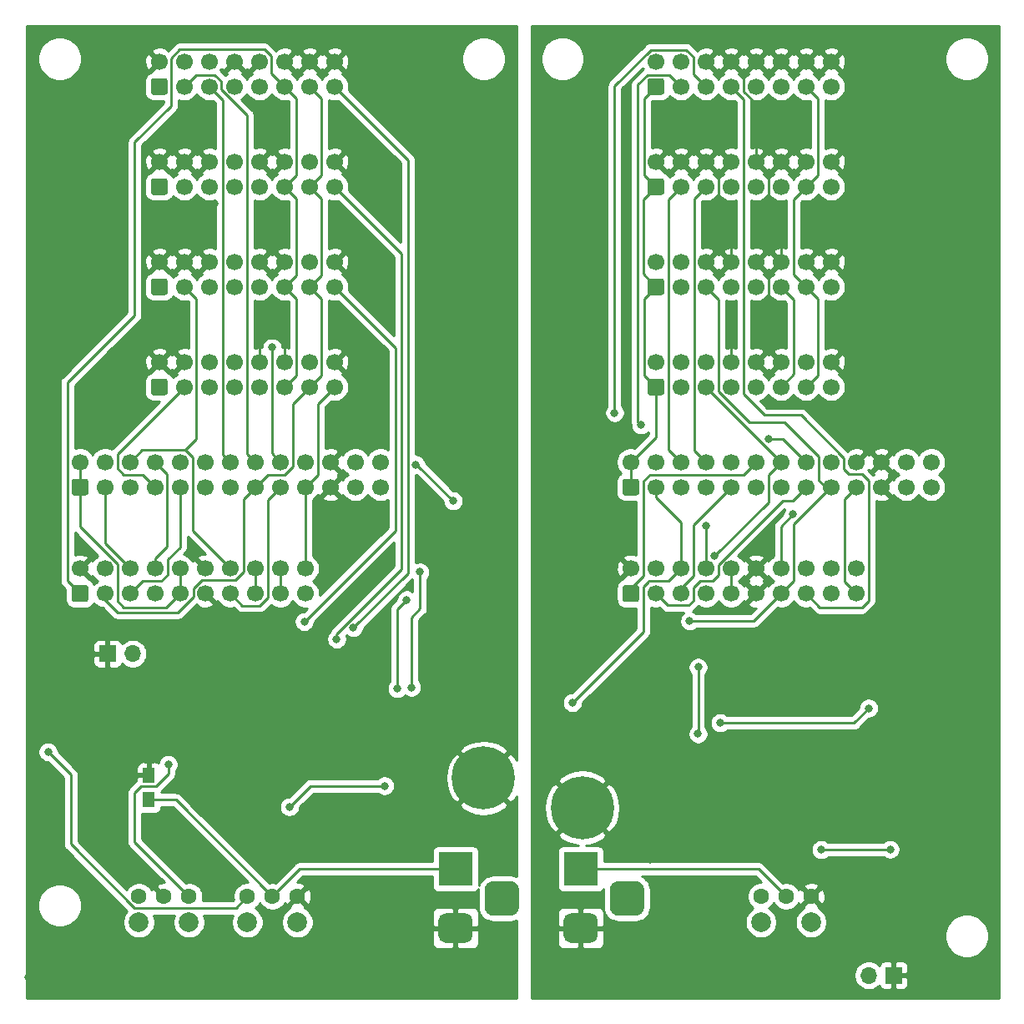
<source format=gbl>
G04 #@! TF.GenerationSoftware,KiCad,Pcbnew,(5.1.9-0-10_14)*
G04 #@! TF.CreationDate,2021-08-01T14:36:09+09:00*
G04 #@! TF.ProjectId,ADAT-IO-x4,41444154-2d49-44f2-9d78-342e6b696361,rev?*
G04 #@! TF.SameCoordinates,Original*
G04 #@! TF.FileFunction,Copper,L2,Bot*
G04 #@! TF.FilePolarity,Positive*
%FSLAX46Y46*%
G04 Gerber Fmt 4.6, Leading zero omitted, Abs format (unit mm)*
G04 Created by KiCad (PCBNEW (5.1.9-0-10_14)) date 2021-08-01 14:36:09*
%MOMM*%
%LPD*%
G01*
G04 APERTURE LIST*
G04 #@! TA.AperFunction,ComponentPad*
%ADD10C,1.700000*%
G04 #@! TD*
G04 #@! TA.AperFunction,ComponentPad*
%ADD11C,2.000000*%
G04 #@! TD*
G04 #@! TA.AperFunction,ComponentPad*
%ADD12C,1.600000*%
G04 #@! TD*
G04 #@! TA.AperFunction,SMDPad,CuDef*
%ADD13R,1.250000X1.500000*%
G04 #@! TD*
G04 #@! TA.AperFunction,ComponentPad*
%ADD14R,3.500000X3.500000*%
G04 #@! TD*
G04 #@! TA.AperFunction,ComponentPad*
%ADD15R,1.700000X1.700000*%
G04 #@! TD*
G04 #@! TA.AperFunction,ComponentPad*
%ADD16O,1.700000X1.700000*%
G04 #@! TD*
G04 #@! TA.AperFunction,ComponentPad*
%ADD17C,6.400000*%
G04 #@! TD*
G04 #@! TA.AperFunction,ComponentPad*
%ADD18C,0.800000*%
G04 #@! TD*
G04 #@! TA.AperFunction,ViaPad*
%ADD19C,0.800000*%
G04 #@! TD*
G04 #@! TA.AperFunction,Conductor*
%ADD20C,0.250000*%
G04 #@! TD*
G04 #@! TA.AperFunction,Conductor*
%ADD21C,0.254000*%
G04 #@! TD*
G04 #@! TA.AperFunction,Conductor*
%ADD22C,0.100000*%
G04 #@! TD*
G04 APERTURE END LIST*
D10*
X232410000Y-74930000D03*
X229870000Y-74930000D03*
X227330000Y-74930000D03*
X224790000Y-74930000D03*
X222250000Y-74930000D03*
X219710000Y-74930000D03*
X217170000Y-74930000D03*
X214630000Y-74930000D03*
X212090000Y-74930000D03*
X209550000Y-74930000D03*
X207010000Y-74930000D03*
X204470000Y-74930000D03*
X201930000Y-74930000D03*
X232410000Y-77470000D03*
X229870000Y-77470000D03*
X227330000Y-77470000D03*
X224790000Y-77470000D03*
X222250000Y-77470000D03*
X219710000Y-77470000D03*
X217170000Y-77470000D03*
X214630000Y-77470000D03*
X212090000Y-77470000D03*
X209550000Y-77470000D03*
X207010000Y-77470000D03*
X204470000Y-77470000D03*
G04 #@! TA.AperFunction,ComponentPad*
G36*
G01*
X202530000Y-78320000D02*
X201330000Y-78320000D01*
G75*
G02*
X201080000Y-78070000I0J250000D01*
G01*
X201080000Y-76870000D01*
G75*
G02*
X201330000Y-76620000I250000J0D01*
G01*
X202530000Y-76620000D01*
G75*
G02*
X202780000Y-76870000I0J-250000D01*
G01*
X202780000Y-78070000D01*
G75*
G02*
X202530000Y-78320000I-250000J0D01*
G01*
G37*
G04 #@! TD.AperFunction*
X176530000Y-74930000D03*
X173990000Y-74930000D03*
X171450000Y-74930000D03*
X168910000Y-74930000D03*
X166370000Y-74930000D03*
X163830000Y-74930000D03*
X161290000Y-74930000D03*
X158750000Y-74930000D03*
X156210000Y-74930000D03*
X153670000Y-74930000D03*
X151130000Y-74930000D03*
X148590000Y-74930000D03*
X146050000Y-74930000D03*
X176530000Y-77470000D03*
X173990000Y-77470000D03*
X171450000Y-77470000D03*
X168910000Y-77470000D03*
X166370000Y-77470000D03*
X163830000Y-77470000D03*
X161290000Y-77470000D03*
X158750000Y-77470000D03*
X156210000Y-77470000D03*
X153670000Y-77470000D03*
X151130000Y-77470000D03*
X148590000Y-77470000D03*
G04 #@! TA.AperFunction,ComponentPad*
G36*
G01*
X146650000Y-78320000D02*
X145450000Y-78320000D01*
G75*
G02*
X145200000Y-78070000I0J250000D01*
G01*
X145200000Y-76870000D01*
G75*
G02*
X145450000Y-76620000I250000J0D01*
G01*
X146650000Y-76620000D01*
G75*
G02*
X146900000Y-76870000I0J-250000D01*
G01*
X146900000Y-78070000D01*
G75*
G02*
X146650000Y-78320000I-250000J0D01*
G01*
G37*
G04 #@! TD.AperFunction*
D11*
X152030000Y-121620000D03*
X157110000Y-121620000D03*
D12*
X152030000Y-119000000D03*
X154570000Y-119000000D03*
X157110000Y-119000000D03*
D11*
X163030000Y-121620000D03*
X168110000Y-121620000D03*
D12*
X163030000Y-119000000D03*
X165570000Y-119000000D03*
X168110000Y-119000000D03*
D11*
X215138000Y-121620000D03*
X220218000Y-121620000D03*
D12*
X215138000Y-119000000D03*
X217678000Y-119000000D03*
X220218000Y-119000000D03*
D13*
X153035000Y-109200000D03*
X153035000Y-106700000D03*
G04 #@! TA.AperFunction,ComponentPad*
G36*
G01*
X202425000Y-120955000D02*
X200675000Y-120955000D01*
G75*
G02*
X199800000Y-120080000I0J875000D01*
G01*
X199800000Y-118330000D01*
G75*
G02*
X200675000Y-117455000I875000J0D01*
G01*
X202425000Y-117455000D01*
G75*
G02*
X203300000Y-118330000I0J-875000D01*
G01*
X203300000Y-120080000D01*
G75*
G02*
X202425000Y-120955000I-875000J0D01*
G01*
G37*
G04 #@! TD.AperFunction*
G04 #@! TA.AperFunction,ComponentPad*
G36*
G01*
X197850000Y-123705000D02*
X195850000Y-123705000D01*
G75*
G02*
X195100000Y-122955000I0J750000D01*
G01*
X195100000Y-121455000D01*
G75*
G02*
X195850000Y-120705000I750000J0D01*
G01*
X197850000Y-120705000D01*
G75*
G02*
X198600000Y-121455000I0J-750000D01*
G01*
X198600000Y-122955000D01*
G75*
G02*
X197850000Y-123705000I-750000J0D01*
G01*
G37*
G04 #@! TD.AperFunction*
D14*
X196850000Y-116205000D03*
X184150000Y-116205000D03*
G04 #@! TA.AperFunction,ComponentPad*
G36*
G01*
X185150000Y-123705000D02*
X183150000Y-123705000D01*
G75*
G02*
X182400000Y-122955000I0J750000D01*
G01*
X182400000Y-121455000D01*
G75*
G02*
X183150000Y-120705000I750000J0D01*
G01*
X185150000Y-120705000D01*
G75*
G02*
X185900000Y-121455000I0J-750000D01*
G01*
X185900000Y-122955000D01*
G75*
G02*
X185150000Y-123705000I-750000J0D01*
G01*
G37*
G04 #@! TD.AperFunction*
G04 #@! TA.AperFunction,ComponentPad*
G36*
G01*
X189725000Y-120955000D02*
X187975000Y-120955000D01*
G75*
G02*
X187100000Y-120080000I0J875000D01*
G01*
X187100000Y-118330000D01*
G75*
G02*
X187975000Y-117455000I875000J0D01*
G01*
X189725000Y-117455000D01*
G75*
G02*
X190600000Y-118330000I0J-875000D01*
G01*
X190600000Y-120080000D01*
G75*
G02*
X189725000Y-120955000I-875000J0D01*
G01*
G37*
G04 #@! TD.AperFunction*
G04 #@! TA.AperFunction,ComponentPad*
G36*
G01*
X205070000Y-58000000D02*
X203870000Y-58000000D01*
G75*
G02*
X203620000Y-57750000I0J250000D01*
G01*
X203620000Y-56550000D01*
G75*
G02*
X203870000Y-56300000I250000J0D01*
G01*
X205070000Y-56300000D01*
G75*
G02*
X205320000Y-56550000I0J-250000D01*
G01*
X205320000Y-57750000D01*
G75*
G02*
X205070000Y-58000000I-250000J0D01*
G01*
G37*
G04 #@! TD.AperFunction*
D10*
X207010000Y-57150000D03*
X209550000Y-57150000D03*
X212090000Y-57150000D03*
X214630000Y-57150000D03*
X217170000Y-57150000D03*
X219710000Y-57150000D03*
X222250000Y-57150000D03*
X204470000Y-54610000D03*
X207010000Y-54610000D03*
X209550000Y-54610000D03*
X212090000Y-54610000D03*
X214630000Y-54610000D03*
X217170000Y-54610000D03*
X219710000Y-54610000D03*
X222250000Y-54610000D03*
G04 #@! TA.AperFunction,ComponentPad*
G36*
G01*
X205070000Y-68160000D02*
X203870000Y-68160000D01*
G75*
G02*
X203620000Y-67910000I0J250000D01*
G01*
X203620000Y-66710000D01*
G75*
G02*
X203870000Y-66460000I250000J0D01*
G01*
X205070000Y-66460000D01*
G75*
G02*
X205320000Y-66710000I0J-250000D01*
G01*
X205320000Y-67910000D01*
G75*
G02*
X205070000Y-68160000I-250000J0D01*
G01*
G37*
G04 #@! TD.AperFunction*
X207010000Y-67310000D03*
X209550000Y-67310000D03*
X212090000Y-67310000D03*
X214630000Y-67310000D03*
X217170000Y-67310000D03*
X219710000Y-67310000D03*
X222250000Y-67310000D03*
X204470000Y-64770000D03*
X207010000Y-64770000D03*
X209550000Y-64770000D03*
X212090000Y-64770000D03*
X214630000Y-64770000D03*
X217170000Y-64770000D03*
X219710000Y-64770000D03*
X222250000Y-64770000D03*
X222250000Y-34290000D03*
X219710000Y-34290000D03*
X217170000Y-34290000D03*
X214630000Y-34290000D03*
X212090000Y-34290000D03*
X209550000Y-34290000D03*
X207010000Y-34290000D03*
X204470000Y-34290000D03*
X222250000Y-36830000D03*
X219710000Y-36830000D03*
X217170000Y-36830000D03*
X214630000Y-36830000D03*
X212090000Y-36830000D03*
X209550000Y-36830000D03*
X207010000Y-36830000D03*
G04 #@! TA.AperFunction,ComponentPad*
G36*
G01*
X205070000Y-37680000D02*
X203870000Y-37680000D01*
G75*
G02*
X203620000Y-37430000I0J250000D01*
G01*
X203620000Y-36230000D01*
G75*
G02*
X203870000Y-35980000I250000J0D01*
G01*
X205070000Y-35980000D01*
G75*
G02*
X205320000Y-36230000I0J-250000D01*
G01*
X205320000Y-37430000D01*
G75*
G02*
X205070000Y-37680000I-250000J0D01*
G01*
G37*
G04 #@! TD.AperFunction*
X222250000Y-44450000D03*
X219710000Y-44450000D03*
X217170000Y-44450000D03*
X214630000Y-44450000D03*
X212090000Y-44450000D03*
X209550000Y-44450000D03*
X207010000Y-44450000D03*
X204470000Y-44450000D03*
X222250000Y-46990000D03*
X219710000Y-46990000D03*
X217170000Y-46990000D03*
X214630000Y-46990000D03*
X212090000Y-46990000D03*
X209550000Y-46990000D03*
X207010000Y-46990000D03*
G04 #@! TA.AperFunction,ComponentPad*
G36*
G01*
X205070000Y-47840000D02*
X203870000Y-47840000D01*
G75*
G02*
X203620000Y-47590000I0J250000D01*
G01*
X203620000Y-46390000D01*
G75*
G02*
X203870000Y-46140000I250000J0D01*
G01*
X205070000Y-46140000D01*
G75*
G02*
X205320000Y-46390000I0J-250000D01*
G01*
X205320000Y-47590000D01*
G75*
G02*
X205070000Y-47840000I-250000J0D01*
G01*
G37*
G04 #@! TD.AperFunction*
G04 #@! TA.AperFunction,ComponentPad*
G36*
G01*
X202540160Y-89117540D02*
X201340160Y-89117540D01*
G75*
G02*
X201090160Y-88867540I0J250000D01*
G01*
X201090160Y-87667540D01*
G75*
G02*
X201340160Y-87417540I250000J0D01*
G01*
X202540160Y-87417540D01*
G75*
G02*
X202790160Y-87667540I0J-250000D01*
G01*
X202790160Y-88867540D01*
G75*
G02*
X202540160Y-89117540I-250000J0D01*
G01*
G37*
G04 #@! TD.AperFunction*
X204480160Y-88267540D03*
X207020160Y-88267540D03*
X209560160Y-88267540D03*
X212100160Y-88267540D03*
X214640160Y-88267540D03*
X217180160Y-88267540D03*
X219720160Y-88267540D03*
X222260160Y-88267540D03*
X224800160Y-88267540D03*
X201940160Y-85727540D03*
X204480160Y-85727540D03*
X207020160Y-85727540D03*
X209560160Y-85727540D03*
X212100160Y-85727540D03*
X214640160Y-85727540D03*
X217180160Y-85727540D03*
X219720160Y-85727540D03*
X222260160Y-85727540D03*
X224800160Y-85727540D03*
D15*
X228600000Y-127000000D03*
D16*
X226060000Y-127000000D03*
D10*
X168910000Y-85725000D03*
X166370000Y-85725000D03*
X163830000Y-85725000D03*
X161290000Y-85725000D03*
X158750000Y-85725000D03*
X156210000Y-85725000D03*
X153670000Y-85725000D03*
X151130000Y-85725000D03*
X148590000Y-85725000D03*
X146050000Y-85725000D03*
X168910000Y-88265000D03*
X166370000Y-88265000D03*
X163830000Y-88265000D03*
X161290000Y-88265000D03*
X158750000Y-88265000D03*
X156210000Y-88265000D03*
X153670000Y-88265000D03*
X151130000Y-88265000D03*
X148590000Y-88265000D03*
G04 #@! TA.AperFunction,ComponentPad*
G36*
G01*
X146650000Y-89115000D02*
X145450000Y-89115000D01*
G75*
G02*
X145200000Y-88865000I0J250000D01*
G01*
X145200000Y-87665000D01*
G75*
G02*
X145450000Y-87415000I250000J0D01*
G01*
X146650000Y-87415000D01*
G75*
G02*
X146900000Y-87665000I0J-250000D01*
G01*
X146900000Y-88865000D01*
G75*
G02*
X146650000Y-89115000I-250000J0D01*
G01*
G37*
G04 #@! TD.AperFunction*
X171875000Y-64770000D03*
X169335000Y-64770000D03*
X166795000Y-64770000D03*
X164255000Y-64770000D03*
X161715000Y-64770000D03*
X159175000Y-64770000D03*
X156635000Y-64770000D03*
X154095000Y-64770000D03*
X171875000Y-67310000D03*
X169335000Y-67310000D03*
X166795000Y-67310000D03*
X164255000Y-67310000D03*
X161715000Y-67310000D03*
X159175000Y-67310000D03*
X156635000Y-67310000D03*
G04 #@! TA.AperFunction,ComponentPad*
G36*
G01*
X154695000Y-68160000D02*
X153495000Y-68160000D01*
G75*
G02*
X153245000Y-67910000I0J250000D01*
G01*
X153245000Y-66710000D01*
G75*
G02*
X153495000Y-66460000I250000J0D01*
G01*
X154695000Y-66460000D01*
G75*
G02*
X154945000Y-66710000I0J-250000D01*
G01*
X154945000Y-67910000D01*
G75*
G02*
X154695000Y-68160000I-250000J0D01*
G01*
G37*
G04 #@! TD.AperFunction*
G04 #@! TA.AperFunction,ComponentPad*
G36*
G01*
X154695000Y-58000000D02*
X153495000Y-58000000D01*
G75*
G02*
X153245000Y-57750000I0J250000D01*
G01*
X153245000Y-56550000D01*
G75*
G02*
X153495000Y-56300000I250000J0D01*
G01*
X154695000Y-56300000D01*
G75*
G02*
X154945000Y-56550000I0J-250000D01*
G01*
X154945000Y-57750000D01*
G75*
G02*
X154695000Y-58000000I-250000J0D01*
G01*
G37*
G04 #@! TD.AperFunction*
X156635000Y-57150000D03*
X159175000Y-57150000D03*
X161715000Y-57150000D03*
X164255000Y-57150000D03*
X166795000Y-57150000D03*
X169335000Y-57150000D03*
X171875000Y-57150000D03*
X154095000Y-54610000D03*
X156635000Y-54610000D03*
X159175000Y-54610000D03*
X161715000Y-54610000D03*
X164255000Y-54610000D03*
X166795000Y-54610000D03*
X169335000Y-54610000D03*
X171875000Y-54610000D03*
X171875000Y-44450000D03*
X169335000Y-44450000D03*
X166795000Y-44450000D03*
X164255000Y-44450000D03*
X161715000Y-44450000D03*
X159175000Y-44450000D03*
X156635000Y-44450000D03*
X154095000Y-44450000D03*
X171875000Y-46990000D03*
X169335000Y-46990000D03*
X166795000Y-46990000D03*
X164255000Y-46990000D03*
X161715000Y-46990000D03*
X159175000Y-46990000D03*
X156635000Y-46990000D03*
G04 #@! TA.AperFunction,ComponentPad*
G36*
G01*
X154695000Y-47840000D02*
X153495000Y-47840000D01*
G75*
G02*
X153245000Y-47590000I0J250000D01*
G01*
X153245000Y-46390000D01*
G75*
G02*
X153495000Y-46140000I250000J0D01*
G01*
X154695000Y-46140000D01*
G75*
G02*
X154945000Y-46390000I0J-250000D01*
G01*
X154945000Y-47590000D01*
G75*
G02*
X154695000Y-47840000I-250000J0D01*
G01*
G37*
G04 #@! TD.AperFunction*
G04 #@! TA.AperFunction,ComponentPad*
G36*
G01*
X154695000Y-37680000D02*
X153495000Y-37680000D01*
G75*
G02*
X153245000Y-37430000I0J250000D01*
G01*
X153245000Y-36230000D01*
G75*
G02*
X153495000Y-35980000I250000J0D01*
G01*
X154695000Y-35980000D01*
G75*
G02*
X154945000Y-36230000I0J-250000D01*
G01*
X154945000Y-37430000D01*
G75*
G02*
X154695000Y-37680000I-250000J0D01*
G01*
G37*
G04 #@! TD.AperFunction*
X156635000Y-36830000D03*
X159175000Y-36830000D03*
X161715000Y-36830000D03*
X164255000Y-36830000D03*
X166795000Y-36830000D03*
X169335000Y-36830000D03*
X171875000Y-36830000D03*
X154095000Y-34290000D03*
X156635000Y-34290000D03*
X159175000Y-34290000D03*
X161715000Y-34290000D03*
X164255000Y-34290000D03*
X166795000Y-34290000D03*
X169335000Y-34290000D03*
X171875000Y-34290000D03*
D17*
X197000000Y-110000000D03*
D18*
X199400000Y-110000000D03*
X198697056Y-111697056D03*
X197000000Y-112400000D03*
X195302944Y-111697056D03*
X194600000Y-110000000D03*
X195302944Y-108302944D03*
X197000000Y-107600000D03*
X198697056Y-108302944D03*
X188691856Y-105287744D03*
X186994800Y-104584800D03*
X185297744Y-105287744D03*
X184594800Y-106984800D03*
X185297744Y-108681856D03*
X186994800Y-109384800D03*
X188691856Y-108681856D03*
X189394800Y-106984800D03*
D17*
X186994800Y-106984800D03*
D15*
X148849080Y-94361000D03*
D16*
X151389080Y-94361000D03*
D19*
X158671800Y-107950000D03*
X172652700Y-112748000D03*
X169622600Y-105052100D03*
X164221800Y-108497500D03*
X157050000Y-112657300D03*
X150515000Y-113708500D03*
X144812700Y-65338600D03*
X147701000Y-53213000D03*
X146033100Y-116181100D03*
X167660000Y-113700500D03*
X165080000Y-116163600D03*
X173235000Y-128185000D03*
X140812300Y-127161300D03*
X187052400Y-113652700D03*
X142160000Y-109232200D03*
X145843200Y-105810300D03*
X164182900Y-111232700D03*
X159677100Y-48745140D03*
X189651640Y-100355400D03*
X175183800Y-105816400D03*
X181841984Y-104362664D03*
X175564800Y-98882200D03*
X184277000Y-102616000D03*
X221234000Y-114249200D03*
X228244400Y-114223800D03*
X203861000Y-115248700D03*
X220990800Y-104130700D03*
X215825900Y-114316800D03*
X214811800Y-114349200D03*
X203747300Y-112517700D03*
X232805000Y-127152200D03*
X228755000Y-106976800D03*
X211925300Y-102590600D03*
X196442500Y-100808200D03*
X192185100Y-97724800D03*
X221535500Y-109670700D03*
X211926000Y-100371900D03*
X211928800Y-105134100D03*
X233681600Y-88638500D03*
X204887300Y-96044900D03*
X199021700Y-87571580D03*
X212105240Y-60474860D03*
X199009000Y-94386400D03*
X208762600Y-95732600D03*
X208746600Y-102505000D03*
X207899000Y-91059000D03*
X215925300Y-72603600D03*
X218403400Y-80250400D03*
X210434300Y-84458700D03*
X200291300Y-69939300D03*
X202953700Y-71173200D03*
X209562300Y-81368100D03*
X210997800Y-101396800D03*
X226067750Y-99905950D03*
X165548198Y-63252480D03*
X183896000Y-78867000D03*
X180086000Y-75184000D03*
X168804300Y-91111300D03*
X172085000Y-92888200D03*
X173782200Y-91739700D03*
X142811100Y-104337100D03*
X179197000Y-88905600D03*
X178231800Y-97917000D03*
X179679600Y-97790000D03*
X180543200Y-86080600D03*
X167309800Y-109905800D03*
X176961800Y-107772200D03*
X196011800Y-99339400D03*
X155000960Y-105605580D03*
D20*
X165570000Y-119000000D02*
X168365000Y-116205000D01*
X168365000Y-116205000D02*
X184150000Y-116205000D01*
X165570000Y-119000000D02*
X155770000Y-109200000D01*
X155770000Y-109200000D02*
X153035000Y-109200000D01*
X165991540Y-62318900D02*
X166795000Y-63122360D01*
X165028880Y-62318900D02*
X165991540Y-62318900D01*
X164255000Y-63092780D02*
X165028880Y-62318900D01*
X166795000Y-63122360D02*
X166795000Y-64770000D01*
X164255000Y-64770000D02*
X164255000Y-63092780D01*
X196850000Y-116205000D02*
X198925300Y-116205000D01*
X217678000Y-119000000D02*
X214883000Y-116205000D01*
X214883000Y-116205000D02*
X198925300Y-116205000D01*
X228219000Y-114249200D02*
X228244400Y-114223800D01*
X221234000Y-114249200D02*
X228219000Y-114249200D01*
X217170000Y-54610000D02*
X217170000Y-49263300D01*
X217170000Y-49263300D02*
X215917780Y-48011080D01*
X215917780Y-45702220D02*
X217170000Y-44450000D01*
X215917780Y-48011080D02*
X215917780Y-45702220D01*
X214630000Y-38569002D02*
X213400640Y-37339642D01*
X214630000Y-44450000D02*
X214630000Y-38569002D01*
X213400640Y-35519360D02*
X214630000Y-34290000D01*
X213400640Y-37339642D02*
X213400640Y-35519360D01*
X212090000Y-54610000D02*
X212090000Y-49405540D01*
X212090000Y-49405540D02*
X210817460Y-48133000D01*
X210817460Y-45717460D02*
X209550000Y-44450000D01*
X210817460Y-48133000D02*
X210817460Y-45717460D01*
X215917780Y-63482220D02*
X215917780Y-55897780D01*
X215917780Y-55897780D02*
X214630000Y-54610000D01*
X214630000Y-64770000D02*
X215917780Y-63482220D01*
X212090000Y-60490100D02*
X212105240Y-60474860D01*
X212090000Y-64770000D02*
X212090000Y-60490100D01*
X208762600Y-102489000D02*
X208746600Y-102505000D01*
X208762600Y-95732600D02*
X208762600Y-102489000D01*
X156210000Y-85725000D02*
X156210000Y-88265000D01*
X146050000Y-77470000D02*
X146050000Y-74930000D01*
X146050000Y-81506900D02*
X146050000Y-77470000D01*
X149860000Y-85316900D02*
X146050000Y-81506900D01*
X149860000Y-89047320D02*
X149860000Y-85316900D01*
X150482300Y-89669620D02*
X149860000Y-89047320D01*
X154805380Y-89669620D02*
X150482300Y-89669620D01*
X156210000Y-88265000D02*
X154805380Y-89669620D01*
X201930000Y-74930000D02*
X204470000Y-72390000D01*
X204470000Y-72390000D02*
X204470000Y-67310000D01*
X204470000Y-57150000D02*
X203294600Y-58325400D01*
X203294600Y-58325400D02*
X203294600Y-66134600D01*
X203294600Y-66134600D02*
X204470000Y-67310000D01*
X201930000Y-77470000D02*
X201930000Y-74930000D01*
X204470000Y-46990000D02*
X203294600Y-45814600D01*
X203294600Y-45814600D02*
X203294600Y-38005400D01*
X203294600Y-38005400D02*
X204470000Y-36830000D01*
X212090000Y-85725000D02*
X212090000Y-88265000D01*
X203179680Y-55859680D02*
X204470000Y-57150000D01*
X203179680Y-48280320D02*
X203179680Y-55859680D01*
X204470000Y-46990000D02*
X203179680Y-48280320D01*
X217170000Y-88265000D02*
X218440000Y-86995000D01*
X218440000Y-86995000D02*
X218440000Y-81239600D01*
X218440000Y-81239600D02*
X221700200Y-77979400D01*
X221700200Y-77979400D02*
X221700200Y-77470000D01*
X221700200Y-77470000D02*
X222250000Y-77470000D01*
X210820000Y-67742900D02*
X210820000Y-58420000D01*
X213960880Y-70883780D02*
X210820000Y-67742900D01*
X210820000Y-58420000D02*
X209550000Y-57150000D01*
X220980000Y-74353420D02*
X217510360Y-70883780D01*
X220980000Y-76749800D02*
X220980000Y-74353420D01*
X217510360Y-70883780D02*
X213960880Y-70883780D01*
X221700200Y-77470000D02*
X220980000Y-76749800D01*
X214388700Y-91059000D02*
X217180160Y-88267540D01*
X207899000Y-91059000D02*
X214388700Y-91059000D01*
X213352380Y-68059300D02*
X213352380Y-38092380D01*
X223520000Y-75625960D02*
X223520000Y-74510700D01*
X224081340Y-76187300D02*
X223520000Y-75625960D01*
X225399600Y-76187300D02*
X224081340Y-76187300D01*
X223520000Y-74510700D02*
X219184420Y-70175120D01*
X226047300Y-76835000D02*
X225399600Y-76187300D01*
X215468200Y-70175120D02*
X213352380Y-68059300D01*
X226047300Y-88976200D02*
X226047300Y-76835000D01*
X225358960Y-89664540D02*
X226047300Y-88976200D01*
X213352380Y-38092380D02*
X212090000Y-36830000D01*
X221109540Y-89664540D02*
X225358960Y-89664540D01*
X219184420Y-70175120D02*
X215468200Y-70175120D01*
X219710000Y-88265000D02*
X221109540Y-89664540D01*
X218455240Y-58435240D02*
X217170000Y-57150000D01*
X218455240Y-66024760D02*
X218455240Y-58435240D01*
X217170000Y-67310000D02*
X218455240Y-66024760D01*
X201930000Y-87731600D02*
X201930000Y-88265000D01*
X203200500Y-76849740D02*
X203200500Y-86461100D01*
X203200500Y-86461100D02*
X201930000Y-87731600D01*
X203850240Y-76200000D02*
X203200500Y-76849740D01*
X213360000Y-76200000D02*
X203850240Y-76200000D01*
X214630000Y-74930000D02*
X213360000Y-76200000D01*
X219710000Y-36830000D02*
X220896000Y-38016000D01*
X220896000Y-38016000D02*
X220896000Y-45804000D01*
X220896000Y-45804000D02*
X219710000Y-46990000D01*
X219710000Y-67310000D02*
X220885400Y-66134600D01*
X220885400Y-66134600D02*
X220885400Y-58325400D01*
X220885400Y-58325400D02*
X219710000Y-57150000D01*
X218445080Y-55885080D02*
X219710000Y-57150000D01*
X218445080Y-48254920D02*
X218445080Y-55885080D01*
X219710000Y-46990000D02*
X218445080Y-48254920D01*
X217335600Y-78816500D02*
X218363500Y-78816500D01*
X210250000Y-87000000D02*
X210820000Y-86430000D01*
X210820000Y-85332100D02*
X217335600Y-78816500D01*
X218363500Y-78816500D02*
X219710000Y-77470000D01*
X208942800Y-87000000D02*
X210250000Y-87000000D01*
X210820000Y-86430000D02*
X210820000Y-85332100D01*
X208280000Y-87662800D02*
X208942800Y-87000000D01*
X207471200Y-89466300D02*
X207494959Y-89442541D01*
X208280000Y-88983351D02*
X208280000Y-87662800D01*
X204470000Y-88265000D02*
X205671300Y-89466300D01*
X207820810Y-89442541D02*
X208280000Y-88983351D01*
X207494959Y-89442541D02*
X207820810Y-89442541D01*
X205671300Y-89466300D02*
X207471200Y-89466300D01*
X219710000Y-74930000D02*
X217383600Y-72603600D01*
X217383600Y-72603600D02*
X215925300Y-72603600D01*
X217170000Y-85725000D02*
X217170000Y-81483800D01*
X217170000Y-81483800D02*
X218403400Y-80250400D01*
X217158100Y-74930000D02*
X217170000Y-74930000D01*
X209550000Y-67310000D02*
X209550000Y-67321900D01*
X209550000Y-67321900D02*
X217158100Y-74930000D01*
X210434300Y-84458700D02*
X215900000Y-78993000D01*
X215900000Y-78993000D02*
X215900000Y-76188100D01*
X215900000Y-76188100D02*
X217158100Y-74930000D01*
X200291300Y-36740800D02*
X203936100Y-33096000D01*
X203936100Y-33096000D02*
X207540700Y-33096000D01*
X207540700Y-33096000D02*
X208280000Y-33835300D01*
X208280000Y-33835300D02*
X208280000Y-35560000D01*
X208280000Y-35560000D02*
X209550000Y-36830000D01*
X200291300Y-69939300D02*
X200291300Y-36740800D01*
X208280000Y-86470000D02*
X207010000Y-87740000D01*
X207010000Y-87740000D02*
X207010000Y-88265000D01*
X208280000Y-81280000D02*
X208280000Y-86470000D01*
X212090000Y-77470000D02*
X208280000Y-81280000D01*
X205830700Y-35650700D02*
X207010000Y-36830000D01*
X203634400Y-35650700D02*
X205830700Y-35650700D01*
X202646280Y-36638820D02*
X203634400Y-35650700D01*
X202646280Y-70865780D02*
X202646280Y-36638820D01*
X202953700Y-71173200D02*
X202646280Y-70865780D01*
X209550000Y-74930000D02*
X208359400Y-73739400D01*
X208359400Y-73739400D02*
X208359400Y-48180600D01*
X208359400Y-48180600D02*
X209550000Y-46990000D01*
X209550000Y-85725000D02*
X209550000Y-81380400D01*
X209550000Y-81380400D02*
X209562300Y-81368100D01*
X205734920Y-48265080D02*
X207010000Y-46990000D01*
X205734920Y-73654920D02*
X205734920Y-48265080D01*
X207010000Y-74930000D02*
X205734920Y-73654920D01*
X224790000Y-77470000D02*
X223599400Y-78660600D01*
X223599400Y-78660600D02*
X223599400Y-87074400D01*
X223599400Y-87074400D02*
X224790000Y-88265000D01*
X224576900Y-101396800D02*
X226067750Y-99905950D01*
X210997800Y-101396800D02*
X224576900Y-101396800D01*
X165508940Y-63291738D02*
X165548198Y-63252480D01*
X166370000Y-74930000D02*
X165508940Y-74068940D01*
X165508940Y-74068940D02*
X165508940Y-63291738D01*
X156635000Y-36830000D02*
X157816900Y-35648100D01*
X157816900Y-35648100D02*
X159733700Y-35648100D01*
X159733700Y-35648100D02*
X160378900Y-36293300D01*
X160378900Y-36293300D02*
X160378900Y-37156000D01*
X160378900Y-37156000D02*
X162985000Y-39762100D01*
X162985000Y-39762100D02*
X162985000Y-74085000D01*
X162985000Y-74085000D02*
X163830000Y-74930000D01*
X161290000Y-74930000D02*
X160539600Y-74179600D01*
X160539600Y-74179600D02*
X160539600Y-38194600D01*
X160539600Y-38194600D02*
X159175000Y-36830000D01*
X166795000Y-46990000D02*
X167970400Y-48165400D01*
X167970400Y-48165400D02*
X167970400Y-55974600D01*
X167970400Y-55974600D02*
X166795000Y-57150000D01*
X166795000Y-36830000D02*
X167985600Y-38020600D01*
X167985600Y-38020600D02*
X167985600Y-45799400D01*
X167985600Y-45799400D02*
X166795000Y-46990000D01*
X166795000Y-67310000D02*
X167985000Y-66120000D01*
X167985000Y-66120000D02*
X167985000Y-58340000D01*
X167985000Y-58340000D02*
X166795000Y-57150000D01*
X165430400Y-35465400D02*
X166795000Y-36830000D01*
X165430400Y-33756900D02*
X165430400Y-35465400D01*
X164750700Y-33077200D02*
X165430400Y-33756900D01*
X156154600Y-33077200D02*
X164750700Y-33077200D01*
X155271400Y-33960400D02*
X156154600Y-33077200D01*
X155271400Y-38805400D02*
X155271400Y-33960400D01*
X151598900Y-42477900D02*
X155271400Y-38805400D01*
X144780000Y-86995000D02*
X144780000Y-66870200D01*
X151598900Y-60051300D02*
X151598900Y-42477900D01*
X144780000Y-66870200D02*
X151598900Y-60051300D01*
X146050000Y-88265000D02*
X144780000Y-86995000D01*
X154860600Y-83528560D02*
X153670000Y-84719160D01*
X153670000Y-84719160D02*
X153670000Y-85725000D01*
X154860600Y-76120600D02*
X154860600Y-83528560D01*
X153670000Y-74930000D02*
X154860600Y-76120600D01*
X156720700Y-73722200D02*
X152337800Y-73722200D01*
X152337800Y-73722200D02*
X151130000Y-74930000D01*
X161290000Y-85725000D02*
X157480000Y-81915000D01*
X157480000Y-81915000D02*
X157480000Y-74481500D01*
X157480000Y-74481500D02*
X156720700Y-73722200D01*
X156720700Y-73722200D02*
X157825600Y-72617300D01*
X157825600Y-72617300D02*
X157825600Y-58340600D01*
X157825600Y-58340600D02*
X156635000Y-57150000D01*
X170180000Y-76200000D02*
X168910000Y-77470000D01*
X168910000Y-85725000D02*
X168910000Y-77470000D01*
X170180000Y-69005000D02*
X171875000Y-67310000D01*
X170180000Y-76200000D02*
X170180000Y-69005000D01*
X166370000Y-77470000D02*
X165100000Y-78740000D01*
X165100000Y-78740000D02*
X165100000Y-88668100D01*
X165100000Y-88668100D02*
X164286400Y-89481700D01*
X164286400Y-89481700D02*
X162506700Y-89481700D01*
X162506700Y-89481700D02*
X161290000Y-88265000D01*
X180213000Y-75184000D02*
X180086000Y-75184000D01*
X183896000Y-78867000D02*
X180213000Y-75184000D01*
X169335000Y-36830000D02*
X170521000Y-38016000D01*
X170521000Y-38016000D02*
X170521000Y-45804000D01*
X170521000Y-45804000D02*
X169335000Y-46990000D01*
X169335000Y-46990000D02*
X170510600Y-48165600D01*
X170510600Y-48165600D02*
X170510600Y-55974400D01*
X170510600Y-55974400D02*
X169335000Y-57150000D01*
X169335000Y-67310000D02*
X170515600Y-66129400D01*
X170515600Y-66129400D02*
X170515600Y-58330600D01*
X170515600Y-58330600D02*
X169335000Y-57150000D01*
X167640000Y-75361000D02*
X167640000Y-69005000D01*
X167640000Y-69005000D02*
X169335000Y-67310000D01*
X166801000Y-76200000D02*
X167640000Y-75361000D01*
X165100000Y-76200000D02*
X166801000Y-76200000D01*
X163830000Y-77470000D02*
X165100000Y-76200000D01*
X162625900Y-78674100D02*
X163830000Y-77470000D01*
X157574600Y-87739400D02*
X158413600Y-86900400D01*
X155969620Y-90200480D02*
X157574600Y-88595500D01*
X157574600Y-88595500D02*
X157574600Y-87739400D01*
X149875240Y-90200480D02*
X155969620Y-90200480D01*
X161815600Y-86900400D02*
X162625900Y-86090100D01*
X148590000Y-88915240D02*
X149875240Y-90200480D01*
X162625900Y-86090100D02*
X162625900Y-78674100D01*
X158413600Y-86900400D02*
X161815600Y-86900400D01*
X148590000Y-88265000D02*
X148590000Y-88915240D01*
X156210000Y-82875120D02*
X156210000Y-77470000D01*
X156202380Y-82882740D02*
X156210000Y-82875120D01*
X154302460Y-87007700D02*
X154947620Y-86362540D01*
X156202380Y-83558380D02*
X156202380Y-82882740D01*
X152387300Y-87007700D02*
X154302460Y-87007700D01*
X154947620Y-84813140D02*
X156202380Y-83558380D01*
X154947620Y-86362540D02*
X154947620Y-84813140D01*
X151130000Y-88265000D02*
X152387300Y-87007700D01*
X149860000Y-74085000D02*
X156635000Y-67310000D01*
X149860000Y-75565000D02*
X149860000Y-74085000D01*
X150495000Y-76200000D02*
X149860000Y-75565000D01*
X152400000Y-76200000D02*
X150495000Y-76200000D01*
X153670000Y-77470000D02*
X152400000Y-76200000D01*
X166370000Y-88265000D02*
X166370000Y-85725000D01*
X163830000Y-88265000D02*
X163830000Y-85725000D01*
X178054000Y-63329000D02*
X171875000Y-57150000D01*
X178054000Y-81861600D02*
X178054000Y-63329000D01*
X168804300Y-91111300D02*
X178054000Y-81861600D01*
X178689000Y-53804000D02*
X178689000Y-85807200D01*
X172085000Y-92411200D02*
X172085000Y-92888200D01*
X178689000Y-85807200D02*
X172085000Y-92411200D01*
X171875000Y-46990000D02*
X178689000Y-53804000D01*
X179324000Y-86197900D02*
X173782200Y-91739700D01*
X179324000Y-44279000D02*
X179324000Y-86197900D01*
X171875000Y-36830000D02*
X179324000Y-44279000D01*
X145117800Y-106643800D02*
X142811100Y-104337100D01*
X145117800Y-113686700D02*
X145117800Y-106643800D01*
X151599600Y-120168500D02*
X145117800Y-113686700D01*
X161861500Y-120168500D02*
X151599600Y-120168500D01*
X163030000Y-119000000D02*
X161861500Y-120168500D01*
X178231800Y-89865200D02*
X178231800Y-97917000D01*
X179191400Y-88905600D02*
X178231800Y-89865200D01*
X179197000Y-88905600D02*
X179191400Y-88905600D01*
X179679600Y-90678000D02*
X180543200Y-89814400D01*
X180543200Y-89814400D02*
X180543200Y-86080600D01*
X179679600Y-97790000D02*
X179679600Y-90678000D01*
X151130000Y-85725000D02*
X148590000Y-83185000D01*
X148590000Y-83185000D02*
X148590000Y-77470000D01*
X169443400Y-107772200D02*
X176961800Y-107772200D01*
X167309800Y-109905800D02*
X169443400Y-107772200D01*
X207010000Y-81026000D02*
X207010000Y-85725000D01*
X204470000Y-78486000D02*
X207010000Y-81026000D01*
X204470000Y-77470000D02*
X204470000Y-78486000D01*
X203733400Y-87045800D02*
X203200000Y-87579200D01*
X203200000Y-92151200D02*
X196011800Y-99339400D01*
X203733400Y-86995000D02*
X203733400Y-87045800D01*
X203200000Y-87579200D02*
X203200000Y-92151200D01*
X205740000Y-86995000D02*
X203733400Y-86995000D01*
X207010000Y-85725000D02*
X205740000Y-86995000D01*
X157110000Y-119000000D02*
X151587200Y-113477200D01*
X153806164Y-107775001D02*
X155000960Y-106580205D01*
X151587200Y-113477200D02*
X151587200Y-108458000D01*
X151587200Y-108458000D02*
X152270199Y-107775001D01*
X152270199Y-107775001D02*
X153806164Y-107775001D01*
X155000960Y-106580205D02*
X155000960Y-105605580D01*
D21*
X239268000Y-129340000D02*
X191897000Y-129340000D01*
X191897000Y-126853740D01*
X224575000Y-126853740D01*
X224575000Y-127146260D01*
X224632068Y-127433158D01*
X224744010Y-127703411D01*
X224906525Y-127946632D01*
X225113368Y-128153475D01*
X225356589Y-128315990D01*
X225626842Y-128427932D01*
X225913740Y-128485000D01*
X226206260Y-128485000D01*
X226493158Y-128427932D01*
X226763411Y-128315990D01*
X227006632Y-128153475D01*
X227138487Y-128021620D01*
X227160498Y-128094180D01*
X227219463Y-128204494D01*
X227298815Y-128301185D01*
X227395506Y-128380537D01*
X227505820Y-128439502D01*
X227625518Y-128475812D01*
X227750000Y-128488072D01*
X228314250Y-128485000D01*
X228473000Y-128326250D01*
X228473000Y-127127000D01*
X228727000Y-127127000D01*
X228727000Y-128326250D01*
X228885750Y-128485000D01*
X229450000Y-128488072D01*
X229574482Y-128475812D01*
X229694180Y-128439502D01*
X229804494Y-128380537D01*
X229901185Y-128301185D01*
X229980537Y-128204494D01*
X230039502Y-128094180D01*
X230075812Y-127974482D01*
X230088072Y-127850000D01*
X230085000Y-127285750D01*
X229926250Y-127127000D01*
X228727000Y-127127000D01*
X228473000Y-127127000D01*
X228453000Y-127127000D01*
X228453000Y-126873000D01*
X228473000Y-126873000D01*
X228473000Y-125673750D01*
X228727000Y-125673750D01*
X228727000Y-126873000D01*
X229926250Y-126873000D01*
X230085000Y-126714250D01*
X230088072Y-126150000D01*
X230075812Y-126025518D01*
X230039502Y-125905820D01*
X229980537Y-125795506D01*
X229901185Y-125698815D01*
X229804494Y-125619463D01*
X229694180Y-125560498D01*
X229574482Y-125524188D01*
X229450000Y-125511928D01*
X228885750Y-125515000D01*
X228727000Y-125673750D01*
X228473000Y-125673750D01*
X228314250Y-125515000D01*
X227750000Y-125511928D01*
X227625518Y-125524188D01*
X227505820Y-125560498D01*
X227395506Y-125619463D01*
X227298815Y-125698815D01*
X227219463Y-125795506D01*
X227160498Y-125905820D01*
X227138487Y-125978380D01*
X227006632Y-125846525D01*
X226763411Y-125684010D01*
X226493158Y-125572068D01*
X226206260Y-125515000D01*
X225913740Y-125515000D01*
X225626842Y-125572068D01*
X225356589Y-125684010D01*
X225113368Y-125846525D01*
X224906525Y-126053368D01*
X224744010Y-126296589D01*
X224632068Y-126566842D01*
X224575000Y-126853740D01*
X191897000Y-126853740D01*
X191897000Y-123705000D01*
X194461928Y-123705000D01*
X194474188Y-123829482D01*
X194510498Y-123949180D01*
X194569463Y-124059494D01*
X194648815Y-124156185D01*
X194745506Y-124235537D01*
X194855820Y-124294502D01*
X194975518Y-124330812D01*
X195100000Y-124343072D01*
X196564250Y-124340000D01*
X196723000Y-124181250D01*
X196723000Y-122332000D01*
X196977000Y-122332000D01*
X196977000Y-124181250D01*
X197135750Y-124340000D01*
X198600000Y-124343072D01*
X198724482Y-124330812D01*
X198844180Y-124294502D01*
X198954494Y-124235537D01*
X199051185Y-124156185D01*
X199130537Y-124059494D01*
X199189502Y-123949180D01*
X199225812Y-123829482D01*
X199238072Y-123705000D01*
X199235000Y-122490750D01*
X199076250Y-122332000D01*
X196977000Y-122332000D01*
X196723000Y-122332000D01*
X194623750Y-122332000D01*
X194465000Y-122490750D01*
X194461928Y-123705000D01*
X191897000Y-123705000D01*
X191897000Y-120705000D01*
X194461928Y-120705000D01*
X194465000Y-121919250D01*
X194623750Y-122078000D01*
X196723000Y-122078000D01*
X196723000Y-120228750D01*
X196977000Y-120228750D01*
X196977000Y-122078000D01*
X199076250Y-122078000D01*
X199235000Y-121919250D01*
X199238072Y-120705000D01*
X199225812Y-120580518D01*
X199189502Y-120460820D01*
X199130537Y-120350506D01*
X199051185Y-120253815D01*
X198954494Y-120174463D01*
X198844180Y-120115498D01*
X198724482Y-120079188D01*
X198600000Y-120066928D01*
X197135750Y-120070000D01*
X196977000Y-120228750D01*
X196723000Y-120228750D01*
X196564250Y-120070000D01*
X195100000Y-120066928D01*
X194975518Y-120079188D01*
X194855820Y-120115498D01*
X194745506Y-120174463D01*
X194648815Y-120253815D01*
X194569463Y-120350506D01*
X194510498Y-120460820D01*
X194474188Y-120580518D01*
X194461928Y-120705000D01*
X191897000Y-120705000D01*
X191897000Y-114455000D01*
X194461928Y-114455000D01*
X194461928Y-117955000D01*
X194474188Y-118079482D01*
X194510498Y-118199180D01*
X194569463Y-118309494D01*
X194648815Y-118406185D01*
X194745506Y-118485537D01*
X194855820Y-118544502D01*
X194975518Y-118580812D01*
X195100000Y-118593072D01*
X198600000Y-118593072D01*
X198724482Y-118580812D01*
X198844180Y-118544502D01*
X198954494Y-118485537D01*
X199051185Y-118406185D01*
X199130537Y-118309494D01*
X199171494Y-118232869D01*
X199161928Y-118330000D01*
X199161928Y-120080000D01*
X199191001Y-120375186D01*
X199277104Y-120659028D01*
X199416927Y-120920618D01*
X199605097Y-121149903D01*
X199834382Y-121338073D01*
X200095972Y-121477896D01*
X200379814Y-121563999D01*
X200675000Y-121593072D01*
X202425000Y-121593072D01*
X202720186Y-121563999D01*
X203004028Y-121477896D01*
X203265618Y-121338073D01*
X203494903Y-121149903D01*
X203683073Y-120920618D01*
X203822896Y-120659028D01*
X203908999Y-120375186D01*
X203938072Y-120080000D01*
X203938072Y-118330000D01*
X203908999Y-118034814D01*
X203822896Y-117750972D01*
X203683073Y-117489382D01*
X203494903Y-117260097D01*
X203265618Y-117071927D01*
X203065572Y-116965000D01*
X214568199Y-116965000D01*
X215168199Y-117565000D01*
X214996665Y-117565000D01*
X214719426Y-117620147D01*
X214458273Y-117728320D01*
X214223241Y-117885363D01*
X214023363Y-118085241D01*
X213866320Y-118320273D01*
X213758147Y-118581426D01*
X213703000Y-118858665D01*
X213703000Y-119141335D01*
X213758147Y-119418574D01*
X213866320Y-119679727D01*
X214023363Y-119914759D01*
X214223241Y-120114637D01*
X214335627Y-120189731D01*
X214095748Y-120350013D01*
X213868013Y-120577748D01*
X213689082Y-120845537D01*
X213565832Y-121143088D01*
X213503000Y-121458967D01*
X213503000Y-121781033D01*
X213565832Y-122096912D01*
X213689082Y-122394463D01*
X213868013Y-122662252D01*
X214095748Y-122889987D01*
X214363537Y-123068918D01*
X214661088Y-123192168D01*
X214976967Y-123255000D01*
X215299033Y-123255000D01*
X215614912Y-123192168D01*
X215912463Y-123068918D01*
X216180252Y-122889987D01*
X216407987Y-122662252D01*
X216586918Y-122394463D01*
X216710168Y-122096912D01*
X216773000Y-121781033D01*
X216773000Y-121458967D01*
X218583000Y-121458967D01*
X218583000Y-121781033D01*
X218645832Y-122096912D01*
X218769082Y-122394463D01*
X218948013Y-122662252D01*
X219175748Y-122889987D01*
X219443537Y-123068918D01*
X219741088Y-123192168D01*
X220056967Y-123255000D01*
X220379033Y-123255000D01*
X220694912Y-123192168D01*
X220992463Y-123068918D01*
X221260252Y-122889987D01*
X221370367Y-122779872D01*
X233765000Y-122779872D01*
X233765000Y-123220128D01*
X233850890Y-123651925D01*
X234019369Y-124058669D01*
X234263962Y-124424729D01*
X234575271Y-124736038D01*
X234941331Y-124980631D01*
X235348075Y-125149110D01*
X235779872Y-125235000D01*
X236220128Y-125235000D01*
X236651925Y-125149110D01*
X237058669Y-124980631D01*
X237424729Y-124736038D01*
X237736038Y-124424729D01*
X237980631Y-124058669D01*
X238149110Y-123651925D01*
X238235000Y-123220128D01*
X238235000Y-122779872D01*
X238149110Y-122348075D01*
X237980631Y-121941331D01*
X237736038Y-121575271D01*
X237424729Y-121263962D01*
X237058669Y-121019369D01*
X236651925Y-120850890D01*
X236220128Y-120765000D01*
X235779872Y-120765000D01*
X235348075Y-120850890D01*
X234941331Y-121019369D01*
X234575271Y-121263962D01*
X234263962Y-121575271D01*
X234019369Y-121941331D01*
X233850890Y-122348075D01*
X233765000Y-122779872D01*
X221370367Y-122779872D01*
X221487987Y-122662252D01*
X221666918Y-122394463D01*
X221790168Y-122096912D01*
X221853000Y-121781033D01*
X221853000Y-121458967D01*
X221790168Y-121143088D01*
X221666918Y-120845537D01*
X221487987Y-120577748D01*
X221260252Y-120350013D01*
X220992463Y-120171082D01*
X220980244Y-120166021D01*
X221031097Y-119992702D01*
X220218000Y-119179605D01*
X219404903Y-119992702D01*
X219455756Y-120166021D01*
X219443537Y-120171082D01*
X219175748Y-120350013D01*
X218948013Y-120577748D01*
X218769082Y-120845537D01*
X218645832Y-121143088D01*
X218583000Y-121458967D01*
X216773000Y-121458967D01*
X216710168Y-121143088D01*
X216586918Y-120845537D01*
X216407987Y-120577748D01*
X216180252Y-120350013D01*
X215940373Y-120189731D01*
X216052759Y-120114637D01*
X216252637Y-119914759D01*
X216408000Y-119682241D01*
X216563363Y-119914759D01*
X216763241Y-120114637D01*
X216998273Y-120271680D01*
X217259426Y-120379853D01*
X217536665Y-120435000D01*
X217819335Y-120435000D01*
X218096574Y-120379853D01*
X218357727Y-120271680D01*
X218592759Y-120114637D01*
X218792637Y-119914759D01*
X218948915Y-119680872D01*
X218981329Y-119741514D01*
X219225298Y-119813097D01*
X220038395Y-119000000D01*
X220397605Y-119000000D01*
X221210702Y-119813097D01*
X221454671Y-119741514D01*
X221575571Y-119486004D01*
X221644300Y-119211816D01*
X221658217Y-118929488D01*
X221616787Y-118649870D01*
X221521603Y-118383708D01*
X221454671Y-118258486D01*
X221210702Y-118186903D01*
X220397605Y-119000000D01*
X220038395Y-119000000D01*
X219225298Y-118186903D01*
X218981329Y-118258486D01*
X218950806Y-118322992D01*
X218949680Y-118320273D01*
X218792637Y-118085241D01*
X218714694Y-118007298D01*
X219404903Y-118007298D01*
X220218000Y-118820395D01*
X221031097Y-118007298D01*
X220959514Y-117763329D01*
X220704004Y-117642429D01*
X220429816Y-117573700D01*
X220147488Y-117559783D01*
X219867870Y-117601213D01*
X219601708Y-117696397D01*
X219476486Y-117763329D01*
X219404903Y-118007298D01*
X218714694Y-118007298D01*
X218592759Y-117885363D01*
X218357727Y-117728320D01*
X218096574Y-117620147D01*
X217819335Y-117565000D01*
X217536665Y-117565000D01*
X217354114Y-117601312D01*
X215446804Y-115694003D01*
X215423001Y-115664999D01*
X215307276Y-115570026D01*
X215175247Y-115499454D01*
X215031986Y-115455997D01*
X214920333Y-115445000D01*
X214920322Y-115445000D01*
X214883000Y-115441324D01*
X214845678Y-115445000D01*
X199238072Y-115445000D01*
X199238072Y-114455000D01*
X199225812Y-114330518D01*
X199189502Y-114210820D01*
X199155529Y-114147261D01*
X220199000Y-114147261D01*
X220199000Y-114351139D01*
X220238774Y-114551098D01*
X220316795Y-114739456D01*
X220430063Y-114908974D01*
X220574226Y-115053137D01*
X220743744Y-115166405D01*
X220932102Y-115244426D01*
X221132061Y-115284200D01*
X221335939Y-115284200D01*
X221535898Y-115244426D01*
X221724256Y-115166405D01*
X221893774Y-115053137D01*
X221937711Y-115009200D01*
X227566089Y-115009200D01*
X227584626Y-115027737D01*
X227754144Y-115141005D01*
X227942502Y-115219026D01*
X228142461Y-115258800D01*
X228346339Y-115258800D01*
X228546298Y-115219026D01*
X228734656Y-115141005D01*
X228904174Y-115027737D01*
X229048337Y-114883574D01*
X229161605Y-114714056D01*
X229239626Y-114525698D01*
X229279400Y-114325739D01*
X229279400Y-114121861D01*
X229239626Y-113921902D01*
X229161605Y-113733544D01*
X229048337Y-113564026D01*
X228904174Y-113419863D01*
X228734656Y-113306595D01*
X228546298Y-113228574D01*
X228346339Y-113188800D01*
X228142461Y-113188800D01*
X227942502Y-113228574D01*
X227754144Y-113306595D01*
X227584626Y-113419863D01*
X227515289Y-113489200D01*
X221937711Y-113489200D01*
X221893774Y-113445263D01*
X221724256Y-113331995D01*
X221535898Y-113253974D01*
X221335939Y-113214200D01*
X221132061Y-113214200D01*
X220932102Y-113253974D01*
X220743744Y-113331995D01*
X220574226Y-113445263D01*
X220430063Y-113589426D01*
X220316795Y-113758944D01*
X220238774Y-113947302D01*
X220199000Y-114147261D01*
X199155529Y-114147261D01*
X199130537Y-114100506D01*
X199051185Y-114003815D01*
X198954494Y-113924463D01*
X198844180Y-113865498D01*
X198724482Y-113829188D01*
X198600000Y-113816928D01*
X197372451Y-113816928D01*
X197727938Y-113784178D01*
X198452208Y-113569452D01*
X199120670Y-113217555D01*
X199161088Y-113190548D01*
X199521276Y-112700881D01*
X197000000Y-110179605D01*
X194478724Y-112700881D01*
X194838912Y-113190548D01*
X195502882Y-113550849D01*
X196224385Y-113774694D01*
X196627132Y-113816928D01*
X195100000Y-113816928D01*
X194975518Y-113829188D01*
X194855820Y-113865498D01*
X194745506Y-113924463D01*
X194648815Y-114003815D01*
X194569463Y-114100506D01*
X194510498Y-114210820D01*
X194474188Y-114330518D01*
X194461928Y-114455000D01*
X191897000Y-114455000D01*
X191897000Y-109975695D01*
X193146520Y-109975695D01*
X193215822Y-110727938D01*
X193430548Y-111452208D01*
X193782445Y-112120670D01*
X193809452Y-112161088D01*
X194299119Y-112521276D01*
X196820395Y-110000000D01*
X197179605Y-110000000D01*
X199700881Y-112521276D01*
X200190548Y-112161088D01*
X200550849Y-111497118D01*
X200774694Y-110775615D01*
X200853480Y-110024305D01*
X200784178Y-109272062D01*
X200569452Y-108547792D01*
X200217555Y-107879330D01*
X200190548Y-107838912D01*
X199700881Y-107478724D01*
X197179605Y-110000000D01*
X196820395Y-110000000D01*
X194299119Y-107478724D01*
X193809452Y-107838912D01*
X193449151Y-108502882D01*
X193225306Y-109224385D01*
X193146520Y-109975695D01*
X191897000Y-109975695D01*
X191897000Y-107299119D01*
X194478724Y-107299119D01*
X197000000Y-109820395D01*
X199521276Y-107299119D01*
X199161088Y-106809452D01*
X198497118Y-106449151D01*
X197775615Y-106225306D01*
X197024305Y-106146520D01*
X196272062Y-106215822D01*
X195547792Y-106430548D01*
X194879330Y-106782445D01*
X194838912Y-106809452D01*
X194478724Y-107299119D01*
X191897000Y-107299119D01*
X191897000Y-102403061D01*
X207711600Y-102403061D01*
X207711600Y-102606939D01*
X207751374Y-102806898D01*
X207829395Y-102995256D01*
X207942663Y-103164774D01*
X208086826Y-103308937D01*
X208256344Y-103422205D01*
X208444702Y-103500226D01*
X208644661Y-103540000D01*
X208848539Y-103540000D01*
X209048498Y-103500226D01*
X209236856Y-103422205D01*
X209406374Y-103308937D01*
X209550537Y-103164774D01*
X209663805Y-102995256D01*
X209741826Y-102806898D01*
X209781600Y-102606939D01*
X209781600Y-102403061D01*
X209741826Y-102203102D01*
X209663805Y-102014744D01*
X209550537Y-101845226D01*
X209522600Y-101817289D01*
X209522600Y-101294861D01*
X209962800Y-101294861D01*
X209962800Y-101498739D01*
X210002574Y-101698698D01*
X210080595Y-101887056D01*
X210193863Y-102056574D01*
X210338026Y-102200737D01*
X210507544Y-102314005D01*
X210695902Y-102392026D01*
X210895861Y-102431800D01*
X211099739Y-102431800D01*
X211299698Y-102392026D01*
X211488056Y-102314005D01*
X211657574Y-102200737D01*
X211701511Y-102156800D01*
X224539578Y-102156800D01*
X224576900Y-102160476D01*
X224614222Y-102156800D01*
X224614233Y-102156800D01*
X224725886Y-102145803D01*
X224869147Y-102102346D01*
X225001176Y-102031774D01*
X225116901Y-101936801D01*
X225140704Y-101907797D01*
X226107552Y-100940950D01*
X226169689Y-100940950D01*
X226369648Y-100901176D01*
X226558006Y-100823155D01*
X226727524Y-100709887D01*
X226871687Y-100565724D01*
X226984955Y-100396206D01*
X227062976Y-100207848D01*
X227102750Y-100007889D01*
X227102750Y-99804011D01*
X227062976Y-99604052D01*
X226984955Y-99415694D01*
X226871687Y-99246176D01*
X226727524Y-99102013D01*
X226558006Y-98988745D01*
X226369648Y-98910724D01*
X226169689Y-98870950D01*
X225965811Y-98870950D01*
X225765852Y-98910724D01*
X225577494Y-98988745D01*
X225407976Y-99102013D01*
X225263813Y-99246176D01*
X225150545Y-99415694D01*
X225072524Y-99604052D01*
X225032750Y-99804011D01*
X225032750Y-99866148D01*
X224262099Y-100636800D01*
X211701511Y-100636800D01*
X211657574Y-100592863D01*
X211488056Y-100479595D01*
X211299698Y-100401574D01*
X211099739Y-100361800D01*
X210895861Y-100361800D01*
X210695902Y-100401574D01*
X210507544Y-100479595D01*
X210338026Y-100592863D01*
X210193863Y-100737026D01*
X210080595Y-100906544D01*
X210002574Y-101094902D01*
X209962800Y-101294861D01*
X209522600Y-101294861D01*
X209522600Y-96436311D01*
X209566537Y-96392374D01*
X209679805Y-96222856D01*
X209757826Y-96034498D01*
X209797600Y-95834539D01*
X209797600Y-95630661D01*
X209757826Y-95430702D01*
X209679805Y-95242344D01*
X209566537Y-95072826D01*
X209422374Y-94928663D01*
X209252856Y-94815395D01*
X209064498Y-94737374D01*
X208864539Y-94697600D01*
X208660661Y-94697600D01*
X208460702Y-94737374D01*
X208272344Y-94815395D01*
X208102826Y-94928663D01*
X207958663Y-95072826D01*
X207845395Y-95242344D01*
X207767374Y-95430702D01*
X207727600Y-95630661D01*
X207727600Y-95834539D01*
X207767374Y-96034498D01*
X207845395Y-96222856D01*
X207958663Y-96392374D01*
X208002600Y-96436311D01*
X208002601Y-101785288D01*
X207942663Y-101845226D01*
X207829395Y-102014744D01*
X207751374Y-102203102D01*
X207711600Y-102403061D01*
X191897000Y-102403061D01*
X191897000Y-99237461D01*
X194976800Y-99237461D01*
X194976800Y-99441339D01*
X195016574Y-99641298D01*
X195094595Y-99829656D01*
X195207863Y-99999174D01*
X195352026Y-100143337D01*
X195521544Y-100256605D01*
X195709902Y-100334626D01*
X195909861Y-100374400D01*
X196113739Y-100374400D01*
X196313698Y-100334626D01*
X196502056Y-100256605D01*
X196671574Y-100143337D01*
X196815737Y-99999174D01*
X196929005Y-99829656D01*
X197007026Y-99641298D01*
X197046800Y-99441339D01*
X197046800Y-99379201D01*
X203711003Y-92714999D01*
X203740001Y-92691201D01*
X203766332Y-92659117D01*
X203834974Y-92575477D01*
X203905546Y-92443447D01*
X203949003Y-92300186D01*
X203960000Y-92188533D01*
X203960000Y-92188523D01*
X203963676Y-92151200D01*
X203960000Y-92113877D01*
X203960000Y-89659435D01*
X204047002Y-89695472D01*
X204333900Y-89752540D01*
X204626420Y-89752540D01*
X204840212Y-89710014D01*
X205107501Y-89977303D01*
X205131299Y-90006301D01*
X205247024Y-90101274D01*
X205379053Y-90171846D01*
X205522314Y-90215303D01*
X205633967Y-90226300D01*
X205633975Y-90226300D01*
X205671300Y-90229976D01*
X205708625Y-90226300D01*
X207282273Y-90226300D01*
X207239226Y-90255063D01*
X207095063Y-90399226D01*
X206981795Y-90568744D01*
X206903774Y-90757102D01*
X206864000Y-90957061D01*
X206864000Y-91160939D01*
X206903774Y-91360898D01*
X206981795Y-91549256D01*
X207095063Y-91718774D01*
X207239226Y-91862937D01*
X207408744Y-91976205D01*
X207597102Y-92054226D01*
X207797061Y-92094000D01*
X208000939Y-92094000D01*
X208200898Y-92054226D01*
X208389256Y-91976205D01*
X208558774Y-91862937D01*
X208602711Y-91819000D01*
X214351378Y-91819000D01*
X214388700Y-91822676D01*
X214426022Y-91819000D01*
X214426033Y-91819000D01*
X214537686Y-91808003D01*
X214680947Y-91764546D01*
X214812976Y-91693974D01*
X214928701Y-91599001D01*
X214952504Y-91569997D01*
X216813752Y-89708750D01*
X217033900Y-89752540D01*
X217326420Y-89752540D01*
X217613318Y-89695472D01*
X217883571Y-89583530D01*
X218126792Y-89421015D01*
X218333635Y-89214172D01*
X218450160Y-89039780D01*
X218566685Y-89214172D01*
X218773528Y-89421015D01*
X219016749Y-89583530D01*
X219287002Y-89695472D01*
X219573900Y-89752540D01*
X219866420Y-89752540D01*
X220080212Y-89710014D01*
X220545745Y-90175548D01*
X220569539Y-90204541D01*
X220598532Y-90228335D01*
X220598536Y-90228339D01*
X220631100Y-90255063D01*
X220685264Y-90299514D01*
X220817293Y-90370086D01*
X220960554Y-90413543D01*
X221072207Y-90424540D01*
X221072216Y-90424540D01*
X221109539Y-90428216D01*
X221146862Y-90424540D01*
X225321638Y-90424540D01*
X225358960Y-90428216D01*
X225396282Y-90424540D01*
X225396293Y-90424540D01*
X225507946Y-90413543D01*
X225651207Y-90370086D01*
X225783236Y-90299514D01*
X225898961Y-90204541D01*
X225922763Y-90175538D01*
X226558304Y-89539998D01*
X226587301Y-89516201D01*
X226682274Y-89400476D01*
X226752846Y-89268447D01*
X226796303Y-89125186D01*
X226807300Y-89013533D01*
X226807300Y-89013525D01*
X226810976Y-88976200D01*
X226807300Y-88938875D01*
X226807300Y-78865941D01*
X226822883Y-78873371D01*
X227106411Y-78945339D01*
X227398531Y-78960611D01*
X227688019Y-78918599D01*
X227963747Y-78820919D01*
X228101157Y-78747472D01*
X228178792Y-78498397D01*
X227330000Y-77649605D01*
X227315858Y-77663748D01*
X227136253Y-77484143D01*
X227150395Y-77470000D01*
X227136253Y-77455858D01*
X227315858Y-77276253D01*
X227330000Y-77290395D01*
X228178792Y-76441603D01*
X228103486Y-76200000D01*
X228178792Y-75958397D01*
X227330000Y-75109605D01*
X226481208Y-75958397D01*
X226556514Y-76200000D01*
X226540020Y-76252918D01*
X226007081Y-75719980D01*
X226060000Y-75703486D01*
X226301603Y-75778792D01*
X227150395Y-74930000D01*
X227509605Y-74930000D01*
X228358397Y-75778792D01*
X228600689Y-75703271D01*
X228716525Y-75876632D01*
X228923368Y-76083475D01*
X229097760Y-76200000D01*
X228923368Y-76316525D01*
X228716525Y-76523368D01*
X228600689Y-76696729D01*
X228358397Y-76621208D01*
X227509605Y-77470000D01*
X228358397Y-78318792D01*
X228600689Y-78243271D01*
X228716525Y-78416632D01*
X228923368Y-78623475D01*
X229166589Y-78785990D01*
X229436842Y-78897932D01*
X229723740Y-78955000D01*
X230016260Y-78955000D01*
X230303158Y-78897932D01*
X230573411Y-78785990D01*
X230816632Y-78623475D01*
X231023475Y-78416632D01*
X231140000Y-78242240D01*
X231256525Y-78416632D01*
X231463368Y-78623475D01*
X231706589Y-78785990D01*
X231976842Y-78897932D01*
X232263740Y-78955000D01*
X232556260Y-78955000D01*
X232843158Y-78897932D01*
X233113411Y-78785990D01*
X233356632Y-78623475D01*
X233563475Y-78416632D01*
X233725990Y-78173411D01*
X233837932Y-77903158D01*
X233895000Y-77616260D01*
X233895000Y-77323740D01*
X233837932Y-77036842D01*
X233725990Y-76766589D01*
X233563475Y-76523368D01*
X233356632Y-76316525D01*
X233182240Y-76200000D01*
X233356632Y-76083475D01*
X233563475Y-75876632D01*
X233725990Y-75633411D01*
X233837932Y-75363158D01*
X233895000Y-75076260D01*
X233895000Y-74783740D01*
X233837932Y-74496842D01*
X233725990Y-74226589D01*
X233563475Y-73983368D01*
X233356632Y-73776525D01*
X233113411Y-73614010D01*
X232843158Y-73502068D01*
X232556260Y-73445000D01*
X232263740Y-73445000D01*
X231976842Y-73502068D01*
X231706589Y-73614010D01*
X231463368Y-73776525D01*
X231256525Y-73983368D01*
X231140000Y-74157760D01*
X231023475Y-73983368D01*
X230816632Y-73776525D01*
X230573411Y-73614010D01*
X230303158Y-73502068D01*
X230016260Y-73445000D01*
X229723740Y-73445000D01*
X229436842Y-73502068D01*
X229166589Y-73614010D01*
X228923368Y-73776525D01*
X228716525Y-73983368D01*
X228600689Y-74156729D01*
X228358397Y-74081208D01*
X227509605Y-74930000D01*
X227150395Y-74930000D01*
X226301603Y-74081208D01*
X226060000Y-74156514D01*
X225818397Y-74081208D01*
X224969605Y-74930000D01*
X224983748Y-74944143D01*
X224804143Y-75123748D01*
X224790000Y-75109605D01*
X224775858Y-75123748D01*
X224596253Y-74944143D01*
X224610395Y-74930000D01*
X224596253Y-74915858D01*
X224775858Y-74736253D01*
X224790000Y-74750395D01*
X225638792Y-73901603D01*
X226481208Y-73901603D01*
X227330000Y-74750395D01*
X228178792Y-73901603D01*
X228101157Y-73652528D01*
X227837117Y-73526629D01*
X227553589Y-73454661D01*
X227261469Y-73439389D01*
X226971981Y-73481401D01*
X226696253Y-73579081D01*
X226558843Y-73652528D01*
X226481208Y-73901603D01*
X225638792Y-73901603D01*
X225561157Y-73652528D01*
X225297117Y-73526629D01*
X225013589Y-73454661D01*
X224721469Y-73439389D01*
X224431981Y-73481401D01*
X224156253Y-73579081D01*
X224018843Y-73652528D01*
X223951782Y-73867680D01*
X219748224Y-69664123D01*
X219724421Y-69635119D01*
X219608696Y-69540146D01*
X219476667Y-69469574D01*
X219333406Y-69426117D01*
X219221753Y-69415120D01*
X219221742Y-69415120D01*
X219184420Y-69411444D01*
X219147098Y-69415120D01*
X215783002Y-69415120D01*
X215093320Y-68725439D01*
X215333411Y-68625990D01*
X215576632Y-68463475D01*
X215783475Y-68256632D01*
X215900000Y-68082240D01*
X216016525Y-68256632D01*
X216223368Y-68463475D01*
X216466589Y-68625990D01*
X216736842Y-68737932D01*
X217023740Y-68795000D01*
X217316260Y-68795000D01*
X217603158Y-68737932D01*
X217873411Y-68625990D01*
X218116632Y-68463475D01*
X218323475Y-68256632D01*
X218440000Y-68082240D01*
X218556525Y-68256632D01*
X218763368Y-68463475D01*
X219006589Y-68625990D01*
X219276842Y-68737932D01*
X219563740Y-68795000D01*
X219856260Y-68795000D01*
X220143158Y-68737932D01*
X220413411Y-68625990D01*
X220656632Y-68463475D01*
X220863475Y-68256632D01*
X220980000Y-68082240D01*
X221096525Y-68256632D01*
X221303368Y-68463475D01*
X221546589Y-68625990D01*
X221816842Y-68737932D01*
X222103740Y-68795000D01*
X222396260Y-68795000D01*
X222683158Y-68737932D01*
X222953411Y-68625990D01*
X223196632Y-68463475D01*
X223403475Y-68256632D01*
X223565990Y-68013411D01*
X223677932Y-67743158D01*
X223735000Y-67456260D01*
X223735000Y-67163740D01*
X223677932Y-66876842D01*
X223565990Y-66606589D01*
X223403475Y-66363368D01*
X223196632Y-66156525D01*
X223023271Y-66040689D01*
X223098792Y-65798397D01*
X222250000Y-64949605D01*
X222235858Y-64963748D01*
X222056253Y-64784143D01*
X222070395Y-64770000D01*
X222429605Y-64770000D01*
X223278397Y-65618792D01*
X223527472Y-65541157D01*
X223653371Y-65277117D01*
X223725339Y-64993589D01*
X223740611Y-64701469D01*
X223698599Y-64411981D01*
X223600919Y-64136253D01*
X223527472Y-63998843D01*
X223278397Y-63921208D01*
X222429605Y-64770000D01*
X222070395Y-64770000D01*
X222056253Y-64755858D01*
X222235858Y-64576253D01*
X222250000Y-64590395D01*
X223098792Y-63741603D01*
X223021157Y-63492528D01*
X222757117Y-63366629D01*
X222473589Y-63294661D01*
X222181469Y-63279389D01*
X221891981Y-63321401D01*
X221645400Y-63408755D01*
X221645400Y-58506919D01*
X221816842Y-58577932D01*
X222103740Y-58635000D01*
X222396260Y-58635000D01*
X222683158Y-58577932D01*
X222953411Y-58465990D01*
X223196632Y-58303475D01*
X223403475Y-58096632D01*
X223565990Y-57853411D01*
X223677932Y-57583158D01*
X223735000Y-57296260D01*
X223735000Y-57003740D01*
X223677932Y-56716842D01*
X223565990Y-56446589D01*
X223403475Y-56203368D01*
X223196632Y-55996525D01*
X223023271Y-55880689D01*
X223098792Y-55638397D01*
X222250000Y-54789605D01*
X221401208Y-55638397D01*
X221476729Y-55880689D01*
X221303368Y-55996525D01*
X221096525Y-56203368D01*
X220980000Y-56377760D01*
X220863475Y-56203368D01*
X220656632Y-55996525D01*
X220483271Y-55880689D01*
X220558792Y-55638397D01*
X219710000Y-54789605D01*
X219695858Y-54803748D01*
X219516253Y-54624143D01*
X219530395Y-54610000D01*
X219889605Y-54610000D01*
X220738397Y-55458792D01*
X220980000Y-55383486D01*
X221221603Y-55458792D01*
X222070395Y-54610000D01*
X222429605Y-54610000D01*
X223278397Y-55458792D01*
X223527472Y-55381157D01*
X223653371Y-55117117D01*
X223725339Y-54833589D01*
X223740611Y-54541469D01*
X223698599Y-54251981D01*
X223600919Y-53976253D01*
X223527472Y-53838843D01*
X223278397Y-53761208D01*
X222429605Y-54610000D01*
X222070395Y-54610000D01*
X221221603Y-53761208D01*
X220980000Y-53836514D01*
X220738397Y-53761208D01*
X219889605Y-54610000D01*
X219530395Y-54610000D01*
X219516253Y-54595858D01*
X219695858Y-54416253D01*
X219710000Y-54430395D01*
X220558792Y-53581603D01*
X221401208Y-53581603D01*
X222250000Y-54430395D01*
X223098792Y-53581603D01*
X223021157Y-53332528D01*
X222757117Y-53206629D01*
X222473589Y-53134661D01*
X222181469Y-53119389D01*
X221891981Y-53161401D01*
X221616253Y-53259081D01*
X221478843Y-53332528D01*
X221401208Y-53581603D01*
X220558792Y-53581603D01*
X220481157Y-53332528D01*
X220217117Y-53206629D01*
X219933589Y-53134661D01*
X219641469Y-53119389D01*
X219351981Y-53161401D01*
X219205080Y-53213442D01*
X219205080Y-48569721D01*
X219343592Y-48431209D01*
X219563740Y-48475000D01*
X219856260Y-48475000D01*
X220143158Y-48417932D01*
X220413411Y-48305990D01*
X220656632Y-48143475D01*
X220863475Y-47936632D01*
X220980000Y-47762240D01*
X221096525Y-47936632D01*
X221303368Y-48143475D01*
X221546589Y-48305990D01*
X221816842Y-48417932D01*
X222103740Y-48475000D01*
X222396260Y-48475000D01*
X222683158Y-48417932D01*
X222953411Y-48305990D01*
X223196632Y-48143475D01*
X223403475Y-47936632D01*
X223565990Y-47693411D01*
X223677932Y-47423158D01*
X223735000Y-47136260D01*
X223735000Y-46843740D01*
X223677932Y-46556842D01*
X223565990Y-46286589D01*
X223403475Y-46043368D01*
X223196632Y-45836525D01*
X223023271Y-45720689D01*
X223098792Y-45478397D01*
X222250000Y-44629605D01*
X222235858Y-44643748D01*
X222056253Y-44464143D01*
X222070395Y-44450000D01*
X222429605Y-44450000D01*
X223278397Y-45298792D01*
X223527472Y-45221157D01*
X223653371Y-44957117D01*
X223725339Y-44673589D01*
X223740611Y-44381469D01*
X223698599Y-44091981D01*
X223600919Y-43816253D01*
X223527472Y-43678843D01*
X223278397Y-43601208D01*
X222429605Y-44450000D01*
X222070395Y-44450000D01*
X222056253Y-44435858D01*
X222235858Y-44256253D01*
X222250000Y-44270395D01*
X223098792Y-43421603D01*
X223021157Y-43172528D01*
X222757117Y-43046629D01*
X222473589Y-42974661D01*
X222181469Y-42959389D01*
X221891981Y-43001401D01*
X221656000Y-43085000D01*
X221656000Y-38191309D01*
X221816842Y-38257932D01*
X222103740Y-38315000D01*
X222396260Y-38315000D01*
X222683158Y-38257932D01*
X222953411Y-38145990D01*
X223196632Y-37983475D01*
X223403475Y-37776632D01*
X223565990Y-37533411D01*
X223677932Y-37263158D01*
X223735000Y-36976260D01*
X223735000Y-36683740D01*
X223677932Y-36396842D01*
X223565990Y-36126589D01*
X223403475Y-35883368D01*
X223196632Y-35676525D01*
X223023271Y-35560689D01*
X223098792Y-35318397D01*
X222250000Y-34469605D01*
X221401208Y-35318397D01*
X221476729Y-35560689D01*
X221303368Y-35676525D01*
X221096525Y-35883368D01*
X220980000Y-36057760D01*
X220863475Y-35883368D01*
X220656632Y-35676525D01*
X220483271Y-35560689D01*
X220558792Y-35318397D01*
X219710000Y-34469605D01*
X218861208Y-35318397D01*
X218936729Y-35560689D01*
X218763368Y-35676525D01*
X218556525Y-35883368D01*
X218440000Y-36057760D01*
X218323475Y-35883368D01*
X218116632Y-35676525D01*
X217943271Y-35560689D01*
X218018792Y-35318397D01*
X217170000Y-34469605D01*
X216321208Y-35318397D01*
X216396729Y-35560689D01*
X216223368Y-35676525D01*
X216016525Y-35883368D01*
X215900000Y-36057760D01*
X215783475Y-35883368D01*
X215576632Y-35676525D01*
X215403271Y-35560689D01*
X215478792Y-35318397D01*
X214630000Y-34469605D01*
X213781208Y-35318397D01*
X213856729Y-35560689D01*
X213683368Y-35676525D01*
X213476525Y-35883368D01*
X213360000Y-36057760D01*
X213243475Y-35883368D01*
X213036632Y-35676525D01*
X212863271Y-35560689D01*
X212938792Y-35318397D01*
X212090000Y-34469605D01*
X211241208Y-35318397D01*
X211316729Y-35560689D01*
X211143368Y-35676525D01*
X210936525Y-35883368D01*
X210820000Y-36057760D01*
X210703475Y-35883368D01*
X210496632Y-35676525D01*
X210323271Y-35560689D01*
X210398792Y-35318397D01*
X209550000Y-34469605D01*
X209535858Y-34483748D01*
X209356253Y-34304143D01*
X209370395Y-34290000D01*
X209729605Y-34290000D01*
X210578397Y-35138792D01*
X210820000Y-35063486D01*
X211061603Y-35138792D01*
X211910395Y-34290000D01*
X212269605Y-34290000D01*
X213118397Y-35138792D01*
X213360000Y-35063486D01*
X213601603Y-35138792D01*
X214450395Y-34290000D01*
X214809605Y-34290000D01*
X215658397Y-35138792D01*
X215900000Y-35063486D01*
X216141603Y-35138792D01*
X216990395Y-34290000D01*
X217349605Y-34290000D01*
X218198397Y-35138792D01*
X218440000Y-35063486D01*
X218681603Y-35138792D01*
X219530395Y-34290000D01*
X219889605Y-34290000D01*
X220738397Y-35138792D01*
X220980000Y-35063486D01*
X221221603Y-35138792D01*
X222070395Y-34290000D01*
X222429605Y-34290000D01*
X223278397Y-35138792D01*
X223527472Y-35061157D01*
X223653371Y-34797117D01*
X223725339Y-34513589D01*
X223740611Y-34221469D01*
X223698599Y-33931981D01*
X223644713Y-33779872D01*
X233765000Y-33779872D01*
X233765000Y-34220128D01*
X233850890Y-34651925D01*
X234019369Y-35058669D01*
X234263962Y-35424729D01*
X234575271Y-35736038D01*
X234941331Y-35980631D01*
X235348075Y-36149110D01*
X235779872Y-36235000D01*
X236220128Y-36235000D01*
X236651925Y-36149110D01*
X237058669Y-35980631D01*
X237424729Y-35736038D01*
X237736038Y-35424729D01*
X237980631Y-35058669D01*
X238149110Y-34651925D01*
X238235000Y-34220128D01*
X238235000Y-33779872D01*
X238149110Y-33348075D01*
X237980631Y-32941331D01*
X237736038Y-32575271D01*
X237424729Y-32263962D01*
X237058669Y-32019369D01*
X236651925Y-31850890D01*
X236220128Y-31765000D01*
X235779872Y-31765000D01*
X235348075Y-31850890D01*
X234941331Y-32019369D01*
X234575271Y-32263962D01*
X234263962Y-32575271D01*
X234019369Y-32941331D01*
X233850890Y-33348075D01*
X233765000Y-33779872D01*
X223644713Y-33779872D01*
X223600919Y-33656253D01*
X223527472Y-33518843D01*
X223278397Y-33441208D01*
X222429605Y-34290000D01*
X222070395Y-34290000D01*
X221221603Y-33441208D01*
X220980000Y-33516514D01*
X220738397Y-33441208D01*
X219889605Y-34290000D01*
X219530395Y-34290000D01*
X218681603Y-33441208D01*
X218440000Y-33516514D01*
X218198397Y-33441208D01*
X217349605Y-34290000D01*
X216990395Y-34290000D01*
X216141603Y-33441208D01*
X215900000Y-33516514D01*
X215658397Y-33441208D01*
X214809605Y-34290000D01*
X214450395Y-34290000D01*
X213601603Y-33441208D01*
X213360000Y-33516514D01*
X213118397Y-33441208D01*
X212269605Y-34290000D01*
X211910395Y-34290000D01*
X211061603Y-33441208D01*
X210820000Y-33516514D01*
X210578397Y-33441208D01*
X209729605Y-34290000D01*
X209370395Y-34290000D01*
X209356253Y-34275858D01*
X209535858Y-34096253D01*
X209550000Y-34110395D01*
X210398792Y-33261603D01*
X211241208Y-33261603D01*
X212090000Y-34110395D01*
X212938792Y-33261603D01*
X213781208Y-33261603D01*
X214630000Y-34110395D01*
X215478792Y-33261603D01*
X216321208Y-33261603D01*
X217170000Y-34110395D01*
X218018792Y-33261603D01*
X218861208Y-33261603D01*
X219710000Y-34110395D01*
X220558792Y-33261603D01*
X221401208Y-33261603D01*
X222250000Y-34110395D01*
X223098792Y-33261603D01*
X223021157Y-33012528D01*
X222757117Y-32886629D01*
X222473589Y-32814661D01*
X222181469Y-32799389D01*
X221891981Y-32841401D01*
X221616253Y-32939081D01*
X221478843Y-33012528D01*
X221401208Y-33261603D01*
X220558792Y-33261603D01*
X220481157Y-33012528D01*
X220217117Y-32886629D01*
X219933589Y-32814661D01*
X219641469Y-32799389D01*
X219351981Y-32841401D01*
X219076253Y-32939081D01*
X218938843Y-33012528D01*
X218861208Y-33261603D01*
X218018792Y-33261603D01*
X217941157Y-33012528D01*
X217677117Y-32886629D01*
X217393589Y-32814661D01*
X217101469Y-32799389D01*
X216811981Y-32841401D01*
X216536253Y-32939081D01*
X216398843Y-33012528D01*
X216321208Y-33261603D01*
X215478792Y-33261603D01*
X215401157Y-33012528D01*
X215137117Y-32886629D01*
X214853589Y-32814661D01*
X214561469Y-32799389D01*
X214271981Y-32841401D01*
X213996253Y-32939081D01*
X213858843Y-33012528D01*
X213781208Y-33261603D01*
X212938792Y-33261603D01*
X212861157Y-33012528D01*
X212597117Y-32886629D01*
X212313589Y-32814661D01*
X212021469Y-32799389D01*
X211731981Y-32841401D01*
X211456253Y-32939081D01*
X211318843Y-33012528D01*
X211241208Y-33261603D01*
X210398792Y-33261603D01*
X210321157Y-33012528D01*
X210057117Y-32886629D01*
X209773589Y-32814661D01*
X209481469Y-32799389D01*
X209191981Y-32841401D01*
X208916253Y-32939081D01*
X208778843Y-33012528D01*
X208720194Y-33200692D01*
X208104503Y-32585002D01*
X208080701Y-32555999D01*
X207964976Y-32461026D01*
X207832947Y-32390454D01*
X207689686Y-32346997D01*
X207578033Y-32336000D01*
X207578022Y-32336000D01*
X207540700Y-32332324D01*
X207503378Y-32336000D01*
X203973433Y-32336000D01*
X203936100Y-32332323D01*
X203898767Y-32336000D01*
X203787114Y-32346997D01*
X203643853Y-32390454D01*
X203511824Y-32461026D01*
X203396099Y-32555999D01*
X203372301Y-32584997D01*
X199780298Y-36177001D01*
X199751300Y-36200799D01*
X199727502Y-36229797D01*
X199727501Y-36229798D01*
X199656326Y-36316524D01*
X199585754Y-36448554D01*
X199573232Y-36489835D01*
X199542298Y-36591814D01*
X199533512Y-36681015D01*
X199527624Y-36740800D01*
X199531301Y-36778133D01*
X199531300Y-69235589D01*
X199487363Y-69279526D01*
X199374095Y-69449044D01*
X199296074Y-69637402D01*
X199256300Y-69837361D01*
X199256300Y-70041239D01*
X199296074Y-70241198D01*
X199374095Y-70429556D01*
X199487363Y-70599074D01*
X199631526Y-70743237D01*
X199801044Y-70856505D01*
X199989402Y-70934526D01*
X200189361Y-70974300D01*
X200393239Y-70974300D01*
X200593198Y-70934526D01*
X200781556Y-70856505D01*
X200951074Y-70743237D01*
X201095237Y-70599074D01*
X201208505Y-70429556D01*
X201286526Y-70241198D01*
X201326300Y-70041239D01*
X201326300Y-69837361D01*
X201286526Y-69637402D01*
X201208505Y-69449044D01*
X201095237Y-69279526D01*
X201051300Y-69235589D01*
X201051300Y-37055601D01*
X203141400Y-34965502D01*
X203181014Y-35039616D01*
X203094399Y-35110699D01*
X203070601Y-35139697D01*
X202135278Y-36075021D01*
X202106280Y-36098819D01*
X202082482Y-36127817D01*
X202082481Y-36127818D01*
X202011306Y-36214544D01*
X201940734Y-36346574D01*
X201897278Y-36489835D01*
X201882604Y-36638820D01*
X201886281Y-36676153D01*
X201886280Y-70828458D01*
X201882604Y-70865780D01*
X201886280Y-70903102D01*
X201886280Y-70903112D01*
X201897277Y-71014765D01*
X201914415Y-71071261D01*
X201918700Y-71085387D01*
X201918700Y-71275139D01*
X201958474Y-71475098D01*
X202036495Y-71663456D01*
X202149763Y-71832974D01*
X202293926Y-71977137D01*
X202463444Y-72090405D01*
X202651802Y-72168426D01*
X202851761Y-72208200D01*
X203055639Y-72208200D01*
X203255598Y-72168426D01*
X203443956Y-72090405D01*
X203613474Y-71977137D01*
X203710000Y-71880611D01*
X203710000Y-72075197D01*
X202296408Y-73488790D01*
X202076260Y-73445000D01*
X201783740Y-73445000D01*
X201496842Y-73502068D01*
X201226589Y-73614010D01*
X200983368Y-73776525D01*
X200776525Y-73983368D01*
X200614010Y-74226589D01*
X200502068Y-74496842D01*
X200445000Y-74783740D01*
X200445000Y-75076260D01*
X200502068Y-75363158D01*
X200614010Y-75633411D01*
X200776525Y-75876632D01*
X200963608Y-76063715D01*
X200836614Y-76131595D01*
X200702038Y-76242038D01*
X200591595Y-76376614D01*
X200509528Y-76530150D01*
X200458992Y-76696746D01*
X200441928Y-76870000D01*
X200441928Y-78070000D01*
X200458992Y-78243254D01*
X200509528Y-78409850D01*
X200591595Y-78563386D01*
X200702038Y-78697962D01*
X200836614Y-78808405D01*
X200990150Y-78890472D01*
X201156746Y-78941008D01*
X201330000Y-78958072D01*
X202440500Y-78958072D01*
X202440501Y-84322449D01*
X202163749Y-84252201D01*
X201871629Y-84236929D01*
X201582141Y-84278941D01*
X201306413Y-84376621D01*
X201169003Y-84450068D01*
X201091368Y-84699143D01*
X201940160Y-85547935D01*
X201954303Y-85533793D01*
X202133908Y-85713398D01*
X202119765Y-85727540D01*
X202133908Y-85741683D01*
X201954303Y-85921288D01*
X201940160Y-85907145D01*
X201091368Y-86755937D01*
X201109453Y-86813960D01*
X201000310Y-86847068D01*
X200846774Y-86929135D01*
X200712198Y-87039578D01*
X200601755Y-87174154D01*
X200519688Y-87327690D01*
X200469152Y-87494286D01*
X200452088Y-87667540D01*
X200452088Y-88867540D01*
X200469152Y-89040794D01*
X200519688Y-89207390D01*
X200601755Y-89360926D01*
X200712198Y-89495502D01*
X200846774Y-89605945D01*
X201000310Y-89688012D01*
X201166906Y-89738548D01*
X201340160Y-89755612D01*
X202440000Y-89755612D01*
X202440001Y-91836397D01*
X195971999Y-98304400D01*
X195909861Y-98304400D01*
X195709902Y-98344174D01*
X195521544Y-98422195D01*
X195352026Y-98535463D01*
X195207863Y-98679626D01*
X195094595Y-98849144D01*
X195016574Y-99037502D01*
X194976800Y-99237461D01*
X191897000Y-99237461D01*
X191897000Y-85796071D01*
X200449549Y-85796071D01*
X200491561Y-86085559D01*
X200589241Y-86361287D01*
X200662688Y-86498697D01*
X200911763Y-86576332D01*
X201760555Y-85727540D01*
X200911763Y-84878748D01*
X200662688Y-84956383D01*
X200536789Y-85220423D01*
X200464821Y-85503951D01*
X200449549Y-85796071D01*
X191897000Y-85796071D01*
X191897000Y-33779872D01*
X192765000Y-33779872D01*
X192765000Y-34220128D01*
X192850890Y-34651925D01*
X193019369Y-35058669D01*
X193263962Y-35424729D01*
X193575271Y-35736038D01*
X193941331Y-35980631D01*
X194348075Y-36149110D01*
X194779872Y-36235000D01*
X195220128Y-36235000D01*
X195651925Y-36149110D01*
X196058669Y-35980631D01*
X196424729Y-35736038D01*
X196736038Y-35424729D01*
X196980631Y-35058669D01*
X197149110Y-34651925D01*
X197235000Y-34220128D01*
X197235000Y-33779872D01*
X197149110Y-33348075D01*
X196980631Y-32941331D01*
X196736038Y-32575271D01*
X196424729Y-32263962D01*
X196058669Y-32019369D01*
X195651925Y-31850890D01*
X195220128Y-31765000D01*
X194779872Y-31765000D01*
X194348075Y-31850890D01*
X193941331Y-32019369D01*
X193575271Y-32263962D01*
X193263962Y-32575271D01*
X193019369Y-32941331D01*
X192850890Y-33348075D01*
X192765000Y-33779872D01*
X191897000Y-33779872D01*
X191897000Y-30660000D01*
X239268000Y-30660000D01*
X239268000Y-129340000D01*
G04 #@! TA.AperFunction,Conductor*
D22*
G36*
X239268000Y-129340000D02*
G01*
X191897000Y-129340000D01*
X191897000Y-126853740D01*
X224575000Y-126853740D01*
X224575000Y-127146260D01*
X224632068Y-127433158D01*
X224744010Y-127703411D01*
X224906525Y-127946632D01*
X225113368Y-128153475D01*
X225356589Y-128315990D01*
X225626842Y-128427932D01*
X225913740Y-128485000D01*
X226206260Y-128485000D01*
X226493158Y-128427932D01*
X226763411Y-128315990D01*
X227006632Y-128153475D01*
X227138487Y-128021620D01*
X227160498Y-128094180D01*
X227219463Y-128204494D01*
X227298815Y-128301185D01*
X227395506Y-128380537D01*
X227505820Y-128439502D01*
X227625518Y-128475812D01*
X227750000Y-128488072D01*
X228314250Y-128485000D01*
X228473000Y-128326250D01*
X228473000Y-127127000D01*
X228727000Y-127127000D01*
X228727000Y-128326250D01*
X228885750Y-128485000D01*
X229450000Y-128488072D01*
X229574482Y-128475812D01*
X229694180Y-128439502D01*
X229804494Y-128380537D01*
X229901185Y-128301185D01*
X229980537Y-128204494D01*
X230039502Y-128094180D01*
X230075812Y-127974482D01*
X230088072Y-127850000D01*
X230085000Y-127285750D01*
X229926250Y-127127000D01*
X228727000Y-127127000D01*
X228473000Y-127127000D01*
X228453000Y-127127000D01*
X228453000Y-126873000D01*
X228473000Y-126873000D01*
X228473000Y-125673750D01*
X228727000Y-125673750D01*
X228727000Y-126873000D01*
X229926250Y-126873000D01*
X230085000Y-126714250D01*
X230088072Y-126150000D01*
X230075812Y-126025518D01*
X230039502Y-125905820D01*
X229980537Y-125795506D01*
X229901185Y-125698815D01*
X229804494Y-125619463D01*
X229694180Y-125560498D01*
X229574482Y-125524188D01*
X229450000Y-125511928D01*
X228885750Y-125515000D01*
X228727000Y-125673750D01*
X228473000Y-125673750D01*
X228314250Y-125515000D01*
X227750000Y-125511928D01*
X227625518Y-125524188D01*
X227505820Y-125560498D01*
X227395506Y-125619463D01*
X227298815Y-125698815D01*
X227219463Y-125795506D01*
X227160498Y-125905820D01*
X227138487Y-125978380D01*
X227006632Y-125846525D01*
X226763411Y-125684010D01*
X226493158Y-125572068D01*
X226206260Y-125515000D01*
X225913740Y-125515000D01*
X225626842Y-125572068D01*
X225356589Y-125684010D01*
X225113368Y-125846525D01*
X224906525Y-126053368D01*
X224744010Y-126296589D01*
X224632068Y-126566842D01*
X224575000Y-126853740D01*
X191897000Y-126853740D01*
X191897000Y-123705000D01*
X194461928Y-123705000D01*
X194474188Y-123829482D01*
X194510498Y-123949180D01*
X194569463Y-124059494D01*
X194648815Y-124156185D01*
X194745506Y-124235537D01*
X194855820Y-124294502D01*
X194975518Y-124330812D01*
X195100000Y-124343072D01*
X196564250Y-124340000D01*
X196723000Y-124181250D01*
X196723000Y-122332000D01*
X196977000Y-122332000D01*
X196977000Y-124181250D01*
X197135750Y-124340000D01*
X198600000Y-124343072D01*
X198724482Y-124330812D01*
X198844180Y-124294502D01*
X198954494Y-124235537D01*
X199051185Y-124156185D01*
X199130537Y-124059494D01*
X199189502Y-123949180D01*
X199225812Y-123829482D01*
X199238072Y-123705000D01*
X199235000Y-122490750D01*
X199076250Y-122332000D01*
X196977000Y-122332000D01*
X196723000Y-122332000D01*
X194623750Y-122332000D01*
X194465000Y-122490750D01*
X194461928Y-123705000D01*
X191897000Y-123705000D01*
X191897000Y-120705000D01*
X194461928Y-120705000D01*
X194465000Y-121919250D01*
X194623750Y-122078000D01*
X196723000Y-122078000D01*
X196723000Y-120228750D01*
X196977000Y-120228750D01*
X196977000Y-122078000D01*
X199076250Y-122078000D01*
X199235000Y-121919250D01*
X199238072Y-120705000D01*
X199225812Y-120580518D01*
X199189502Y-120460820D01*
X199130537Y-120350506D01*
X199051185Y-120253815D01*
X198954494Y-120174463D01*
X198844180Y-120115498D01*
X198724482Y-120079188D01*
X198600000Y-120066928D01*
X197135750Y-120070000D01*
X196977000Y-120228750D01*
X196723000Y-120228750D01*
X196564250Y-120070000D01*
X195100000Y-120066928D01*
X194975518Y-120079188D01*
X194855820Y-120115498D01*
X194745506Y-120174463D01*
X194648815Y-120253815D01*
X194569463Y-120350506D01*
X194510498Y-120460820D01*
X194474188Y-120580518D01*
X194461928Y-120705000D01*
X191897000Y-120705000D01*
X191897000Y-114455000D01*
X194461928Y-114455000D01*
X194461928Y-117955000D01*
X194474188Y-118079482D01*
X194510498Y-118199180D01*
X194569463Y-118309494D01*
X194648815Y-118406185D01*
X194745506Y-118485537D01*
X194855820Y-118544502D01*
X194975518Y-118580812D01*
X195100000Y-118593072D01*
X198600000Y-118593072D01*
X198724482Y-118580812D01*
X198844180Y-118544502D01*
X198954494Y-118485537D01*
X199051185Y-118406185D01*
X199130537Y-118309494D01*
X199171494Y-118232869D01*
X199161928Y-118330000D01*
X199161928Y-120080000D01*
X199191001Y-120375186D01*
X199277104Y-120659028D01*
X199416927Y-120920618D01*
X199605097Y-121149903D01*
X199834382Y-121338073D01*
X200095972Y-121477896D01*
X200379814Y-121563999D01*
X200675000Y-121593072D01*
X202425000Y-121593072D01*
X202720186Y-121563999D01*
X203004028Y-121477896D01*
X203265618Y-121338073D01*
X203494903Y-121149903D01*
X203683073Y-120920618D01*
X203822896Y-120659028D01*
X203908999Y-120375186D01*
X203938072Y-120080000D01*
X203938072Y-118330000D01*
X203908999Y-118034814D01*
X203822896Y-117750972D01*
X203683073Y-117489382D01*
X203494903Y-117260097D01*
X203265618Y-117071927D01*
X203065572Y-116965000D01*
X214568199Y-116965000D01*
X215168199Y-117565000D01*
X214996665Y-117565000D01*
X214719426Y-117620147D01*
X214458273Y-117728320D01*
X214223241Y-117885363D01*
X214023363Y-118085241D01*
X213866320Y-118320273D01*
X213758147Y-118581426D01*
X213703000Y-118858665D01*
X213703000Y-119141335D01*
X213758147Y-119418574D01*
X213866320Y-119679727D01*
X214023363Y-119914759D01*
X214223241Y-120114637D01*
X214335627Y-120189731D01*
X214095748Y-120350013D01*
X213868013Y-120577748D01*
X213689082Y-120845537D01*
X213565832Y-121143088D01*
X213503000Y-121458967D01*
X213503000Y-121781033D01*
X213565832Y-122096912D01*
X213689082Y-122394463D01*
X213868013Y-122662252D01*
X214095748Y-122889987D01*
X214363537Y-123068918D01*
X214661088Y-123192168D01*
X214976967Y-123255000D01*
X215299033Y-123255000D01*
X215614912Y-123192168D01*
X215912463Y-123068918D01*
X216180252Y-122889987D01*
X216407987Y-122662252D01*
X216586918Y-122394463D01*
X216710168Y-122096912D01*
X216773000Y-121781033D01*
X216773000Y-121458967D01*
X218583000Y-121458967D01*
X218583000Y-121781033D01*
X218645832Y-122096912D01*
X218769082Y-122394463D01*
X218948013Y-122662252D01*
X219175748Y-122889987D01*
X219443537Y-123068918D01*
X219741088Y-123192168D01*
X220056967Y-123255000D01*
X220379033Y-123255000D01*
X220694912Y-123192168D01*
X220992463Y-123068918D01*
X221260252Y-122889987D01*
X221370367Y-122779872D01*
X233765000Y-122779872D01*
X233765000Y-123220128D01*
X233850890Y-123651925D01*
X234019369Y-124058669D01*
X234263962Y-124424729D01*
X234575271Y-124736038D01*
X234941331Y-124980631D01*
X235348075Y-125149110D01*
X235779872Y-125235000D01*
X236220128Y-125235000D01*
X236651925Y-125149110D01*
X237058669Y-124980631D01*
X237424729Y-124736038D01*
X237736038Y-124424729D01*
X237980631Y-124058669D01*
X238149110Y-123651925D01*
X238235000Y-123220128D01*
X238235000Y-122779872D01*
X238149110Y-122348075D01*
X237980631Y-121941331D01*
X237736038Y-121575271D01*
X237424729Y-121263962D01*
X237058669Y-121019369D01*
X236651925Y-120850890D01*
X236220128Y-120765000D01*
X235779872Y-120765000D01*
X235348075Y-120850890D01*
X234941331Y-121019369D01*
X234575271Y-121263962D01*
X234263962Y-121575271D01*
X234019369Y-121941331D01*
X233850890Y-122348075D01*
X233765000Y-122779872D01*
X221370367Y-122779872D01*
X221487987Y-122662252D01*
X221666918Y-122394463D01*
X221790168Y-122096912D01*
X221853000Y-121781033D01*
X221853000Y-121458967D01*
X221790168Y-121143088D01*
X221666918Y-120845537D01*
X221487987Y-120577748D01*
X221260252Y-120350013D01*
X220992463Y-120171082D01*
X220980244Y-120166021D01*
X221031097Y-119992702D01*
X220218000Y-119179605D01*
X219404903Y-119992702D01*
X219455756Y-120166021D01*
X219443537Y-120171082D01*
X219175748Y-120350013D01*
X218948013Y-120577748D01*
X218769082Y-120845537D01*
X218645832Y-121143088D01*
X218583000Y-121458967D01*
X216773000Y-121458967D01*
X216710168Y-121143088D01*
X216586918Y-120845537D01*
X216407987Y-120577748D01*
X216180252Y-120350013D01*
X215940373Y-120189731D01*
X216052759Y-120114637D01*
X216252637Y-119914759D01*
X216408000Y-119682241D01*
X216563363Y-119914759D01*
X216763241Y-120114637D01*
X216998273Y-120271680D01*
X217259426Y-120379853D01*
X217536665Y-120435000D01*
X217819335Y-120435000D01*
X218096574Y-120379853D01*
X218357727Y-120271680D01*
X218592759Y-120114637D01*
X218792637Y-119914759D01*
X218948915Y-119680872D01*
X218981329Y-119741514D01*
X219225298Y-119813097D01*
X220038395Y-119000000D01*
X220397605Y-119000000D01*
X221210702Y-119813097D01*
X221454671Y-119741514D01*
X221575571Y-119486004D01*
X221644300Y-119211816D01*
X221658217Y-118929488D01*
X221616787Y-118649870D01*
X221521603Y-118383708D01*
X221454671Y-118258486D01*
X221210702Y-118186903D01*
X220397605Y-119000000D01*
X220038395Y-119000000D01*
X219225298Y-118186903D01*
X218981329Y-118258486D01*
X218950806Y-118322992D01*
X218949680Y-118320273D01*
X218792637Y-118085241D01*
X218714694Y-118007298D01*
X219404903Y-118007298D01*
X220218000Y-118820395D01*
X221031097Y-118007298D01*
X220959514Y-117763329D01*
X220704004Y-117642429D01*
X220429816Y-117573700D01*
X220147488Y-117559783D01*
X219867870Y-117601213D01*
X219601708Y-117696397D01*
X219476486Y-117763329D01*
X219404903Y-118007298D01*
X218714694Y-118007298D01*
X218592759Y-117885363D01*
X218357727Y-117728320D01*
X218096574Y-117620147D01*
X217819335Y-117565000D01*
X217536665Y-117565000D01*
X217354114Y-117601312D01*
X215446804Y-115694003D01*
X215423001Y-115664999D01*
X215307276Y-115570026D01*
X215175247Y-115499454D01*
X215031986Y-115455997D01*
X214920333Y-115445000D01*
X214920322Y-115445000D01*
X214883000Y-115441324D01*
X214845678Y-115445000D01*
X199238072Y-115445000D01*
X199238072Y-114455000D01*
X199225812Y-114330518D01*
X199189502Y-114210820D01*
X199155529Y-114147261D01*
X220199000Y-114147261D01*
X220199000Y-114351139D01*
X220238774Y-114551098D01*
X220316795Y-114739456D01*
X220430063Y-114908974D01*
X220574226Y-115053137D01*
X220743744Y-115166405D01*
X220932102Y-115244426D01*
X221132061Y-115284200D01*
X221335939Y-115284200D01*
X221535898Y-115244426D01*
X221724256Y-115166405D01*
X221893774Y-115053137D01*
X221937711Y-115009200D01*
X227566089Y-115009200D01*
X227584626Y-115027737D01*
X227754144Y-115141005D01*
X227942502Y-115219026D01*
X228142461Y-115258800D01*
X228346339Y-115258800D01*
X228546298Y-115219026D01*
X228734656Y-115141005D01*
X228904174Y-115027737D01*
X229048337Y-114883574D01*
X229161605Y-114714056D01*
X229239626Y-114525698D01*
X229279400Y-114325739D01*
X229279400Y-114121861D01*
X229239626Y-113921902D01*
X229161605Y-113733544D01*
X229048337Y-113564026D01*
X228904174Y-113419863D01*
X228734656Y-113306595D01*
X228546298Y-113228574D01*
X228346339Y-113188800D01*
X228142461Y-113188800D01*
X227942502Y-113228574D01*
X227754144Y-113306595D01*
X227584626Y-113419863D01*
X227515289Y-113489200D01*
X221937711Y-113489200D01*
X221893774Y-113445263D01*
X221724256Y-113331995D01*
X221535898Y-113253974D01*
X221335939Y-113214200D01*
X221132061Y-113214200D01*
X220932102Y-113253974D01*
X220743744Y-113331995D01*
X220574226Y-113445263D01*
X220430063Y-113589426D01*
X220316795Y-113758944D01*
X220238774Y-113947302D01*
X220199000Y-114147261D01*
X199155529Y-114147261D01*
X199130537Y-114100506D01*
X199051185Y-114003815D01*
X198954494Y-113924463D01*
X198844180Y-113865498D01*
X198724482Y-113829188D01*
X198600000Y-113816928D01*
X197372451Y-113816928D01*
X197727938Y-113784178D01*
X198452208Y-113569452D01*
X199120670Y-113217555D01*
X199161088Y-113190548D01*
X199521276Y-112700881D01*
X197000000Y-110179605D01*
X194478724Y-112700881D01*
X194838912Y-113190548D01*
X195502882Y-113550849D01*
X196224385Y-113774694D01*
X196627132Y-113816928D01*
X195100000Y-113816928D01*
X194975518Y-113829188D01*
X194855820Y-113865498D01*
X194745506Y-113924463D01*
X194648815Y-114003815D01*
X194569463Y-114100506D01*
X194510498Y-114210820D01*
X194474188Y-114330518D01*
X194461928Y-114455000D01*
X191897000Y-114455000D01*
X191897000Y-109975695D01*
X193146520Y-109975695D01*
X193215822Y-110727938D01*
X193430548Y-111452208D01*
X193782445Y-112120670D01*
X193809452Y-112161088D01*
X194299119Y-112521276D01*
X196820395Y-110000000D01*
X197179605Y-110000000D01*
X199700881Y-112521276D01*
X200190548Y-112161088D01*
X200550849Y-111497118D01*
X200774694Y-110775615D01*
X200853480Y-110024305D01*
X200784178Y-109272062D01*
X200569452Y-108547792D01*
X200217555Y-107879330D01*
X200190548Y-107838912D01*
X199700881Y-107478724D01*
X197179605Y-110000000D01*
X196820395Y-110000000D01*
X194299119Y-107478724D01*
X193809452Y-107838912D01*
X193449151Y-108502882D01*
X193225306Y-109224385D01*
X193146520Y-109975695D01*
X191897000Y-109975695D01*
X191897000Y-107299119D01*
X194478724Y-107299119D01*
X197000000Y-109820395D01*
X199521276Y-107299119D01*
X199161088Y-106809452D01*
X198497118Y-106449151D01*
X197775615Y-106225306D01*
X197024305Y-106146520D01*
X196272062Y-106215822D01*
X195547792Y-106430548D01*
X194879330Y-106782445D01*
X194838912Y-106809452D01*
X194478724Y-107299119D01*
X191897000Y-107299119D01*
X191897000Y-102403061D01*
X207711600Y-102403061D01*
X207711600Y-102606939D01*
X207751374Y-102806898D01*
X207829395Y-102995256D01*
X207942663Y-103164774D01*
X208086826Y-103308937D01*
X208256344Y-103422205D01*
X208444702Y-103500226D01*
X208644661Y-103540000D01*
X208848539Y-103540000D01*
X209048498Y-103500226D01*
X209236856Y-103422205D01*
X209406374Y-103308937D01*
X209550537Y-103164774D01*
X209663805Y-102995256D01*
X209741826Y-102806898D01*
X209781600Y-102606939D01*
X209781600Y-102403061D01*
X209741826Y-102203102D01*
X209663805Y-102014744D01*
X209550537Y-101845226D01*
X209522600Y-101817289D01*
X209522600Y-101294861D01*
X209962800Y-101294861D01*
X209962800Y-101498739D01*
X210002574Y-101698698D01*
X210080595Y-101887056D01*
X210193863Y-102056574D01*
X210338026Y-102200737D01*
X210507544Y-102314005D01*
X210695902Y-102392026D01*
X210895861Y-102431800D01*
X211099739Y-102431800D01*
X211299698Y-102392026D01*
X211488056Y-102314005D01*
X211657574Y-102200737D01*
X211701511Y-102156800D01*
X224539578Y-102156800D01*
X224576900Y-102160476D01*
X224614222Y-102156800D01*
X224614233Y-102156800D01*
X224725886Y-102145803D01*
X224869147Y-102102346D01*
X225001176Y-102031774D01*
X225116901Y-101936801D01*
X225140704Y-101907797D01*
X226107552Y-100940950D01*
X226169689Y-100940950D01*
X226369648Y-100901176D01*
X226558006Y-100823155D01*
X226727524Y-100709887D01*
X226871687Y-100565724D01*
X226984955Y-100396206D01*
X227062976Y-100207848D01*
X227102750Y-100007889D01*
X227102750Y-99804011D01*
X227062976Y-99604052D01*
X226984955Y-99415694D01*
X226871687Y-99246176D01*
X226727524Y-99102013D01*
X226558006Y-98988745D01*
X226369648Y-98910724D01*
X226169689Y-98870950D01*
X225965811Y-98870950D01*
X225765852Y-98910724D01*
X225577494Y-98988745D01*
X225407976Y-99102013D01*
X225263813Y-99246176D01*
X225150545Y-99415694D01*
X225072524Y-99604052D01*
X225032750Y-99804011D01*
X225032750Y-99866148D01*
X224262099Y-100636800D01*
X211701511Y-100636800D01*
X211657574Y-100592863D01*
X211488056Y-100479595D01*
X211299698Y-100401574D01*
X211099739Y-100361800D01*
X210895861Y-100361800D01*
X210695902Y-100401574D01*
X210507544Y-100479595D01*
X210338026Y-100592863D01*
X210193863Y-100737026D01*
X210080595Y-100906544D01*
X210002574Y-101094902D01*
X209962800Y-101294861D01*
X209522600Y-101294861D01*
X209522600Y-96436311D01*
X209566537Y-96392374D01*
X209679805Y-96222856D01*
X209757826Y-96034498D01*
X209797600Y-95834539D01*
X209797600Y-95630661D01*
X209757826Y-95430702D01*
X209679805Y-95242344D01*
X209566537Y-95072826D01*
X209422374Y-94928663D01*
X209252856Y-94815395D01*
X209064498Y-94737374D01*
X208864539Y-94697600D01*
X208660661Y-94697600D01*
X208460702Y-94737374D01*
X208272344Y-94815395D01*
X208102826Y-94928663D01*
X207958663Y-95072826D01*
X207845395Y-95242344D01*
X207767374Y-95430702D01*
X207727600Y-95630661D01*
X207727600Y-95834539D01*
X207767374Y-96034498D01*
X207845395Y-96222856D01*
X207958663Y-96392374D01*
X208002600Y-96436311D01*
X208002601Y-101785288D01*
X207942663Y-101845226D01*
X207829395Y-102014744D01*
X207751374Y-102203102D01*
X207711600Y-102403061D01*
X191897000Y-102403061D01*
X191897000Y-99237461D01*
X194976800Y-99237461D01*
X194976800Y-99441339D01*
X195016574Y-99641298D01*
X195094595Y-99829656D01*
X195207863Y-99999174D01*
X195352026Y-100143337D01*
X195521544Y-100256605D01*
X195709902Y-100334626D01*
X195909861Y-100374400D01*
X196113739Y-100374400D01*
X196313698Y-100334626D01*
X196502056Y-100256605D01*
X196671574Y-100143337D01*
X196815737Y-99999174D01*
X196929005Y-99829656D01*
X197007026Y-99641298D01*
X197046800Y-99441339D01*
X197046800Y-99379201D01*
X203711003Y-92714999D01*
X203740001Y-92691201D01*
X203766332Y-92659117D01*
X203834974Y-92575477D01*
X203905546Y-92443447D01*
X203949003Y-92300186D01*
X203960000Y-92188533D01*
X203960000Y-92188523D01*
X203963676Y-92151200D01*
X203960000Y-92113877D01*
X203960000Y-89659435D01*
X204047002Y-89695472D01*
X204333900Y-89752540D01*
X204626420Y-89752540D01*
X204840212Y-89710014D01*
X205107501Y-89977303D01*
X205131299Y-90006301D01*
X205247024Y-90101274D01*
X205379053Y-90171846D01*
X205522314Y-90215303D01*
X205633967Y-90226300D01*
X205633975Y-90226300D01*
X205671300Y-90229976D01*
X205708625Y-90226300D01*
X207282273Y-90226300D01*
X207239226Y-90255063D01*
X207095063Y-90399226D01*
X206981795Y-90568744D01*
X206903774Y-90757102D01*
X206864000Y-90957061D01*
X206864000Y-91160939D01*
X206903774Y-91360898D01*
X206981795Y-91549256D01*
X207095063Y-91718774D01*
X207239226Y-91862937D01*
X207408744Y-91976205D01*
X207597102Y-92054226D01*
X207797061Y-92094000D01*
X208000939Y-92094000D01*
X208200898Y-92054226D01*
X208389256Y-91976205D01*
X208558774Y-91862937D01*
X208602711Y-91819000D01*
X214351378Y-91819000D01*
X214388700Y-91822676D01*
X214426022Y-91819000D01*
X214426033Y-91819000D01*
X214537686Y-91808003D01*
X214680947Y-91764546D01*
X214812976Y-91693974D01*
X214928701Y-91599001D01*
X214952504Y-91569997D01*
X216813752Y-89708750D01*
X217033900Y-89752540D01*
X217326420Y-89752540D01*
X217613318Y-89695472D01*
X217883571Y-89583530D01*
X218126792Y-89421015D01*
X218333635Y-89214172D01*
X218450160Y-89039780D01*
X218566685Y-89214172D01*
X218773528Y-89421015D01*
X219016749Y-89583530D01*
X219287002Y-89695472D01*
X219573900Y-89752540D01*
X219866420Y-89752540D01*
X220080212Y-89710014D01*
X220545745Y-90175548D01*
X220569539Y-90204541D01*
X220598532Y-90228335D01*
X220598536Y-90228339D01*
X220631100Y-90255063D01*
X220685264Y-90299514D01*
X220817293Y-90370086D01*
X220960554Y-90413543D01*
X221072207Y-90424540D01*
X221072216Y-90424540D01*
X221109539Y-90428216D01*
X221146862Y-90424540D01*
X225321638Y-90424540D01*
X225358960Y-90428216D01*
X225396282Y-90424540D01*
X225396293Y-90424540D01*
X225507946Y-90413543D01*
X225651207Y-90370086D01*
X225783236Y-90299514D01*
X225898961Y-90204541D01*
X225922763Y-90175538D01*
X226558304Y-89539998D01*
X226587301Y-89516201D01*
X226682274Y-89400476D01*
X226752846Y-89268447D01*
X226796303Y-89125186D01*
X226807300Y-89013533D01*
X226807300Y-89013525D01*
X226810976Y-88976200D01*
X226807300Y-88938875D01*
X226807300Y-78865941D01*
X226822883Y-78873371D01*
X227106411Y-78945339D01*
X227398531Y-78960611D01*
X227688019Y-78918599D01*
X227963747Y-78820919D01*
X228101157Y-78747472D01*
X228178792Y-78498397D01*
X227330000Y-77649605D01*
X227315858Y-77663748D01*
X227136253Y-77484143D01*
X227150395Y-77470000D01*
X227136253Y-77455858D01*
X227315858Y-77276253D01*
X227330000Y-77290395D01*
X228178792Y-76441603D01*
X228103486Y-76200000D01*
X228178792Y-75958397D01*
X227330000Y-75109605D01*
X226481208Y-75958397D01*
X226556514Y-76200000D01*
X226540020Y-76252918D01*
X226007081Y-75719980D01*
X226060000Y-75703486D01*
X226301603Y-75778792D01*
X227150395Y-74930000D01*
X227509605Y-74930000D01*
X228358397Y-75778792D01*
X228600689Y-75703271D01*
X228716525Y-75876632D01*
X228923368Y-76083475D01*
X229097760Y-76200000D01*
X228923368Y-76316525D01*
X228716525Y-76523368D01*
X228600689Y-76696729D01*
X228358397Y-76621208D01*
X227509605Y-77470000D01*
X228358397Y-78318792D01*
X228600689Y-78243271D01*
X228716525Y-78416632D01*
X228923368Y-78623475D01*
X229166589Y-78785990D01*
X229436842Y-78897932D01*
X229723740Y-78955000D01*
X230016260Y-78955000D01*
X230303158Y-78897932D01*
X230573411Y-78785990D01*
X230816632Y-78623475D01*
X231023475Y-78416632D01*
X231140000Y-78242240D01*
X231256525Y-78416632D01*
X231463368Y-78623475D01*
X231706589Y-78785990D01*
X231976842Y-78897932D01*
X232263740Y-78955000D01*
X232556260Y-78955000D01*
X232843158Y-78897932D01*
X233113411Y-78785990D01*
X233356632Y-78623475D01*
X233563475Y-78416632D01*
X233725990Y-78173411D01*
X233837932Y-77903158D01*
X233895000Y-77616260D01*
X233895000Y-77323740D01*
X233837932Y-77036842D01*
X233725990Y-76766589D01*
X233563475Y-76523368D01*
X233356632Y-76316525D01*
X233182240Y-76200000D01*
X233356632Y-76083475D01*
X233563475Y-75876632D01*
X233725990Y-75633411D01*
X233837932Y-75363158D01*
X233895000Y-75076260D01*
X233895000Y-74783740D01*
X233837932Y-74496842D01*
X233725990Y-74226589D01*
X233563475Y-73983368D01*
X233356632Y-73776525D01*
X233113411Y-73614010D01*
X232843158Y-73502068D01*
X232556260Y-73445000D01*
X232263740Y-73445000D01*
X231976842Y-73502068D01*
X231706589Y-73614010D01*
X231463368Y-73776525D01*
X231256525Y-73983368D01*
X231140000Y-74157760D01*
X231023475Y-73983368D01*
X230816632Y-73776525D01*
X230573411Y-73614010D01*
X230303158Y-73502068D01*
X230016260Y-73445000D01*
X229723740Y-73445000D01*
X229436842Y-73502068D01*
X229166589Y-73614010D01*
X228923368Y-73776525D01*
X228716525Y-73983368D01*
X228600689Y-74156729D01*
X228358397Y-74081208D01*
X227509605Y-74930000D01*
X227150395Y-74930000D01*
X226301603Y-74081208D01*
X226060000Y-74156514D01*
X225818397Y-74081208D01*
X224969605Y-74930000D01*
X224983748Y-74944143D01*
X224804143Y-75123748D01*
X224790000Y-75109605D01*
X224775858Y-75123748D01*
X224596253Y-74944143D01*
X224610395Y-74930000D01*
X224596253Y-74915858D01*
X224775858Y-74736253D01*
X224790000Y-74750395D01*
X225638792Y-73901603D01*
X226481208Y-73901603D01*
X227330000Y-74750395D01*
X228178792Y-73901603D01*
X228101157Y-73652528D01*
X227837117Y-73526629D01*
X227553589Y-73454661D01*
X227261469Y-73439389D01*
X226971981Y-73481401D01*
X226696253Y-73579081D01*
X226558843Y-73652528D01*
X226481208Y-73901603D01*
X225638792Y-73901603D01*
X225561157Y-73652528D01*
X225297117Y-73526629D01*
X225013589Y-73454661D01*
X224721469Y-73439389D01*
X224431981Y-73481401D01*
X224156253Y-73579081D01*
X224018843Y-73652528D01*
X223951782Y-73867680D01*
X219748224Y-69664123D01*
X219724421Y-69635119D01*
X219608696Y-69540146D01*
X219476667Y-69469574D01*
X219333406Y-69426117D01*
X219221753Y-69415120D01*
X219221742Y-69415120D01*
X219184420Y-69411444D01*
X219147098Y-69415120D01*
X215783002Y-69415120D01*
X215093320Y-68725439D01*
X215333411Y-68625990D01*
X215576632Y-68463475D01*
X215783475Y-68256632D01*
X215900000Y-68082240D01*
X216016525Y-68256632D01*
X216223368Y-68463475D01*
X216466589Y-68625990D01*
X216736842Y-68737932D01*
X217023740Y-68795000D01*
X217316260Y-68795000D01*
X217603158Y-68737932D01*
X217873411Y-68625990D01*
X218116632Y-68463475D01*
X218323475Y-68256632D01*
X218440000Y-68082240D01*
X218556525Y-68256632D01*
X218763368Y-68463475D01*
X219006589Y-68625990D01*
X219276842Y-68737932D01*
X219563740Y-68795000D01*
X219856260Y-68795000D01*
X220143158Y-68737932D01*
X220413411Y-68625990D01*
X220656632Y-68463475D01*
X220863475Y-68256632D01*
X220980000Y-68082240D01*
X221096525Y-68256632D01*
X221303368Y-68463475D01*
X221546589Y-68625990D01*
X221816842Y-68737932D01*
X222103740Y-68795000D01*
X222396260Y-68795000D01*
X222683158Y-68737932D01*
X222953411Y-68625990D01*
X223196632Y-68463475D01*
X223403475Y-68256632D01*
X223565990Y-68013411D01*
X223677932Y-67743158D01*
X223735000Y-67456260D01*
X223735000Y-67163740D01*
X223677932Y-66876842D01*
X223565990Y-66606589D01*
X223403475Y-66363368D01*
X223196632Y-66156525D01*
X223023271Y-66040689D01*
X223098792Y-65798397D01*
X222250000Y-64949605D01*
X222235858Y-64963748D01*
X222056253Y-64784143D01*
X222070395Y-64770000D01*
X222429605Y-64770000D01*
X223278397Y-65618792D01*
X223527472Y-65541157D01*
X223653371Y-65277117D01*
X223725339Y-64993589D01*
X223740611Y-64701469D01*
X223698599Y-64411981D01*
X223600919Y-64136253D01*
X223527472Y-63998843D01*
X223278397Y-63921208D01*
X222429605Y-64770000D01*
X222070395Y-64770000D01*
X222056253Y-64755858D01*
X222235858Y-64576253D01*
X222250000Y-64590395D01*
X223098792Y-63741603D01*
X223021157Y-63492528D01*
X222757117Y-63366629D01*
X222473589Y-63294661D01*
X222181469Y-63279389D01*
X221891981Y-63321401D01*
X221645400Y-63408755D01*
X221645400Y-58506919D01*
X221816842Y-58577932D01*
X222103740Y-58635000D01*
X222396260Y-58635000D01*
X222683158Y-58577932D01*
X222953411Y-58465990D01*
X223196632Y-58303475D01*
X223403475Y-58096632D01*
X223565990Y-57853411D01*
X223677932Y-57583158D01*
X223735000Y-57296260D01*
X223735000Y-57003740D01*
X223677932Y-56716842D01*
X223565990Y-56446589D01*
X223403475Y-56203368D01*
X223196632Y-55996525D01*
X223023271Y-55880689D01*
X223098792Y-55638397D01*
X222250000Y-54789605D01*
X221401208Y-55638397D01*
X221476729Y-55880689D01*
X221303368Y-55996525D01*
X221096525Y-56203368D01*
X220980000Y-56377760D01*
X220863475Y-56203368D01*
X220656632Y-55996525D01*
X220483271Y-55880689D01*
X220558792Y-55638397D01*
X219710000Y-54789605D01*
X219695858Y-54803748D01*
X219516253Y-54624143D01*
X219530395Y-54610000D01*
X219889605Y-54610000D01*
X220738397Y-55458792D01*
X220980000Y-55383486D01*
X221221603Y-55458792D01*
X222070395Y-54610000D01*
X222429605Y-54610000D01*
X223278397Y-55458792D01*
X223527472Y-55381157D01*
X223653371Y-55117117D01*
X223725339Y-54833589D01*
X223740611Y-54541469D01*
X223698599Y-54251981D01*
X223600919Y-53976253D01*
X223527472Y-53838843D01*
X223278397Y-53761208D01*
X222429605Y-54610000D01*
X222070395Y-54610000D01*
X221221603Y-53761208D01*
X220980000Y-53836514D01*
X220738397Y-53761208D01*
X219889605Y-54610000D01*
X219530395Y-54610000D01*
X219516253Y-54595858D01*
X219695858Y-54416253D01*
X219710000Y-54430395D01*
X220558792Y-53581603D01*
X221401208Y-53581603D01*
X222250000Y-54430395D01*
X223098792Y-53581603D01*
X223021157Y-53332528D01*
X222757117Y-53206629D01*
X222473589Y-53134661D01*
X222181469Y-53119389D01*
X221891981Y-53161401D01*
X221616253Y-53259081D01*
X221478843Y-53332528D01*
X221401208Y-53581603D01*
X220558792Y-53581603D01*
X220481157Y-53332528D01*
X220217117Y-53206629D01*
X219933589Y-53134661D01*
X219641469Y-53119389D01*
X219351981Y-53161401D01*
X219205080Y-53213442D01*
X219205080Y-48569721D01*
X219343592Y-48431209D01*
X219563740Y-48475000D01*
X219856260Y-48475000D01*
X220143158Y-48417932D01*
X220413411Y-48305990D01*
X220656632Y-48143475D01*
X220863475Y-47936632D01*
X220980000Y-47762240D01*
X221096525Y-47936632D01*
X221303368Y-48143475D01*
X221546589Y-48305990D01*
X221816842Y-48417932D01*
X222103740Y-48475000D01*
X222396260Y-48475000D01*
X222683158Y-48417932D01*
X222953411Y-48305990D01*
X223196632Y-48143475D01*
X223403475Y-47936632D01*
X223565990Y-47693411D01*
X223677932Y-47423158D01*
X223735000Y-47136260D01*
X223735000Y-46843740D01*
X223677932Y-46556842D01*
X223565990Y-46286589D01*
X223403475Y-46043368D01*
X223196632Y-45836525D01*
X223023271Y-45720689D01*
X223098792Y-45478397D01*
X222250000Y-44629605D01*
X222235858Y-44643748D01*
X222056253Y-44464143D01*
X222070395Y-44450000D01*
X222429605Y-44450000D01*
X223278397Y-45298792D01*
X223527472Y-45221157D01*
X223653371Y-44957117D01*
X223725339Y-44673589D01*
X223740611Y-44381469D01*
X223698599Y-44091981D01*
X223600919Y-43816253D01*
X223527472Y-43678843D01*
X223278397Y-43601208D01*
X222429605Y-44450000D01*
X222070395Y-44450000D01*
X222056253Y-44435858D01*
X222235858Y-44256253D01*
X222250000Y-44270395D01*
X223098792Y-43421603D01*
X223021157Y-43172528D01*
X222757117Y-43046629D01*
X222473589Y-42974661D01*
X222181469Y-42959389D01*
X221891981Y-43001401D01*
X221656000Y-43085000D01*
X221656000Y-38191309D01*
X221816842Y-38257932D01*
X222103740Y-38315000D01*
X222396260Y-38315000D01*
X222683158Y-38257932D01*
X222953411Y-38145990D01*
X223196632Y-37983475D01*
X223403475Y-37776632D01*
X223565990Y-37533411D01*
X223677932Y-37263158D01*
X223735000Y-36976260D01*
X223735000Y-36683740D01*
X223677932Y-36396842D01*
X223565990Y-36126589D01*
X223403475Y-35883368D01*
X223196632Y-35676525D01*
X223023271Y-35560689D01*
X223098792Y-35318397D01*
X222250000Y-34469605D01*
X221401208Y-35318397D01*
X221476729Y-35560689D01*
X221303368Y-35676525D01*
X221096525Y-35883368D01*
X220980000Y-36057760D01*
X220863475Y-35883368D01*
X220656632Y-35676525D01*
X220483271Y-35560689D01*
X220558792Y-35318397D01*
X219710000Y-34469605D01*
X218861208Y-35318397D01*
X218936729Y-35560689D01*
X218763368Y-35676525D01*
X218556525Y-35883368D01*
X218440000Y-36057760D01*
X218323475Y-35883368D01*
X218116632Y-35676525D01*
X217943271Y-35560689D01*
X218018792Y-35318397D01*
X217170000Y-34469605D01*
X216321208Y-35318397D01*
X216396729Y-35560689D01*
X216223368Y-35676525D01*
X216016525Y-35883368D01*
X215900000Y-36057760D01*
X215783475Y-35883368D01*
X215576632Y-35676525D01*
X215403271Y-35560689D01*
X215478792Y-35318397D01*
X214630000Y-34469605D01*
X213781208Y-35318397D01*
X213856729Y-35560689D01*
X213683368Y-35676525D01*
X213476525Y-35883368D01*
X213360000Y-36057760D01*
X213243475Y-35883368D01*
X213036632Y-35676525D01*
X212863271Y-35560689D01*
X212938792Y-35318397D01*
X212090000Y-34469605D01*
X211241208Y-35318397D01*
X211316729Y-35560689D01*
X211143368Y-35676525D01*
X210936525Y-35883368D01*
X210820000Y-36057760D01*
X210703475Y-35883368D01*
X210496632Y-35676525D01*
X210323271Y-35560689D01*
X210398792Y-35318397D01*
X209550000Y-34469605D01*
X209535858Y-34483748D01*
X209356253Y-34304143D01*
X209370395Y-34290000D01*
X209729605Y-34290000D01*
X210578397Y-35138792D01*
X210820000Y-35063486D01*
X211061603Y-35138792D01*
X211910395Y-34290000D01*
X212269605Y-34290000D01*
X213118397Y-35138792D01*
X213360000Y-35063486D01*
X213601603Y-35138792D01*
X214450395Y-34290000D01*
X214809605Y-34290000D01*
X215658397Y-35138792D01*
X215900000Y-35063486D01*
X216141603Y-35138792D01*
X216990395Y-34290000D01*
X217349605Y-34290000D01*
X218198397Y-35138792D01*
X218440000Y-35063486D01*
X218681603Y-35138792D01*
X219530395Y-34290000D01*
X219889605Y-34290000D01*
X220738397Y-35138792D01*
X220980000Y-35063486D01*
X221221603Y-35138792D01*
X222070395Y-34290000D01*
X222429605Y-34290000D01*
X223278397Y-35138792D01*
X223527472Y-35061157D01*
X223653371Y-34797117D01*
X223725339Y-34513589D01*
X223740611Y-34221469D01*
X223698599Y-33931981D01*
X223644713Y-33779872D01*
X233765000Y-33779872D01*
X233765000Y-34220128D01*
X233850890Y-34651925D01*
X234019369Y-35058669D01*
X234263962Y-35424729D01*
X234575271Y-35736038D01*
X234941331Y-35980631D01*
X235348075Y-36149110D01*
X235779872Y-36235000D01*
X236220128Y-36235000D01*
X236651925Y-36149110D01*
X237058669Y-35980631D01*
X237424729Y-35736038D01*
X237736038Y-35424729D01*
X237980631Y-35058669D01*
X238149110Y-34651925D01*
X238235000Y-34220128D01*
X238235000Y-33779872D01*
X238149110Y-33348075D01*
X237980631Y-32941331D01*
X237736038Y-32575271D01*
X237424729Y-32263962D01*
X237058669Y-32019369D01*
X236651925Y-31850890D01*
X236220128Y-31765000D01*
X235779872Y-31765000D01*
X235348075Y-31850890D01*
X234941331Y-32019369D01*
X234575271Y-32263962D01*
X234263962Y-32575271D01*
X234019369Y-32941331D01*
X233850890Y-33348075D01*
X233765000Y-33779872D01*
X223644713Y-33779872D01*
X223600919Y-33656253D01*
X223527472Y-33518843D01*
X223278397Y-33441208D01*
X222429605Y-34290000D01*
X222070395Y-34290000D01*
X221221603Y-33441208D01*
X220980000Y-33516514D01*
X220738397Y-33441208D01*
X219889605Y-34290000D01*
X219530395Y-34290000D01*
X218681603Y-33441208D01*
X218440000Y-33516514D01*
X218198397Y-33441208D01*
X217349605Y-34290000D01*
X216990395Y-34290000D01*
X216141603Y-33441208D01*
X215900000Y-33516514D01*
X215658397Y-33441208D01*
X214809605Y-34290000D01*
X214450395Y-34290000D01*
X213601603Y-33441208D01*
X213360000Y-33516514D01*
X213118397Y-33441208D01*
X212269605Y-34290000D01*
X211910395Y-34290000D01*
X211061603Y-33441208D01*
X210820000Y-33516514D01*
X210578397Y-33441208D01*
X209729605Y-34290000D01*
X209370395Y-34290000D01*
X209356253Y-34275858D01*
X209535858Y-34096253D01*
X209550000Y-34110395D01*
X210398792Y-33261603D01*
X211241208Y-33261603D01*
X212090000Y-34110395D01*
X212938792Y-33261603D01*
X213781208Y-33261603D01*
X214630000Y-34110395D01*
X215478792Y-33261603D01*
X216321208Y-33261603D01*
X217170000Y-34110395D01*
X218018792Y-33261603D01*
X218861208Y-33261603D01*
X219710000Y-34110395D01*
X220558792Y-33261603D01*
X221401208Y-33261603D01*
X222250000Y-34110395D01*
X223098792Y-33261603D01*
X223021157Y-33012528D01*
X222757117Y-32886629D01*
X222473589Y-32814661D01*
X222181469Y-32799389D01*
X221891981Y-32841401D01*
X221616253Y-32939081D01*
X221478843Y-33012528D01*
X221401208Y-33261603D01*
X220558792Y-33261603D01*
X220481157Y-33012528D01*
X220217117Y-32886629D01*
X219933589Y-32814661D01*
X219641469Y-32799389D01*
X219351981Y-32841401D01*
X219076253Y-32939081D01*
X218938843Y-33012528D01*
X218861208Y-33261603D01*
X218018792Y-33261603D01*
X217941157Y-33012528D01*
X217677117Y-32886629D01*
X217393589Y-32814661D01*
X217101469Y-32799389D01*
X216811981Y-32841401D01*
X216536253Y-32939081D01*
X216398843Y-33012528D01*
X216321208Y-33261603D01*
X215478792Y-33261603D01*
X215401157Y-33012528D01*
X215137117Y-32886629D01*
X214853589Y-32814661D01*
X214561469Y-32799389D01*
X214271981Y-32841401D01*
X213996253Y-32939081D01*
X213858843Y-33012528D01*
X213781208Y-33261603D01*
X212938792Y-33261603D01*
X212861157Y-33012528D01*
X212597117Y-32886629D01*
X212313589Y-32814661D01*
X212021469Y-32799389D01*
X211731981Y-32841401D01*
X211456253Y-32939081D01*
X211318843Y-33012528D01*
X211241208Y-33261603D01*
X210398792Y-33261603D01*
X210321157Y-33012528D01*
X210057117Y-32886629D01*
X209773589Y-32814661D01*
X209481469Y-32799389D01*
X209191981Y-32841401D01*
X208916253Y-32939081D01*
X208778843Y-33012528D01*
X208720194Y-33200692D01*
X208104503Y-32585002D01*
X208080701Y-32555999D01*
X207964976Y-32461026D01*
X207832947Y-32390454D01*
X207689686Y-32346997D01*
X207578033Y-32336000D01*
X207578022Y-32336000D01*
X207540700Y-32332324D01*
X207503378Y-32336000D01*
X203973433Y-32336000D01*
X203936100Y-32332323D01*
X203898767Y-32336000D01*
X203787114Y-32346997D01*
X203643853Y-32390454D01*
X203511824Y-32461026D01*
X203396099Y-32555999D01*
X203372301Y-32584997D01*
X199780298Y-36177001D01*
X199751300Y-36200799D01*
X199727502Y-36229797D01*
X199727501Y-36229798D01*
X199656326Y-36316524D01*
X199585754Y-36448554D01*
X199573232Y-36489835D01*
X199542298Y-36591814D01*
X199533512Y-36681015D01*
X199527624Y-36740800D01*
X199531301Y-36778133D01*
X199531300Y-69235589D01*
X199487363Y-69279526D01*
X199374095Y-69449044D01*
X199296074Y-69637402D01*
X199256300Y-69837361D01*
X199256300Y-70041239D01*
X199296074Y-70241198D01*
X199374095Y-70429556D01*
X199487363Y-70599074D01*
X199631526Y-70743237D01*
X199801044Y-70856505D01*
X199989402Y-70934526D01*
X200189361Y-70974300D01*
X200393239Y-70974300D01*
X200593198Y-70934526D01*
X200781556Y-70856505D01*
X200951074Y-70743237D01*
X201095237Y-70599074D01*
X201208505Y-70429556D01*
X201286526Y-70241198D01*
X201326300Y-70041239D01*
X201326300Y-69837361D01*
X201286526Y-69637402D01*
X201208505Y-69449044D01*
X201095237Y-69279526D01*
X201051300Y-69235589D01*
X201051300Y-37055601D01*
X203141400Y-34965502D01*
X203181014Y-35039616D01*
X203094399Y-35110699D01*
X203070601Y-35139697D01*
X202135278Y-36075021D01*
X202106280Y-36098819D01*
X202082482Y-36127817D01*
X202082481Y-36127818D01*
X202011306Y-36214544D01*
X201940734Y-36346574D01*
X201897278Y-36489835D01*
X201882604Y-36638820D01*
X201886281Y-36676153D01*
X201886280Y-70828458D01*
X201882604Y-70865780D01*
X201886280Y-70903102D01*
X201886280Y-70903112D01*
X201897277Y-71014765D01*
X201914415Y-71071261D01*
X201918700Y-71085387D01*
X201918700Y-71275139D01*
X201958474Y-71475098D01*
X202036495Y-71663456D01*
X202149763Y-71832974D01*
X202293926Y-71977137D01*
X202463444Y-72090405D01*
X202651802Y-72168426D01*
X202851761Y-72208200D01*
X203055639Y-72208200D01*
X203255598Y-72168426D01*
X203443956Y-72090405D01*
X203613474Y-71977137D01*
X203710000Y-71880611D01*
X203710000Y-72075197D01*
X202296408Y-73488790D01*
X202076260Y-73445000D01*
X201783740Y-73445000D01*
X201496842Y-73502068D01*
X201226589Y-73614010D01*
X200983368Y-73776525D01*
X200776525Y-73983368D01*
X200614010Y-74226589D01*
X200502068Y-74496842D01*
X200445000Y-74783740D01*
X200445000Y-75076260D01*
X200502068Y-75363158D01*
X200614010Y-75633411D01*
X200776525Y-75876632D01*
X200963608Y-76063715D01*
X200836614Y-76131595D01*
X200702038Y-76242038D01*
X200591595Y-76376614D01*
X200509528Y-76530150D01*
X200458992Y-76696746D01*
X200441928Y-76870000D01*
X200441928Y-78070000D01*
X200458992Y-78243254D01*
X200509528Y-78409850D01*
X200591595Y-78563386D01*
X200702038Y-78697962D01*
X200836614Y-78808405D01*
X200990150Y-78890472D01*
X201156746Y-78941008D01*
X201330000Y-78958072D01*
X202440500Y-78958072D01*
X202440501Y-84322449D01*
X202163749Y-84252201D01*
X201871629Y-84236929D01*
X201582141Y-84278941D01*
X201306413Y-84376621D01*
X201169003Y-84450068D01*
X201091368Y-84699143D01*
X201940160Y-85547935D01*
X201954303Y-85533793D01*
X202133908Y-85713398D01*
X202119765Y-85727540D01*
X202133908Y-85741683D01*
X201954303Y-85921288D01*
X201940160Y-85907145D01*
X201091368Y-86755937D01*
X201109453Y-86813960D01*
X201000310Y-86847068D01*
X200846774Y-86929135D01*
X200712198Y-87039578D01*
X200601755Y-87174154D01*
X200519688Y-87327690D01*
X200469152Y-87494286D01*
X200452088Y-87667540D01*
X200452088Y-88867540D01*
X200469152Y-89040794D01*
X200519688Y-89207390D01*
X200601755Y-89360926D01*
X200712198Y-89495502D01*
X200846774Y-89605945D01*
X201000310Y-89688012D01*
X201166906Y-89738548D01*
X201340160Y-89755612D01*
X202440000Y-89755612D01*
X202440001Y-91836397D01*
X195971999Y-98304400D01*
X195909861Y-98304400D01*
X195709902Y-98344174D01*
X195521544Y-98422195D01*
X195352026Y-98535463D01*
X195207863Y-98679626D01*
X195094595Y-98849144D01*
X195016574Y-99037502D01*
X194976800Y-99237461D01*
X191897000Y-99237461D01*
X191897000Y-85796071D01*
X200449549Y-85796071D01*
X200491561Y-86085559D01*
X200589241Y-86361287D01*
X200662688Y-86498697D01*
X200911763Y-86576332D01*
X201760555Y-85727540D01*
X200911763Y-84878748D01*
X200662688Y-84956383D01*
X200536789Y-85220423D01*
X200464821Y-85503951D01*
X200449549Y-85796071D01*
X191897000Y-85796071D01*
X191897000Y-33779872D01*
X192765000Y-33779872D01*
X192765000Y-34220128D01*
X192850890Y-34651925D01*
X193019369Y-35058669D01*
X193263962Y-35424729D01*
X193575271Y-35736038D01*
X193941331Y-35980631D01*
X194348075Y-36149110D01*
X194779872Y-36235000D01*
X195220128Y-36235000D01*
X195651925Y-36149110D01*
X196058669Y-35980631D01*
X196424729Y-35736038D01*
X196736038Y-35424729D01*
X196980631Y-35058669D01*
X197149110Y-34651925D01*
X197235000Y-34220128D01*
X197235000Y-33779872D01*
X197149110Y-33348075D01*
X196980631Y-32941331D01*
X196736038Y-32575271D01*
X196424729Y-32263962D01*
X196058669Y-32019369D01*
X195651925Y-31850890D01*
X195220128Y-31765000D01*
X194779872Y-31765000D01*
X194348075Y-31850890D01*
X193941331Y-32019369D01*
X193575271Y-32263962D01*
X193263962Y-32575271D01*
X193019369Y-32941331D01*
X192850890Y-33348075D01*
X192765000Y-33779872D01*
X191897000Y-33779872D01*
X191897000Y-30660000D01*
X239268000Y-30660000D01*
X239268000Y-129340000D01*
G37*
G04 #@! TD.AperFunction*
D21*
X217486195Y-79760144D02*
X217408174Y-79948502D01*
X217368400Y-80148461D01*
X217368400Y-80210598D01*
X216658998Y-80920001D01*
X216630000Y-80943799D01*
X216606202Y-80972797D01*
X216606201Y-80972798D01*
X216535026Y-81059524D01*
X216464454Y-81191554D01*
X216420998Y-81334815D01*
X216406324Y-81483800D01*
X216410001Y-81521132D01*
X216410000Y-84456150D01*
X216233528Y-84574065D01*
X216026685Y-84780908D01*
X215910849Y-84954269D01*
X215668557Y-84878748D01*
X214819765Y-85727540D01*
X215668557Y-86576332D01*
X215910849Y-86500811D01*
X216026685Y-86674172D01*
X216233528Y-86881015D01*
X216407920Y-86997540D01*
X216233528Y-87114065D01*
X216026685Y-87320908D01*
X215910849Y-87494269D01*
X215668557Y-87418748D01*
X214819765Y-88267540D01*
X214833908Y-88281683D01*
X214654303Y-88461288D01*
X214640160Y-88447145D01*
X213791368Y-89295937D01*
X213869003Y-89545012D01*
X214133043Y-89670911D01*
X214416571Y-89742879D01*
X214619415Y-89753484D01*
X214073899Y-90299000D01*
X208602711Y-90299000D01*
X208558774Y-90255063D01*
X208389256Y-90141795D01*
X208240277Y-90080085D01*
X208245086Y-90077515D01*
X208360811Y-89982542D01*
X208384614Y-89953538D01*
X208790998Y-89547154D01*
X208796074Y-89542988D01*
X208856749Y-89583530D01*
X209127002Y-89695472D01*
X209413900Y-89752540D01*
X209706420Y-89752540D01*
X209993318Y-89695472D01*
X210263571Y-89583530D01*
X210506792Y-89421015D01*
X210713635Y-89214172D01*
X210830160Y-89039780D01*
X210946685Y-89214172D01*
X211153528Y-89421015D01*
X211396749Y-89583530D01*
X211667002Y-89695472D01*
X211953900Y-89752540D01*
X212246420Y-89752540D01*
X212533318Y-89695472D01*
X212803571Y-89583530D01*
X213046792Y-89421015D01*
X213253635Y-89214172D01*
X213369471Y-89040811D01*
X213611763Y-89116332D01*
X214460555Y-88267540D01*
X213611763Y-87418748D01*
X213369471Y-87494269D01*
X213253635Y-87320908D01*
X213046792Y-87114065D01*
X212872400Y-86997540D01*
X213046792Y-86881015D01*
X213171870Y-86755937D01*
X213791368Y-86755937D01*
X213866674Y-86997540D01*
X213791368Y-87239143D01*
X214640160Y-88087935D01*
X215488952Y-87239143D01*
X215413646Y-86997540D01*
X215488952Y-86755937D01*
X214640160Y-85907145D01*
X213791368Y-86755937D01*
X213171870Y-86755937D01*
X213253635Y-86674172D01*
X213369471Y-86500811D01*
X213611763Y-86576332D01*
X214460555Y-85727540D01*
X213611763Y-84878748D01*
X213369471Y-84954269D01*
X213253635Y-84780908D01*
X213171870Y-84699143D01*
X213791368Y-84699143D01*
X214640160Y-85547935D01*
X215488952Y-84699143D01*
X215411317Y-84450068D01*
X215147277Y-84324169D01*
X214863749Y-84252201D01*
X214571629Y-84236929D01*
X214282141Y-84278941D01*
X214006413Y-84376621D01*
X213869003Y-84450068D01*
X213791368Y-84699143D01*
X213171870Y-84699143D01*
X213046792Y-84574065D01*
X212810633Y-84416268D01*
X217525334Y-79701567D01*
X217486195Y-79760144D01*
G04 #@! TA.AperFunction,Conductor*
D22*
G36*
X217486195Y-79760144D02*
G01*
X217408174Y-79948502D01*
X217368400Y-80148461D01*
X217368400Y-80210598D01*
X216658998Y-80920001D01*
X216630000Y-80943799D01*
X216606202Y-80972797D01*
X216606201Y-80972798D01*
X216535026Y-81059524D01*
X216464454Y-81191554D01*
X216420998Y-81334815D01*
X216406324Y-81483800D01*
X216410001Y-81521132D01*
X216410000Y-84456150D01*
X216233528Y-84574065D01*
X216026685Y-84780908D01*
X215910849Y-84954269D01*
X215668557Y-84878748D01*
X214819765Y-85727540D01*
X215668557Y-86576332D01*
X215910849Y-86500811D01*
X216026685Y-86674172D01*
X216233528Y-86881015D01*
X216407920Y-86997540D01*
X216233528Y-87114065D01*
X216026685Y-87320908D01*
X215910849Y-87494269D01*
X215668557Y-87418748D01*
X214819765Y-88267540D01*
X214833908Y-88281683D01*
X214654303Y-88461288D01*
X214640160Y-88447145D01*
X213791368Y-89295937D01*
X213869003Y-89545012D01*
X214133043Y-89670911D01*
X214416571Y-89742879D01*
X214619415Y-89753484D01*
X214073899Y-90299000D01*
X208602711Y-90299000D01*
X208558774Y-90255063D01*
X208389256Y-90141795D01*
X208240277Y-90080085D01*
X208245086Y-90077515D01*
X208360811Y-89982542D01*
X208384614Y-89953538D01*
X208790998Y-89547154D01*
X208796074Y-89542988D01*
X208856749Y-89583530D01*
X209127002Y-89695472D01*
X209413900Y-89752540D01*
X209706420Y-89752540D01*
X209993318Y-89695472D01*
X210263571Y-89583530D01*
X210506792Y-89421015D01*
X210713635Y-89214172D01*
X210830160Y-89039780D01*
X210946685Y-89214172D01*
X211153528Y-89421015D01*
X211396749Y-89583530D01*
X211667002Y-89695472D01*
X211953900Y-89752540D01*
X212246420Y-89752540D01*
X212533318Y-89695472D01*
X212803571Y-89583530D01*
X213046792Y-89421015D01*
X213253635Y-89214172D01*
X213369471Y-89040811D01*
X213611763Y-89116332D01*
X214460555Y-88267540D01*
X213611763Y-87418748D01*
X213369471Y-87494269D01*
X213253635Y-87320908D01*
X213046792Y-87114065D01*
X212872400Y-86997540D01*
X213046792Y-86881015D01*
X213171870Y-86755937D01*
X213791368Y-86755937D01*
X213866674Y-86997540D01*
X213791368Y-87239143D01*
X214640160Y-88087935D01*
X215488952Y-87239143D01*
X215413646Y-86997540D01*
X215488952Y-86755937D01*
X214640160Y-85907145D01*
X213791368Y-86755937D01*
X213171870Y-86755937D01*
X213253635Y-86674172D01*
X213369471Y-86500811D01*
X213611763Y-86576332D01*
X214460555Y-85727540D01*
X213611763Y-84878748D01*
X213369471Y-84954269D01*
X213253635Y-84780908D01*
X213171870Y-84699143D01*
X213791368Y-84699143D01*
X214640160Y-85547935D01*
X215488952Y-84699143D01*
X215411317Y-84450068D01*
X215147277Y-84324169D01*
X214863749Y-84252201D01*
X214571629Y-84236929D01*
X214282141Y-84278941D01*
X214006413Y-84376621D01*
X213869003Y-84450068D01*
X213791368Y-84699143D01*
X213171870Y-84699143D01*
X213046792Y-84574065D01*
X212810633Y-84416268D01*
X217525334Y-79701567D01*
X217486195Y-79760144D01*
G37*
G04 #@! TD.AperFunction*
D21*
X216016525Y-58096632D02*
X216223368Y-58303475D01*
X216466589Y-58465990D01*
X216736842Y-58577932D01*
X217023740Y-58635000D01*
X217316260Y-58635000D01*
X217536408Y-58591210D01*
X217695241Y-58750043D01*
X217695240Y-63375271D01*
X217677117Y-63366629D01*
X217393589Y-63294661D01*
X217101469Y-63279389D01*
X216811981Y-63321401D01*
X216536253Y-63419081D01*
X216398843Y-63492528D01*
X216321208Y-63741603D01*
X217170000Y-64590395D01*
X217184143Y-64576253D01*
X217363748Y-64755858D01*
X217349605Y-64770000D01*
X217363748Y-64784143D01*
X217184143Y-64963748D01*
X217170000Y-64949605D01*
X216321208Y-65798397D01*
X216396729Y-66040689D01*
X216223368Y-66156525D01*
X216016525Y-66363368D01*
X215900000Y-66537760D01*
X215783475Y-66363368D01*
X215576632Y-66156525D01*
X215403271Y-66040689D01*
X215478792Y-65798397D01*
X214630000Y-64949605D01*
X214615858Y-64963748D01*
X214436253Y-64784143D01*
X214450395Y-64770000D01*
X214809605Y-64770000D01*
X215658397Y-65618792D01*
X215900000Y-65543486D01*
X216141603Y-65618792D01*
X216990395Y-64770000D01*
X216141603Y-63921208D01*
X215900000Y-63996514D01*
X215658397Y-63921208D01*
X214809605Y-64770000D01*
X214450395Y-64770000D01*
X214436253Y-64755858D01*
X214615858Y-64576253D01*
X214630000Y-64590395D01*
X215478792Y-63741603D01*
X215401157Y-63492528D01*
X215137117Y-63366629D01*
X214853589Y-63294661D01*
X214561469Y-63279389D01*
X214271981Y-63321401D01*
X214112380Y-63377942D01*
X214112380Y-58542947D01*
X214196842Y-58577932D01*
X214483740Y-58635000D01*
X214776260Y-58635000D01*
X215063158Y-58577932D01*
X215333411Y-58465990D01*
X215576632Y-58303475D01*
X215783475Y-58096632D01*
X215900000Y-57922240D01*
X216016525Y-58096632D01*
G04 #@! TA.AperFunction,Conductor*
D22*
G36*
X216016525Y-58096632D02*
G01*
X216223368Y-58303475D01*
X216466589Y-58465990D01*
X216736842Y-58577932D01*
X217023740Y-58635000D01*
X217316260Y-58635000D01*
X217536408Y-58591210D01*
X217695241Y-58750043D01*
X217695240Y-63375271D01*
X217677117Y-63366629D01*
X217393589Y-63294661D01*
X217101469Y-63279389D01*
X216811981Y-63321401D01*
X216536253Y-63419081D01*
X216398843Y-63492528D01*
X216321208Y-63741603D01*
X217170000Y-64590395D01*
X217184143Y-64576253D01*
X217363748Y-64755858D01*
X217349605Y-64770000D01*
X217363748Y-64784143D01*
X217184143Y-64963748D01*
X217170000Y-64949605D01*
X216321208Y-65798397D01*
X216396729Y-66040689D01*
X216223368Y-66156525D01*
X216016525Y-66363368D01*
X215900000Y-66537760D01*
X215783475Y-66363368D01*
X215576632Y-66156525D01*
X215403271Y-66040689D01*
X215478792Y-65798397D01*
X214630000Y-64949605D01*
X214615858Y-64963748D01*
X214436253Y-64784143D01*
X214450395Y-64770000D01*
X214809605Y-64770000D01*
X215658397Y-65618792D01*
X215900000Y-65543486D01*
X216141603Y-65618792D01*
X216990395Y-64770000D01*
X216141603Y-63921208D01*
X215900000Y-63996514D01*
X215658397Y-63921208D01*
X214809605Y-64770000D01*
X214450395Y-64770000D01*
X214436253Y-64755858D01*
X214615858Y-64576253D01*
X214630000Y-64590395D01*
X215478792Y-63741603D01*
X215401157Y-63492528D01*
X215137117Y-63366629D01*
X214853589Y-63294661D01*
X214561469Y-63279389D01*
X214271981Y-63321401D01*
X214112380Y-63377942D01*
X214112380Y-58542947D01*
X214196842Y-58577932D01*
X214483740Y-58635000D01*
X214776260Y-58635000D01*
X215063158Y-58577932D01*
X215333411Y-58465990D01*
X215576632Y-58303475D01*
X215783475Y-58096632D01*
X215900000Y-57922240D01*
X216016525Y-58096632D01*
G37*
G04 #@! TD.AperFunction*
D21*
X204663748Y-64755858D02*
X204649605Y-64770000D01*
X204663748Y-64784143D01*
X204484143Y-64963748D01*
X204470000Y-64949605D01*
X204455858Y-64963748D01*
X204276253Y-64784143D01*
X204290395Y-64770000D01*
X204276253Y-64755858D01*
X204455858Y-64576253D01*
X204470000Y-64590395D01*
X204484143Y-64576253D01*
X204663748Y-64755858D01*
G04 #@! TA.AperFunction,Conductor*
D22*
G36*
X204663748Y-64755858D02*
G01*
X204649605Y-64770000D01*
X204663748Y-64784143D01*
X204484143Y-64963748D01*
X204470000Y-64949605D01*
X204455858Y-64963748D01*
X204276253Y-64784143D01*
X204290395Y-64770000D01*
X204276253Y-64755858D01*
X204455858Y-64576253D01*
X204470000Y-64590395D01*
X204484143Y-64576253D01*
X204663748Y-64755858D01*
G37*
G04 #@! TD.AperFunction*
D21*
X209743748Y-64755858D02*
X209729605Y-64770000D01*
X209743748Y-64784143D01*
X209564143Y-64963748D01*
X209550000Y-64949605D01*
X209535858Y-64963748D01*
X209356253Y-64784143D01*
X209370395Y-64770000D01*
X209356253Y-64755858D01*
X209535858Y-64576253D01*
X209550000Y-64590395D01*
X209564143Y-64576253D01*
X209743748Y-64755858D01*
G04 #@! TA.AperFunction,Conductor*
D22*
G36*
X209743748Y-64755858D02*
G01*
X209729605Y-64770000D01*
X209743748Y-64784143D01*
X209564143Y-64963748D01*
X209550000Y-64949605D01*
X209535858Y-64963748D01*
X209356253Y-64784143D01*
X209370395Y-64770000D01*
X209356253Y-64755858D01*
X209535858Y-64576253D01*
X209550000Y-64590395D01*
X209564143Y-64576253D01*
X209743748Y-64755858D01*
G37*
G04 #@! TD.AperFunction*
D21*
X219903748Y-64755858D02*
X219889605Y-64770000D01*
X219903748Y-64784143D01*
X219724143Y-64963748D01*
X219710000Y-64949605D01*
X219695858Y-64963748D01*
X219516253Y-64784143D01*
X219530395Y-64770000D01*
X219516253Y-64755858D01*
X219695858Y-64576253D01*
X219710000Y-64590395D01*
X219724143Y-64576253D01*
X219903748Y-64755858D01*
G04 #@! TA.AperFunction,Conductor*
D22*
G36*
X219903748Y-64755858D02*
G01*
X219889605Y-64770000D01*
X219903748Y-64784143D01*
X219724143Y-64963748D01*
X219710000Y-64949605D01*
X219695858Y-64963748D01*
X219516253Y-64784143D01*
X219530395Y-64770000D01*
X219516253Y-64755858D01*
X219695858Y-64576253D01*
X219710000Y-64590395D01*
X219724143Y-64576253D01*
X219903748Y-64755858D01*
G37*
G04 #@! TD.AperFunction*
D21*
X212283748Y-64755858D02*
X212269605Y-64770000D01*
X212283748Y-64784143D01*
X212104143Y-64963748D01*
X212090000Y-64949605D01*
X212075858Y-64963748D01*
X211896253Y-64784143D01*
X211910395Y-64770000D01*
X211896253Y-64755858D01*
X212075858Y-64576253D01*
X212090000Y-64590395D01*
X212104143Y-64576253D01*
X212283748Y-64755858D01*
G04 #@! TA.AperFunction,Conductor*
D22*
G36*
X212283748Y-64755858D02*
G01*
X212269605Y-64770000D01*
X212283748Y-64784143D01*
X212104143Y-64963748D01*
X212090000Y-64949605D01*
X212075858Y-64963748D01*
X211896253Y-64784143D01*
X211910395Y-64770000D01*
X211896253Y-64755858D01*
X212075858Y-64576253D01*
X212090000Y-64590395D01*
X212104143Y-64576253D01*
X212283748Y-64755858D01*
G37*
G04 #@! TD.AperFunction*
D21*
X207203748Y-64755858D02*
X207189605Y-64770000D01*
X207203748Y-64784143D01*
X207024143Y-64963748D01*
X207010000Y-64949605D01*
X206995858Y-64963748D01*
X206816253Y-64784143D01*
X206830395Y-64770000D01*
X206816253Y-64755858D01*
X206995858Y-64576253D01*
X207010000Y-64590395D01*
X207024143Y-64576253D01*
X207203748Y-64755858D01*
G04 #@! TA.AperFunction,Conductor*
D22*
G36*
X207203748Y-64755858D02*
G01*
X207189605Y-64770000D01*
X207203748Y-64784143D01*
X207024143Y-64963748D01*
X207010000Y-64949605D01*
X206995858Y-64963748D01*
X206816253Y-64784143D01*
X206830395Y-64770000D01*
X206816253Y-64755858D01*
X206995858Y-64576253D01*
X207010000Y-64590395D01*
X207024143Y-64576253D01*
X207203748Y-64755858D01*
G37*
G04 #@! TD.AperFunction*
D21*
X211656842Y-58577932D02*
X211943740Y-58635000D01*
X212236260Y-58635000D01*
X212523158Y-58577932D01*
X212592380Y-58549259D01*
X212592380Y-63365427D01*
X212313589Y-63294661D01*
X212021469Y-63279389D01*
X211731981Y-63321401D01*
X211580000Y-63375242D01*
X211580000Y-58546103D01*
X211656842Y-58577932D01*
G04 #@! TA.AperFunction,Conductor*
D22*
G36*
X211656842Y-58577932D02*
G01*
X211943740Y-58635000D01*
X212236260Y-58635000D01*
X212523158Y-58577932D01*
X212592380Y-58549259D01*
X212592380Y-63365427D01*
X212313589Y-63294661D01*
X212021469Y-63279389D01*
X211731981Y-63321401D01*
X211580000Y-63375242D01*
X211580000Y-58546103D01*
X211656842Y-58577932D01*
G37*
G04 #@! TD.AperFunction*
D21*
X210936525Y-47936632D02*
X211143368Y-48143475D01*
X211386589Y-48305990D01*
X211656842Y-48417932D01*
X211943740Y-48475000D01*
X212236260Y-48475000D01*
X212523158Y-48417932D01*
X212592381Y-48389259D01*
X212592380Y-53205427D01*
X212313589Y-53134661D01*
X212021469Y-53119389D01*
X211731981Y-53161401D01*
X211456253Y-53259081D01*
X211318843Y-53332528D01*
X211241208Y-53581603D01*
X212090000Y-54430395D01*
X212104143Y-54416253D01*
X212283748Y-54595858D01*
X212269605Y-54610000D01*
X212283748Y-54624143D01*
X212104143Y-54803748D01*
X212090000Y-54789605D01*
X211241208Y-55638397D01*
X211316729Y-55880689D01*
X211143368Y-55996525D01*
X210936525Y-56203368D01*
X210820000Y-56377760D01*
X210703475Y-56203368D01*
X210496632Y-55996525D01*
X210323271Y-55880689D01*
X210398792Y-55638397D01*
X209550000Y-54789605D01*
X209535858Y-54803748D01*
X209356253Y-54624143D01*
X209370395Y-54610000D01*
X209729605Y-54610000D01*
X210578397Y-55458792D01*
X210820000Y-55383486D01*
X211061603Y-55458792D01*
X211910395Y-54610000D01*
X211061603Y-53761208D01*
X210820000Y-53836514D01*
X210578397Y-53761208D01*
X209729605Y-54610000D01*
X209370395Y-54610000D01*
X209356253Y-54595858D01*
X209535858Y-54416253D01*
X209550000Y-54430395D01*
X210398792Y-53581603D01*
X210321157Y-53332528D01*
X210057117Y-53206629D01*
X209773589Y-53134661D01*
X209481469Y-53119389D01*
X209191981Y-53161401D01*
X209119400Y-53187114D01*
X209119400Y-48495401D01*
X209183592Y-48431209D01*
X209403740Y-48475000D01*
X209696260Y-48475000D01*
X209983158Y-48417932D01*
X210253411Y-48305990D01*
X210496632Y-48143475D01*
X210703475Y-47936632D01*
X210820000Y-47762240D01*
X210936525Y-47936632D01*
G04 #@! TA.AperFunction,Conductor*
D22*
G36*
X210936525Y-47936632D02*
G01*
X211143368Y-48143475D01*
X211386589Y-48305990D01*
X211656842Y-48417932D01*
X211943740Y-48475000D01*
X212236260Y-48475000D01*
X212523158Y-48417932D01*
X212592381Y-48389259D01*
X212592380Y-53205427D01*
X212313589Y-53134661D01*
X212021469Y-53119389D01*
X211731981Y-53161401D01*
X211456253Y-53259081D01*
X211318843Y-53332528D01*
X211241208Y-53581603D01*
X212090000Y-54430395D01*
X212104143Y-54416253D01*
X212283748Y-54595858D01*
X212269605Y-54610000D01*
X212283748Y-54624143D01*
X212104143Y-54803748D01*
X212090000Y-54789605D01*
X211241208Y-55638397D01*
X211316729Y-55880689D01*
X211143368Y-55996525D01*
X210936525Y-56203368D01*
X210820000Y-56377760D01*
X210703475Y-56203368D01*
X210496632Y-55996525D01*
X210323271Y-55880689D01*
X210398792Y-55638397D01*
X209550000Y-54789605D01*
X209535858Y-54803748D01*
X209356253Y-54624143D01*
X209370395Y-54610000D01*
X209729605Y-54610000D01*
X210578397Y-55458792D01*
X210820000Y-55383486D01*
X211061603Y-55458792D01*
X211910395Y-54610000D01*
X211061603Y-53761208D01*
X210820000Y-53836514D01*
X210578397Y-53761208D01*
X209729605Y-54610000D01*
X209370395Y-54610000D01*
X209356253Y-54595858D01*
X209535858Y-54416253D01*
X209550000Y-54430395D01*
X210398792Y-53581603D01*
X210321157Y-53332528D01*
X210057117Y-53206629D01*
X209773589Y-53134661D01*
X209481469Y-53119389D01*
X209191981Y-53161401D01*
X209119400Y-53187114D01*
X209119400Y-48495401D01*
X209183592Y-48431209D01*
X209403740Y-48475000D01*
X209696260Y-48475000D01*
X209983158Y-48417932D01*
X210253411Y-48305990D01*
X210496632Y-48143475D01*
X210703475Y-47936632D01*
X210820000Y-47762240D01*
X210936525Y-47936632D01*
G37*
G04 #@! TD.AperFunction*
D21*
X216016525Y-47936632D02*
X216223368Y-48143475D01*
X216466589Y-48305990D01*
X216736842Y-48417932D01*
X217023740Y-48475000D01*
X217316260Y-48475000D01*
X217603158Y-48417932D01*
X217685080Y-48383999D01*
X217685081Y-53210426D01*
X217677117Y-53206629D01*
X217393589Y-53134661D01*
X217101469Y-53119389D01*
X216811981Y-53161401D01*
X216536253Y-53259081D01*
X216398843Y-53332528D01*
X216321208Y-53581603D01*
X217170000Y-54430395D01*
X217184143Y-54416253D01*
X217363748Y-54595858D01*
X217349605Y-54610000D01*
X217363748Y-54624143D01*
X217184143Y-54803748D01*
X217170000Y-54789605D01*
X216321208Y-55638397D01*
X216396729Y-55880689D01*
X216223368Y-55996525D01*
X216016525Y-56203368D01*
X215900000Y-56377760D01*
X215783475Y-56203368D01*
X215576632Y-55996525D01*
X215403271Y-55880689D01*
X215478792Y-55638397D01*
X214630000Y-54789605D01*
X214615858Y-54803748D01*
X214436253Y-54624143D01*
X214450395Y-54610000D01*
X214809605Y-54610000D01*
X215658397Y-55458792D01*
X215900000Y-55383486D01*
X216141603Y-55458792D01*
X216990395Y-54610000D01*
X216141603Y-53761208D01*
X215900000Y-53836514D01*
X215658397Y-53761208D01*
X214809605Y-54610000D01*
X214450395Y-54610000D01*
X214436253Y-54595858D01*
X214615858Y-54416253D01*
X214630000Y-54430395D01*
X215478792Y-53581603D01*
X215401157Y-53332528D01*
X215137117Y-53206629D01*
X214853589Y-53134661D01*
X214561469Y-53119389D01*
X214271981Y-53161401D01*
X214112380Y-53217942D01*
X214112380Y-48382947D01*
X214196842Y-48417932D01*
X214483740Y-48475000D01*
X214776260Y-48475000D01*
X215063158Y-48417932D01*
X215333411Y-48305990D01*
X215576632Y-48143475D01*
X215783475Y-47936632D01*
X215900000Y-47762240D01*
X216016525Y-47936632D01*
G04 #@! TA.AperFunction,Conductor*
D22*
G36*
X216016525Y-47936632D02*
G01*
X216223368Y-48143475D01*
X216466589Y-48305990D01*
X216736842Y-48417932D01*
X217023740Y-48475000D01*
X217316260Y-48475000D01*
X217603158Y-48417932D01*
X217685080Y-48383999D01*
X217685081Y-53210426D01*
X217677117Y-53206629D01*
X217393589Y-53134661D01*
X217101469Y-53119389D01*
X216811981Y-53161401D01*
X216536253Y-53259081D01*
X216398843Y-53332528D01*
X216321208Y-53581603D01*
X217170000Y-54430395D01*
X217184143Y-54416253D01*
X217363748Y-54595858D01*
X217349605Y-54610000D01*
X217363748Y-54624143D01*
X217184143Y-54803748D01*
X217170000Y-54789605D01*
X216321208Y-55638397D01*
X216396729Y-55880689D01*
X216223368Y-55996525D01*
X216016525Y-56203368D01*
X215900000Y-56377760D01*
X215783475Y-56203368D01*
X215576632Y-55996525D01*
X215403271Y-55880689D01*
X215478792Y-55638397D01*
X214630000Y-54789605D01*
X214615858Y-54803748D01*
X214436253Y-54624143D01*
X214450395Y-54610000D01*
X214809605Y-54610000D01*
X215658397Y-55458792D01*
X215900000Y-55383486D01*
X216141603Y-55458792D01*
X216990395Y-54610000D01*
X216141603Y-53761208D01*
X215900000Y-53836514D01*
X215658397Y-53761208D01*
X214809605Y-54610000D01*
X214450395Y-54610000D01*
X214436253Y-54595858D01*
X214615858Y-54416253D01*
X214630000Y-54430395D01*
X215478792Y-53581603D01*
X215401157Y-53332528D01*
X215137117Y-53206629D01*
X214853589Y-53134661D01*
X214561469Y-53119389D01*
X214271981Y-53161401D01*
X214112380Y-53217942D01*
X214112380Y-48382947D01*
X214196842Y-48417932D01*
X214483740Y-48475000D01*
X214776260Y-48475000D01*
X215063158Y-48417932D01*
X215333411Y-48305990D01*
X215576632Y-48143475D01*
X215783475Y-47936632D01*
X215900000Y-47762240D01*
X216016525Y-47936632D01*
G37*
G04 #@! TD.AperFunction*
D21*
X207203748Y-54595858D02*
X207189605Y-54610000D01*
X207203748Y-54624143D01*
X207024143Y-54803748D01*
X207010000Y-54789605D01*
X206995858Y-54803748D01*
X206816253Y-54624143D01*
X206830395Y-54610000D01*
X206816253Y-54595858D01*
X206995858Y-54416253D01*
X207010000Y-54430395D01*
X207024143Y-54416253D01*
X207203748Y-54595858D01*
G04 #@! TA.AperFunction,Conductor*
D22*
G36*
X207203748Y-54595858D02*
G01*
X207189605Y-54610000D01*
X207203748Y-54624143D01*
X207024143Y-54803748D01*
X207010000Y-54789605D01*
X206995858Y-54803748D01*
X206816253Y-54624143D01*
X206830395Y-54610000D01*
X206816253Y-54595858D01*
X206995858Y-54416253D01*
X207010000Y-54430395D01*
X207024143Y-54416253D01*
X207203748Y-54595858D01*
G37*
G04 #@! TD.AperFunction*
D21*
X204663748Y-54595858D02*
X204649605Y-54610000D01*
X204663748Y-54624143D01*
X204484143Y-54803748D01*
X204470000Y-54789605D01*
X204455858Y-54803748D01*
X204276253Y-54624143D01*
X204290395Y-54610000D01*
X204276253Y-54595858D01*
X204455858Y-54416253D01*
X204470000Y-54430395D01*
X204484143Y-54416253D01*
X204663748Y-54595858D01*
G04 #@! TA.AperFunction,Conductor*
D22*
G36*
X204663748Y-54595858D02*
G01*
X204649605Y-54610000D01*
X204663748Y-54624143D01*
X204484143Y-54803748D01*
X204470000Y-54789605D01*
X204455858Y-54803748D01*
X204276253Y-54624143D01*
X204290395Y-54610000D01*
X204276253Y-54595858D01*
X204455858Y-54416253D01*
X204470000Y-54430395D01*
X204484143Y-54416253D01*
X204663748Y-54595858D01*
G37*
G04 #@! TD.AperFunction*
D21*
X210936525Y-37776632D02*
X211143368Y-37983475D01*
X211386589Y-38145990D01*
X211656842Y-38257932D01*
X211943740Y-38315000D01*
X212236260Y-38315000D01*
X212456408Y-38271210D01*
X212592381Y-38407183D01*
X212592381Y-43045427D01*
X212313589Y-42974661D01*
X212021469Y-42959389D01*
X211731981Y-43001401D01*
X211456253Y-43099081D01*
X211318843Y-43172528D01*
X211241208Y-43421603D01*
X212090000Y-44270395D01*
X212104143Y-44256253D01*
X212283748Y-44435858D01*
X212269605Y-44450000D01*
X212283748Y-44464143D01*
X212104143Y-44643748D01*
X212090000Y-44629605D01*
X211241208Y-45478397D01*
X211316729Y-45720689D01*
X211143368Y-45836525D01*
X210936525Y-46043368D01*
X210820000Y-46217760D01*
X210703475Y-46043368D01*
X210496632Y-45836525D01*
X210323271Y-45720689D01*
X210398792Y-45478397D01*
X209550000Y-44629605D01*
X208701208Y-45478397D01*
X208776729Y-45720689D01*
X208603368Y-45836525D01*
X208396525Y-46043368D01*
X208280000Y-46217760D01*
X208163475Y-46043368D01*
X207956632Y-45836525D01*
X207783271Y-45720689D01*
X207858792Y-45478397D01*
X207010000Y-44629605D01*
X206161208Y-45478397D01*
X206236729Y-45720689D01*
X206063368Y-45836525D01*
X205876285Y-46023608D01*
X205808405Y-45896614D01*
X205697962Y-45762038D01*
X205563386Y-45651595D01*
X205409850Y-45569528D01*
X205300707Y-45536420D01*
X205318792Y-45478397D01*
X204470000Y-44629605D01*
X204455858Y-44643748D01*
X204276253Y-44464143D01*
X204290395Y-44450000D01*
X204649605Y-44450000D01*
X205498397Y-45298792D01*
X205740000Y-45223486D01*
X205981603Y-45298792D01*
X206830395Y-44450000D01*
X207189605Y-44450000D01*
X208038397Y-45298792D01*
X208280000Y-45223486D01*
X208521603Y-45298792D01*
X209370395Y-44450000D01*
X209729605Y-44450000D01*
X210578397Y-45298792D01*
X210820000Y-45223486D01*
X211061603Y-45298792D01*
X211910395Y-44450000D01*
X211061603Y-43601208D01*
X210820000Y-43676514D01*
X210578397Y-43601208D01*
X209729605Y-44450000D01*
X209370395Y-44450000D01*
X208521603Y-43601208D01*
X208280000Y-43676514D01*
X208038397Y-43601208D01*
X207189605Y-44450000D01*
X206830395Y-44450000D01*
X205981603Y-43601208D01*
X205740000Y-43676514D01*
X205498397Y-43601208D01*
X204649605Y-44450000D01*
X204290395Y-44450000D01*
X204276253Y-44435858D01*
X204455858Y-44256253D01*
X204470000Y-44270395D01*
X205318792Y-43421603D01*
X206161208Y-43421603D01*
X207010000Y-44270395D01*
X207858792Y-43421603D01*
X208701208Y-43421603D01*
X209550000Y-44270395D01*
X210398792Y-43421603D01*
X210321157Y-43172528D01*
X210057117Y-43046629D01*
X209773589Y-42974661D01*
X209481469Y-42959389D01*
X209191981Y-43001401D01*
X208916253Y-43099081D01*
X208778843Y-43172528D01*
X208701208Y-43421603D01*
X207858792Y-43421603D01*
X207781157Y-43172528D01*
X207517117Y-43046629D01*
X207233589Y-42974661D01*
X206941469Y-42959389D01*
X206651981Y-43001401D01*
X206376253Y-43099081D01*
X206238843Y-43172528D01*
X206161208Y-43421603D01*
X205318792Y-43421603D01*
X205241157Y-43172528D01*
X204977117Y-43046629D01*
X204693589Y-42974661D01*
X204401469Y-42959389D01*
X204111981Y-43001401D01*
X204054600Y-43021729D01*
X204054600Y-38320201D01*
X204056729Y-38318072D01*
X205070000Y-38318072D01*
X205243254Y-38301008D01*
X205409850Y-38250472D01*
X205563386Y-38168405D01*
X205697962Y-38057962D01*
X205808405Y-37923386D01*
X205876285Y-37796392D01*
X206063368Y-37983475D01*
X206306589Y-38145990D01*
X206576842Y-38257932D01*
X206863740Y-38315000D01*
X207156260Y-38315000D01*
X207443158Y-38257932D01*
X207713411Y-38145990D01*
X207956632Y-37983475D01*
X208163475Y-37776632D01*
X208280000Y-37602240D01*
X208396525Y-37776632D01*
X208603368Y-37983475D01*
X208846589Y-38145990D01*
X209116842Y-38257932D01*
X209403740Y-38315000D01*
X209696260Y-38315000D01*
X209983158Y-38257932D01*
X210253411Y-38145990D01*
X210496632Y-37983475D01*
X210703475Y-37776632D01*
X210820000Y-37602240D01*
X210936525Y-37776632D01*
G04 #@! TA.AperFunction,Conductor*
D22*
G36*
X210936525Y-37776632D02*
G01*
X211143368Y-37983475D01*
X211386589Y-38145990D01*
X211656842Y-38257932D01*
X211943740Y-38315000D01*
X212236260Y-38315000D01*
X212456408Y-38271210D01*
X212592381Y-38407183D01*
X212592381Y-43045427D01*
X212313589Y-42974661D01*
X212021469Y-42959389D01*
X211731981Y-43001401D01*
X211456253Y-43099081D01*
X211318843Y-43172528D01*
X211241208Y-43421603D01*
X212090000Y-44270395D01*
X212104143Y-44256253D01*
X212283748Y-44435858D01*
X212269605Y-44450000D01*
X212283748Y-44464143D01*
X212104143Y-44643748D01*
X212090000Y-44629605D01*
X211241208Y-45478397D01*
X211316729Y-45720689D01*
X211143368Y-45836525D01*
X210936525Y-46043368D01*
X210820000Y-46217760D01*
X210703475Y-46043368D01*
X210496632Y-45836525D01*
X210323271Y-45720689D01*
X210398792Y-45478397D01*
X209550000Y-44629605D01*
X208701208Y-45478397D01*
X208776729Y-45720689D01*
X208603368Y-45836525D01*
X208396525Y-46043368D01*
X208280000Y-46217760D01*
X208163475Y-46043368D01*
X207956632Y-45836525D01*
X207783271Y-45720689D01*
X207858792Y-45478397D01*
X207010000Y-44629605D01*
X206161208Y-45478397D01*
X206236729Y-45720689D01*
X206063368Y-45836525D01*
X205876285Y-46023608D01*
X205808405Y-45896614D01*
X205697962Y-45762038D01*
X205563386Y-45651595D01*
X205409850Y-45569528D01*
X205300707Y-45536420D01*
X205318792Y-45478397D01*
X204470000Y-44629605D01*
X204455858Y-44643748D01*
X204276253Y-44464143D01*
X204290395Y-44450000D01*
X204649605Y-44450000D01*
X205498397Y-45298792D01*
X205740000Y-45223486D01*
X205981603Y-45298792D01*
X206830395Y-44450000D01*
X207189605Y-44450000D01*
X208038397Y-45298792D01*
X208280000Y-45223486D01*
X208521603Y-45298792D01*
X209370395Y-44450000D01*
X209729605Y-44450000D01*
X210578397Y-45298792D01*
X210820000Y-45223486D01*
X211061603Y-45298792D01*
X211910395Y-44450000D01*
X211061603Y-43601208D01*
X210820000Y-43676514D01*
X210578397Y-43601208D01*
X209729605Y-44450000D01*
X209370395Y-44450000D01*
X208521603Y-43601208D01*
X208280000Y-43676514D01*
X208038397Y-43601208D01*
X207189605Y-44450000D01*
X206830395Y-44450000D01*
X205981603Y-43601208D01*
X205740000Y-43676514D01*
X205498397Y-43601208D01*
X204649605Y-44450000D01*
X204290395Y-44450000D01*
X204276253Y-44435858D01*
X204455858Y-44256253D01*
X204470000Y-44270395D01*
X205318792Y-43421603D01*
X206161208Y-43421603D01*
X207010000Y-44270395D01*
X207858792Y-43421603D01*
X208701208Y-43421603D01*
X209550000Y-44270395D01*
X210398792Y-43421603D01*
X210321157Y-43172528D01*
X210057117Y-43046629D01*
X209773589Y-42974661D01*
X209481469Y-42959389D01*
X209191981Y-43001401D01*
X208916253Y-43099081D01*
X208778843Y-43172528D01*
X208701208Y-43421603D01*
X207858792Y-43421603D01*
X207781157Y-43172528D01*
X207517117Y-43046629D01*
X207233589Y-42974661D01*
X206941469Y-42959389D01*
X206651981Y-43001401D01*
X206376253Y-43099081D01*
X206238843Y-43172528D01*
X206161208Y-43421603D01*
X205318792Y-43421603D01*
X205241157Y-43172528D01*
X204977117Y-43046629D01*
X204693589Y-42974661D01*
X204401469Y-42959389D01*
X204111981Y-43001401D01*
X204054600Y-43021729D01*
X204054600Y-38320201D01*
X204056729Y-38318072D01*
X205070000Y-38318072D01*
X205243254Y-38301008D01*
X205409850Y-38250472D01*
X205563386Y-38168405D01*
X205697962Y-38057962D01*
X205808405Y-37923386D01*
X205876285Y-37796392D01*
X206063368Y-37983475D01*
X206306589Y-38145990D01*
X206576842Y-38257932D01*
X206863740Y-38315000D01*
X207156260Y-38315000D01*
X207443158Y-38257932D01*
X207713411Y-38145990D01*
X207956632Y-37983475D01*
X208163475Y-37776632D01*
X208280000Y-37602240D01*
X208396525Y-37776632D01*
X208603368Y-37983475D01*
X208846589Y-38145990D01*
X209116842Y-38257932D01*
X209403740Y-38315000D01*
X209696260Y-38315000D01*
X209983158Y-38257932D01*
X210253411Y-38145990D01*
X210496632Y-37983475D01*
X210703475Y-37776632D01*
X210820000Y-37602240D01*
X210936525Y-37776632D01*
G37*
G04 #@! TD.AperFunction*
D21*
X218556525Y-37776632D02*
X218763368Y-37983475D01*
X219006589Y-38145990D01*
X219276842Y-38257932D01*
X219563740Y-38315000D01*
X219856260Y-38315000D01*
X220076408Y-38271210D01*
X220136000Y-38330802D01*
X220136001Y-43026039D01*
X219933589Y-42974661D01*
X219641469Y-42959389D01*
X219351981Y-43001401D01*
X219076253Y-43099081D01*
X218938843Y-43172528D01*
X218861208Y-43421603D01*
X219710000Y-44270395D01*
X219724143Y-44256253D01*
X219903748Y-44435858D01*
X219889605Y-44450000D01*
X219903748Y-44464143D01*
X219724143Y-44643748D01*
X219710000Y-44629605D01*
X218861208Y-45478397D01*
X218936729Y-45720689D01*
X218763368Y-45836525D01*
X218556525Y-46043368D01*
X218440000Y-46217760D01*
X218323475Y-46043368D01*
X218116632Y-45836525D01*
X217943271Y-45720689D01*
X218018792Y-45478397D01*
X217170000Y-44629605D01*
X216321208Y-45478397D01*
X216396729Y-45720689D01*
X216223368Y-45836525D01*
X216016525Y-46043368D01*
X215900000Y-46217760D01*
X215783475Y-46043368D01*
X215576632Y-45836525D01*
X215403271Y-45720689D01*
X215478792Y-45478397D01*
X214630000Y-44629605D01*
X214615858Y-44643748D01*
X214436253Y-44464143D01*
X214450395Y-44450000D01*
X214809605Y-44450000D01*
X215658397Y-45298792D01*
X215900000Y-45223486D01*
X216141603Y-45298792D01*
X216990395Y-44450000D01*
X217349605Y-44450000D01*
X218198397Y-45298792D01*
X218440000Y-45223486D01*
X218681603Y-45298792D01*
X219530395Y-44450000D01*
X218681603Y-43601208D01*
X218440000Y-43676514D01*
X218198397Y-43601208D01*
X217349605Y-44450000D01*
X216990395Y-44450000D01*
X216141603Y-43601208D01*
X215900000Y-43676514D01*
X215658397Y-43601208D01*
X214809605Y-44450000D01*
X214450395Y-44450000D01*
X214436253Y-44435858D01*
X214615858Y-44256253D01*
X214630000Y-44270395D01*
X215478792Y-43421603D01*
X216321208Y-43421603D01*
X217170000Y-44270395D01*
X218018792Y-43421603D01*
X217941157Y-43172528D01*
X217677117Y-43046629D01*
X217393589Y-42974661D01*
X217101469Y-42959389D01*
X216811981Y-43001401D01*
X216536253Y-43099081D01*
X216398843Y-43172528D01*
X216321208Y-43421603D01*
X215478792Y-43421603D01*
X215401157Y-43172528D01*
X215137117Y-43046629D01*
X214853589Y-42974661D01*
X214561469Y-42959389D01*
X214271981Y-43001401D01*
X214112380Y-43057942D01*
X214112380Y-38222947D01*
X214196842Y-38257932D01*
X214483740Y-38315000D01*
X214776260Y-38315000D01*
X215063158Y-38257932D01*
X215333411Y-38145990D01*
X215576632Y-37983475D01*
X215783475Y-37776632D01*
X215900000Y-37602240D01*
X216016525Y-37776632D01*
X216223368Y-37983475D01*
X216466589Y-38145990D01*
X216736842Y-38257932D01*
X217023740Y-38315000D01*
X217316260Y-38315000D01*
X217603158Y-38257932D01*
X217873411Y-38145990D01*
X218116632Y-37983475D01*
X218323475Y-37776632D01*
X218440000Y-37602240D01*
X218556525Y-37776632D01*
G04 #@! TA.AperFunction,Conductor*
D22*
G36*
X218556525Y-37776632D02*
G01*
X218763368Y-37983475D01*
X219006589Y-38145990D01*
X219276842Y-38257932D01*
X219563740Y-38315000D01*
X219856260Y-38315000D01*
X220076408Y-38271210D01*
X220136000Y-38330802D01*
X220136001Y-43026039D01*
X219933589Y-42974661D01*
X219641469Y-42959389D01*
X219351981Y-43001401D01*
X219076253Y-43099081D01*
X218938843Y-43172528D01*
X218861208Y-43421603D01*
X219710000Y-44270395D01*
X219724143Y-44256253D01*
X219903748Y-44435858D01*
X219889605Y-44450000D01*
X219903748Y-44464143D01*
X219724143Y-44643748D01*
X219710000Y-44629605D01*
X218861208Y-45478397D01*
X218936729Y-45720689D01*
X218763368Y-45836525D01*
X218556525Y-46043368D01*
X218440000Y-46217760D01*
X218323475Y-46043368D01*
X218116632Y-45836525D01*
X217943271Y-45720689D01*
X218018792Y-45478397D01*
X217170000Y-44629605D01*
X216321208Y-45478397D01*
X216396729Y-45720689D01*
X216223368Y-45836525D01*
X216016525Y-46043368D01*
X215900000Y-46217760D01*
X215783475Y-46043368D01*
X215576632Y-45836525D01*
X215403271Y-45720689D01*
X215478792Y-45478397D01*
X214630000Y-44629605D01*
X214615858Y-44643748D01*
X214436253Y-44464143D01*
X214450395Y-44450000D01*
X214809605Y-44450000D01*
X215658397Y-45298792D01*
X215900000Y-45223486D01*
X216141603Y-45298792D01*
X216990395Y-44450000D01*
X217349605Y-44450000D01*
X218198397Y-45298792D01*
X218440000Y-45223486D01*
X218681603Y-45298792D01*
X219530395Y-44450000D01*
X218681603Y-43601208D01*
X218440000Y-43676514D01*
X218198397Y-43601208D01*
X217349605Y-44450000D01*
X216990395Y-44450000D01*
X216141603Y-43601208D01*
X215900000Y-43676514D01*
X215658397Y-43601208D01*
X214809605Y-44450000D01*
X214450395Y-44450000D01*
X214436253Y-44435858D01*
X214615858Y-44256253D01*
X214630000Y-44270395D01*
X215478792Y-43421603D01*
X216321208Y-43421603D01*
X217170000Y-44270395D01*
X218018792Y-43421603D01*
X217941157Y-43172528D01*
X217677117Y-43046629D01*
X217393589Y-42974661D01*
X217101469Y-42959389D01*
X216811981Y-43001401D01*
X216536253Y-43099081D01*
X216398843Y-43172528D01*
X216321208Y-43421603D01*
X215478792Y-43421603D01*
X215401157Y-43172528D01*
X215137117Y-43046629D01*
X214853589Y-42974661D01*
X214561469Y-42959389D01*
X214271981Y-43001401D01*
X214112380Y-43057942D01*
X214112380Y-38222947D01*
X214196842Y-38257932D01*
X214483740Y-38315000D01*
X214776260Y-38315000D01*
X215063158Y-38257932D01*
X215333411Y-38145990D01*
X215576632Y-37983475D01*
X215783475Y-37776632D01*
X215900000Y-37602240D01*
X216016525Y-37776632D01*
X216223368Y-37983475D01*
X216466589Y-38145990D01*
X216736842Y-38257932D01*
X217023740Y-38315000D01*
X217316260Y-38315000D01*
X217603158Y-38257932D01*
X217873411Y-38145990D01*
X218116632Y-37983475D01*
X218323475Y-37776632D01*
X218440000Y-37602240D01*
X218556525Y-37776632D01*
G37*
G04 #@! TD.AperFunction*
D21*
X204663748Y-34275858D02*
X204649605Y-34290000D01*
X204663748Y-34304143D01*
X204484143Y-34483748D01*
X204470000Y-34469605D01*
X204455858Y-34483748D01*
X204276253Y-34304143D01*
X204290395Y-34290000D01*
X204276253Y-34275858D01*
X204455858Y-34096253D01*
X204470000Y-34110395D01*
X204484143Y-34096253D01*
X204663748Y-34275858D01*
G04 #@! TA.AperFunction,Conductor*
D22*
G36*
X204663748Y-34275858D02*
G01*
X204649605Y-34290000D01*
X204663748Y-34304143D01*
X204484143Y-34483748D01*
X204470000Y-34469605D01*
X204455858Y-34483748D01*
X204276253Y-34304143D01*
X204290395Y-34290000D01*
X204276253Y-34275858D01*
X204455858Y-34096253D01*
X204470000Y-34110395D01*
X204484143Y-34096253D01*
X204663748Y-34275858D01*
G37*
G04 #@! TD.AperFunction*
D21*
X207203748Y-34275858D02*
X207189605Y-34290000D01*
X207203748Y-34304143D01*
X207024143Y-34483748D01*
X207010000Y-34469605D01*
X206995858Y-34483748D01*
X206816253Y-34304143D01*
X206830395Y-34290000D01*
X206816253Y-34275858D01*
X206995858Y-34096253D01*
X207010000Y-34110395D01*
X207024143Y-34096253D01*
X207203748Y-34275858D01*
G04 #@! TA.AperFunction,Conductor*
D22*
G36*
X207203748Y-34275858D02*
G01*
X207189605Y-34290000D01*
X207203748Y-34304143D01*
X207024143Y-34483748D01*
X207010000Y-34469605D01*
X206995858Y-34483748D01*
X206816253Y-34304143D01*
X206830395Y-34290000D01*
X206816253Y-34275858D01*
X206995858Y-34096253D01*
X207010000Y-34110395D01*
X207024143Y-34096253D01*
X207203748Y-34275858D01*
G37*
G04 #@! TD.AperFunction*
D21*
X190373000Y-105169291D02*
X190212355Y-104864130D01*
X190185348Y-104823712D01*
X189695681Y-104463524D01*
X187174405Y-106984800D01*
X189695681Y-109506076D01*
X190185348Y-109145888D01*
X190373000Y-108800079D01*
X190373000Y-116968970D01*
X190304028Y-116932104D01*
X190020186Y-116846001D01*
X189725000Y-116816928D01*
X187975000Y-116816928D01*
X187679814Y-116846001D01*
X187395972Y-116932104D01*
X187134382Y-117071927D01*
X186905097Y-117260097D01*
X186716927Y-117489382D01*
X186577104Y-117750972D01*
X186538072Y-117879643D01*
X186538072Y-114455000D01*
X186525812Y-114330518D01*
X186489502Y-114210820D01*
X186430537Y-114100506D01*
X186351185Y-114003815D01*
X186254494Y-113924463D01*
X186144180Y-113865498D01*
X186024482Y-113829188D01*
X185900000Y-113816928D01*
X182400000Y-113816928D01*
X182275518Y-113829188D01*
X182155820Y-113865498D01*
X182045506Y-113924463D01*
X181948815Y-114003815D01*
X181869463Y-114100506D01*
X181810498Y-114210820D01*
X181774188Y-114330518D01*
X181761928Y-114455000D01*
X181761928Y-115445000D01*
X168402323Y-115445000D01*
X168365000Y-115441324D01*
X168327677Y-115445000D01*
X168327667Y-115445000D01*
X168216014Y-115455997D01*
X168072753Y-115499454D01*
X167940723Y-115570026D01*
X167857083Y-115638668D01*
X167824999Y-115664999D01*
X167801201Y-115693997D01*
X165893886Y-117601312D01*
X165711335Y-117565000D01*
X165428665Y-117565000D01*
X165246114Y-117601312D01*
X157448663Y-109803861D01*
X166274800Y-109803861D01*
X166274800Y-110007739D01*
X166314574Y-110207698D01*
X166392595Y-110396056D01*
X166505863Y-110565574D01*
X166650026Y-110709737D01*
X166819544Y-110823005D01*
X167007902Y-110901026D01*
X167207861Y-110940800D01*
X167411739Y-110940800D01*
X167611698Y-110901026D01*
X167800056Y-110823005D01*
X167969574Y-110709737D01*
X168113737Y-110565574D01*
X168227005Y-110396056D01*
X168305026Y-110207698D01*
X168344800Y-110007739D01*
X168344800Y-109945601D01*
X168604720Y-109685681D01*
X184473524Y-109685681D01*
X184833712Y-110175348D01*
X185497682Y-110535649D01*
X186219185Y-110759494D01*
X186970495Y-110838280D01*
X187722738Y-110768978D01*
X188447008Y-110554252D01*
X189115470Y-110202355D01*
X189155888Y-110175348D01*
X189516076Y-109685681D01*
X186994800Y-107164405D01*
X184473524Y-109685681D01*
X168604720Y-109685681D01*
X169758202Y-108532200D01*
X176258089Y-108532200D01*
X176302026Y-108576137D01*
X176471544Y-108689405D01*
X176659902Y-108767426D01*
X176859861Y-108807200D01*
X177063739Y-108807200D01*
X177263698Y-108767426D01*
X177452056Y-108689405D01*
X177621574Y-108576137D01*
X177765737Y-108431974D01*
X177879005Y-108262456D01*
X177957026Y-108074098D01*
X177996800Y-107874139D01*
X177996800Y-107670261D01*
X177957026Y-107470302D01*
X177879005Y-107281944D01*
X177765737Y-107112426D01*
X177621574Y-106968263D01*
X177609949Y-106960495D01*
X183141320Y-106960495D01*
X183210622Y-107712738D01*
X183425348Y-108437008D01*
X183777245Y-109105470D01*
X183804252Y-109145888D01*
X184293919Y-109506076D01*
X186815195Y-106984800D01*
X184293919Y-104463524D01*
X183804252Y-104823712D01*
X183443951Y-105487682D01*
X183220106Y-106209185D01*
X183141320Y-106960495D01*
X177609949Y-106960495D01*
X177452056Y-106854995D01*
X177263698Y-106776974D01*
X177063739Y-106737200D01*
X176859861Y-106737200D01*
X176659902Y-106776974D01*
X176471544Y-106854995D01*
X176302026Y-106968263D01*
X176258089Y-107012200D01*
X169480722Y-107012200D01*
X169443399Y-107008524D01*
X169406076Y-107012200D01*
X169406067Y-107012200D01*
X169294414Y-107023197D01*
X169151153Y-107066654D01*
X169019123Y-107137226D01*
X168986006Y-107164405D01*
X168903399Y-107232199D01*
X168879601Y-107261197D01*
X167269999Y-108870800D01*
X167207861Y-108870800D01*
X167007902Y-108910574D01*
X166819544Y-108988595D01*
X166650026Y-109101863D01*
X166505863Y-109246026D01*
X166392595Y-109415544D01*
X166314574Y-109603902D01*
X166274800Y-109803861D01*
X157448663Y-109803861D01*
X156333804Y-108689003D01*
X156310001Y-108659999D01*
X156194276Y-108565026D01*
X156062247Y-108494454D01*
X155918986Y-108450997D01*
X155807333Y-108440000D01*
X155807322Y-108440000D01*
X155770000Y-108436324D01*
X155732678Y-108440000D01*
X154297087Y-108440000D01*
X154289367Y-108361615D01*
X154346165Y-108315002D01*
X154369968Y-108285998D01*
X155511964Y-107144003D01*
X155540961Y-107120206D01*
X155635934Y-107004481D01*
X155706506Y-106872452D01*
X155749963Y-106729191D01*
X155760960Y-106617538D01*
X155760960Y-106617530D01*
X155764636Y-106580205D01*
X155760960Y-106542880D01*
X155760960Y-106309291D01*
X155804897Y-106265354D01*
X155918165Y-106095836D01*
X155996186Y-105907478D01*
X156035960Y-105707519D01*
X156035960Y-105503641D01*
X155996186Y-105303682D01*
X155918165Y-105115324D01*
X155804897Y-104945806D01*
X155660734Y-104801643D01*
X155491216Y-104688375D01*
X155302858Y-104610354D01*
X155102899Y-104570580D01*
X154899021Y-104570580D01*
X154699062Y-104610354D01*
X154510704Y-104688375D01*
X154341186Y-104801643D01*
X154197023Y-104945806D01*
X154083755Y-105115324D01*
X154005734Y-105303682D01*
X153985759Y-105404104D01*
X153904180Y-105360498D01*
X153784482Y-105324188D01*
X153660000Y-105311928D01*
X153320750Y-105315000D01*
X153162000Y-105473750D01*
X153162000Y-106573000D01*
X153182000Y-106573000D01*
X153182000Y-106827000D01*
X153162000Y-106827000D01*
X153162000Y-106847000D01*
X152908000Y-106847000D01*
X152908000Y-106827000D01*
X151933750Y-106827000D01*
X151775000Y-106985750D01*
X151773586Y-107199392D01*
X151759195Y-107211202D01*
X151759191Y-107211206D01*
X151730198Y-107235000D01*
X151706404Y-107263993D01*
X151076197Y-107894201D01*
X151047200Y-107917999D01*
X151023402Y-107946997D01*
X151023401Y-107946998D01*
X150952226Y-108033724D01*
X150881654Y-108165754D01*
X150869501Y-108205820D01*
X150838198Y-108309014D01*
X150832680Y-108365040D01*
X150823524Y-108458000D01*
X150827201Y-108495332D01*
X150827200Y-113439877D01*
X150823524Y-113477200D01*
X150827200Y-113514522D01*
X150827200Y-113514532D01*
X150838197Y-113626185D01*
X150881654Y-113769446D01*
X150952226Y-113901476D01*
X150992071Y-113950026D01*
X151047199Y-114017201D01*
X151076203Y-114041004D01*
X154599933Y-117564734D01*
X154499488Y-117559783D01*
X154219870Y-117601213D01*
X153953708Y-117696397D01*
X153828486Y-117763329D01*
X153756903Y-118007298D01*
X154570000Y-118820395D01*
X154584143Y-118806253D01*
X154763748Y-118985858D01*
X154749605Y-119000000D01*
X154763748Y-119014143D01*
X154584143Y-119193748D01*
X154570000Y-119179605D01*
X154555858Y-119193748D01*
X154376253Y-119014143D01*
X154390395Y-119000000D01*
X153577298Y-118186903D01*
X153333329Y-118258486D01*
X153302806Y-118322992D01*
X153301680Y-118320273D01*
X153144637Y-118085241D01*
X152944759Y-117885363D01*
X152709727Y-117728320D01*
X152448574Y-117620147D01*
X152171335Y-117565000D01*
X151888665Y-117565000D01*
X151611426Y-117620147D01*
X151350273Y-117728320D01*
X151115241Y-117885363D01*
X150915363Y-118085241D01*
X150785499Y-118279597D01*
X145877800Y-113371899D01*
X145877800Y-106681122D01*
X145881476Y-106643799D01*
X145877800Y-106606476D01*
X145877800Y-106606467D01*
X145866803Y-106494814D01*
X145823346Y-106351553D01*
X145752774Y-106219524D01*
X145700583Y-106155929D01*
X145681599Y-106132796D01*
X145681595Y-106132792D01*
X145657801Y-106103799D01*
X145628808Y-106080005D01*
X145498803Y-105950000D01*
X151771928Y-105950000D01*
X151775000Y-106414250D01*
X151933750Y-106573000D01*
X152908000Y-106573000D01*
X152908000Y-105473750D01*
X152749250Y-105315000D01*
X152410000Y-105311928D01*
X152285518Y-105324188D01*
X152165820Y-105360498D01*
X152055506Y-105419463D01*
X151958815Y-105498815D01*
X151879463Y-105595506D01*
X151820498Y-105705820D01*
X151784188Y-105825518D01*
X151771928Y-105950000D01*
X145498803Y-105950000D01*
X143846100Y-104297299D01*
X143846100Y-104283919D01*
X184473524Y-104283919D01*
X186994800Y-106805195D01*
X189516076Y-104283919D01*
X189155888Y-103794252D01*
X188491918Y-103433951D01*
X187770415Y-103210106D01*
X187019105Y-103131320D01*
X186266862Y-103200622D01*
X185542592Y-103415348D01*
X184874130Y-103767245D01*
X184833712Y-103794252D01*
X184473524Y-104283919D01*
X143846100Y-104283919D01*
X143846100Y-104235161D01*
X143806326Y-104035202D01*
X143728305Y-103846844D01*
X143615037Y-103677326D01*
X143470874Y-103533163D01*
X143301356Y-103419895D01*
X143112998Y-103341874D01*
X142913039Y-103302100D01*
X142709161Y-103302100D01*
X142509202Y-103341874D01*
X142320844Y-103419895D01*
X142151326Y-103533163D01*
X142007163Y-103677326D01*
X141893895Y-103846844D01*
X141815874Y-104035202D01*
X141776100Y-104235161D01*
X141776100Y-104439039D01*
X141815874Y-104638998D01*
X141893895Y-104827356D01*
X142007163Y-104996874D01*
X142151326Y-105141037D01*
X142320844Y-105254305D01*
X142509202Y-105332326D01*
X142709161Y-105372100D01*
X142771299Y-105372100D01*
X144357801Y-106958604D01*
X144357800Y-113649377D01*
X144354124Y-113686700D01*
X144357800Y-113724022D01*
X144357800Y-113724032D01*
X144368797Y-113835685D01*
X144395727Y-113924463D01*
X144412254Y-113978946D01*
X144482826Y-114110976D01*
X144522671Y-114159526D01*
X144577799Y-114226701D01*
X144606803Y-114250504D01*
X150847029Y-120490732D01*
X150760013Y-120577748D01*
X150581082Y-120845537D01*
X150457832Y-121143088D01*
X150395000Y-121458967D01*
X150395000Y-121781033D01*
X150457832Y-122096912D01*
X150581082Y-122394463D01*
X150760013Y-122662252D01*
X150987748Y-122889987D01*
X151255537Y-123068918D01*
X151553088Y-123192168D01*
X151868967Y-123255000D01*
X152191033Y-123255000D01*
X152506912Y-123192168D01*
X152804463Y-123068918D01*
X153072252Y-122889987D01*
X153299987Y-122662252D01*
X153478918Y-122394463D01*
X153602168Y-122096912D01*
X153665000Y-121781033D01*
X153665000Y-121458967D01*
X153602168Y-121143088D01*
X153513282Y-120928500D01*
X155626718Y-120928500D01*
X155537832Y-121143088D01*
X155475000Y-121458967D01*
X155475000Y-121781033D01*
X155537832Y-122096912D01*
X155661082Y-122394463D01*
X155840013Y-122662252D01*
X156067748Y-122889987D01*
X156335537Y-123068918D01*
X156633088Y-123192168D01*
X156948967Y-123255000D01*
X157271033Y-123255000D01*
X157586912Y-123192168D01*
X157884463Y-123068918D01*
X158152252Y-122889987D01*
X158379987Y-122662252D01*
X158558918Y-122394463D01*
X158682168Y-122096912D01*
X158745000Y-121781033D01*
X158745000Y-121458967D01*
X158682168Y-121143088D01*
X158593282Y-120928500D01*
X161546718Y-120928500D01*
X161457832Y-121143088D01*
X161395000Y-121458967D01*
X161395000Y-121781033D01*
X161457832Y-122096912D01*
X161581082Y-122394463D01*
X161760013Y-122662252D01*
X161987748Y-122889987D01*
X162255537Y-123068918D01*
X162553088Y-123192168D01*
X162868967Y-123255000D01*
X163191033Y-123255000D01*
X163506912Y-123192168D01*
X163804463Y-123068918D01*
X164072252Y-122889987D01*
X164299987Y-122662252D01*
X164478918Y-122394463D01*
X164602168Y-122096912D01*
X164665000Y-121781033D01*
X164665000Y-121458967D01*
X166475000Y-121458967D01*
X166475000Y-121781033D01*
X166537832Y-122096912D01*
X166661082Y-122394463D01*
X166840013Y-122662252D01*
X167067748Y-122889987D01*
X167335537Y-123068918D01*
X167633088Y-123192168D01*
X167948967Y-123255000D01*
X168271033Y-123255000D01*
X168586912Y-123192168D01*
X168884463Y-123068918D01*
X169152252Y-122889987D01*
X169379987Y-122662252D01*
X169558918Y-122394463D01*
X169682168Y-122096912D01*
X169745000Y-121781033D01*
X169745000Y-121458967D01*
X169682168Y-121143088D01*
X169558918Y-120845537D01*
X169465015Y-120705000D01*
X181761928Y-120705000D01*
X181765000Y-121919250D01*
X181923750Y-122078000D01*
X184023000Y-122078000D01*
X184023000Y-120228750D01*
X184277000Y-120228750D01*
X184277000Y-122078000D01*
X186376250Y-122078000D01*
X186535000Y-121919250D01*
X186538072Y-120705000D01*
X186525812Y-120580518D01*
X186489502Y-120460820D01*
X186430537Y-120350506D01*
X186351185Y-120253815D01*
X186254494Y-120174463D01*
X186144180Y-120115498D01*
X186024482Y-120079188D01*
X185900000Y-120066928D01*
X184435750Y-120070000D01*
X184277000Y-120228750D01*
X184023000Y-120228750D01*
X183864250Y-120070000D01*
X182400000Y-120066928D01*
X182275518Y-120079188D01*
X182155820Y-120115498D01*
X182045506Y-120174463D01*
X181948815Y-120253815D01*
X181869463Y-120350506D01*
X181810498Y-120460820D01*
X181774188Y-120580518D01*
X181761928Y-120705000D01*
X169465015Y-120705000D01*
X169379987Y-120577748D01*
X169152252Y-120350013D01*
X168884463Y-120171082D01*
X168872244Y-120166021D01*
X168923097Y-119992702D01*
X168110000Y-119179605D01*
X167296903Y-119992702D01*
X167347756Y-120166021D01*
X167335537Y-120171082D01*
X167067748Y-120350013D01*
X166840013Y-120577748D01*
X166661082Y-120845537D01*
X166537832Y-121143088D01*
X166475000Y-121458967D01*
X164665000Y-121458967D01*
X164602168Y-121143088D01*
X164478918Y-120845537D01*
X164299987Y-120577748D01*
X164072252Y-120350013D01*
X163832373Y-120189731D01*
X163944759Y-120114637D01*
X164144637Y-119914759D01*
X164300000Y-119682241D01*
X164455363Y-119914759D01*
X164655241Y-120114637D01*
X164890273Y-120271680D01*
X165151426Y-120379853D01*
X165428665Y-120435000D01*
X165711335Y-120435000D01*
X165988574Y-120379853D01*
X166249727Y-120271680D01*
X166484759Y-120114637D01*
X166684637Y-119914759D01*
X166840915Y-119680872D01*
X166873329Y-119741514D01*
X167117298Y-119813097D01*
X167930395Y-119000000D01*
X168289605Y-119000000D01*
X169102702Y-119813097D01*
X169346671Y-119741514D01*
X169467571Y-119486004D01*
X169536300Y-119211816D01*
X169550217Y-118929488D01*
X169508787Y-118649870D01*
X169413603Y-118383708D01*
X169346671Y-118258486D01*
X169102702Y-118186903D01*
X168289605Y-119000000D01*
X167930395Y-119000000D01*
X167916253Y-118985858D01*
X168095858Y-118806253D01*
X168110000Y-118820395D01*
X168923097Y-118007298D01*
X168851514Y-117763329D01*
X168596004Y-117642429D01*
X168321816Y-117573700D01*
X168082880Y-117561922D01*
X168679802Y-116965000D01*
X181761928Y-116965000D01*
X181761928Y-117955000D01*
X181774188Y-118079482D01*
X181810498Y-118199180D01*
X181869463Y-118309494D01*
X181948815Y-118406185D01*
X182045506Y-118485537D01*
X182155820Y-118544502D01*
X182275518Y-118580812D01*
X182400000Y-118593072D01*
X185900000Y-118593072D01*
X186024482Y-118580812D01*
X186144180Y-118544502D01*
X186254494Y-118485537D01*
X186351185Y-118406185D01*
X186430537Y-118309494D01*
X186471494Y-118232869D01*
X186461928Y-118330000D01*
X186461928Y-120080000D01*
X186491001Y-120375186D01*
X186577104Y-120659028D01*
X186716927Y-120920618D01*
X186905097Y-121149903D01*
X187134382Y-121338073D01*
X187395972Y-121477896D01*
X187679814Y-121563999D01*
X187975000Y-121593072D01*
X189725000Y-121593072D01*
X190020186Y-121563999D01*
X190304028Y-121477896D01*
X190373000Y-121441030D01*
X190373000Y-129340000D01*
X140660000Y-129340000D01*
X140660000Y-123705000D01*
X181761928Y-123705000D01*
X181774188Y-123829482D01*
X181810498Y-123949180D01*
X181869463Y-124059494D01*
X181948815Y-124156185D01*
X182045506Y-124235537D01*
X182155820Y-124294502D01*
X182275518Y-124330812D01*
X182400000Y-124343072D01*
X183864250Y-124340000D01*
X184023000Y-124181250D01*
X184023000Y-122332000D01*
X184277000Y-122332000D01*
X184277000Y-124181250D01*
X184435750Y-124340000D01*
X185900000Y-124343072D01*
X186024482Y-124330812D01*
X186144180Y-124294502D01*
X186254494Y-124235537D01*
X186351185Y-124156185D01*
X186430537Y-124059494D01*
X186489502Y-123949180D01*
X186525812Y-123829482D01*
X186538072Y-123705000D01*
X186535000Y-122490750D01*
X186376250Y-122332000D01*
X184277000Y-122332000D01*
X184023000Y-122332000D01*
X181923750Y-122332000D01*
X181765000Y-122490750D01*
X181761928Y-123705000D01*
X140660000Y-123705000D01*
X140660000Y-119693272D01*
X141757600Y-119693272D01*
X141757600Y-120133528D01*
X141843490Y-120565325D01*
X142011969Y-120972069D01*
X142256562Y-121338129D01*
X142567871Y-121649438D01*
X142933931Y-121894031D01*
X143340675Y-122062510D01*
X143772472Y-122148400D01*
X144212728Y-122148400D01*
X144644525Y-122062510D01*
X145051269Y-121894031D01*
X145417329Y-121649438D01*
X145728638Y-121338129D01*
X145973231Y-120972069D01*
X146141710Y-120565325D01*
X146227600Y-120133528D01*
X146227600Y-119693272D01*
X146141710Y-119261475D01*
X145973231Y-118854731D01*
X145728638Y-118488671D01*
X145417329Y-118177362D01*
X145051269Y-117932769D01*
X144644525Y-117764290D01*
X144212728Y-117678400D01*
X143772472Y-117678400D01*
X143340675Y-117764290D01*
X142933931Y-117932769D01*
X142567871Y-118177362D01*
X142256562Y-118488671D01*
X142011969Y-118854731D01*
X141843490Y-119261475D01*
X141757600Y-119693272D01*
X140660000Y-119693272D01*
X140660000Y-95211000D01*
X147361008Y-95211000D01*
X147373268Y-95335482D01*
X147409578Y-95455180D01*
X147468543Y-95565494D01*
X147547895Y-95662185D01*
X147644586Y-95741537D01*
X147754900Y-95800502D01*
X147874598Y-95836812D01*
X147999080Y-95849072D01*
X148563330Y-95846000D01*
X148722080Y-95687250D01*
X148722080Y-94488000D01*
X147522830Y-94488000D01*
X147364080Y-94646750D01*
X147361008Y-95211000D01*
X140660000Y-95211000D01*
X140660000Y-93511000D01*
X147361008Y-93511000D01*
X147364080Y-94075250D01*
X147522830Y-94234000D01*
X148722080Y-94234000D01*
X148722080Y-93034750D01*
X148976080Y-93034750D01*
X148976080Y-94234000D01*
X148996080Y-94234000D01*
X148996080Y-94488000D01*
X148976080Y-94488000D01*
X148976080Y-95687250D01*
X149134830Y-95846000D01*
X149699080Y-95849072D01*
X149823562Y-95836812D01*
X149943260Y-95800502D01*
X150053574Y-95741537D01*
X150150265Y-95662185D01*
X150229617Y-95565494D01*
X150288582Y-95455180D01*
X150310593Y-95382620D01*
X150442448Y-95514475D01*
X150685669Y-95676990D01*
X150955922Y-95788932D01*
X151242820Y-95846000D01*
X151535340Y-95846000D01*
X151822238Y-95788932D01*
X152092491Y-95676990D01*
X152335712Y-95514475D01*
X152542555Y-95307632D01*
X152705070Y-95064411D01*
X152817012Y-94794158D01*
X152874080Y-94507260D01*
X152874080Y-94214740D01*
X152817012Y-93927842D01*
X152705070Y-93657589D01*
X152542555Y-93414368D01*
X152335712Y-93207525D01*
X152092491Y-93045010D01*
X151822238Y-92933068D01*
X151535340Y-92876000D01*
X151242820Y-92876000D01*
X150955922Y-92933068D01*
X150685669Y-93045010D01*
X150442448Y-93207525D01*
X150310593Y-93339380D01*
X150288582Y-93266820D01*
X150229617Y-93156506D01*
X150150265Y-93059815D01*
X150053574Y-92980463D01*
X149943260Y-92921498D01*
X149823562Y-92885188D01*
X149699080Y-92872928D01*
X149134830Y-92876000D01*
X148976080Y-93034750D01*
X148722080Y-93034750D01*
X148563330Y-92876000D01*
X147999080Y-92872928D01*
X147874598Y-92885188D01*
X147754900Y-92921498D01*
X147644586Y-92980463D01*
X147547895Y-93059815D01*
X147468543Y-93156506D01*
X147409578Y-93266820D01*
X147373268Y-93386518D01*
X147361008Y-93511000D01*
X140660000Y-93511000D01*
X140660000Y-66870200D01*
X144016324Y-66870200D01*
X144020001Y-66907533D01*
X144020000Y-86957678D01*
X144016324Y-86995000D01*
X144020000Y-87032322D01*
X144020000Y-87032332D01*
X144030997Y-87143985D01*
X144056603Y-87228398D01*
X144074454Y-87287246D01*
X144145026Y-87419276D01*
X144167905Y-87447154D01*
X144239999Y-87535001D01*
X144269003Y-87558804D01*
X144561928Y-87851729D01*
X144561928Y-88865000D01*
X144578992Y-89038254D01*
X144629528Y-89204850D01*
X144711595Y-89358386D01*
X144822038Y-89492962D01*
X144956614Y-89603405D01*
X145110150Y-89685472D01*
X145276746Y-89736008D01*
X145450000Y-89753072D01*
X146650000Y-89753072D01*
X146823254Y-89736008D01*
X146989850Y-89685472D01*
X147143386Y-89603405D01*
X147277962Y-89492962D01*
X147388405Y-89358386D01*
X147456285Y-89231392D01*
X147643368Y-89418475D01*
X147886589Y-89580990D01*
X148156842Y-89692932D01*
X148326672Y-89726714D01*
X149311441Y-90711483D01*
X149335239Y-90740481D01*
X149450964Y-90835454D01*
X149582993Y-90906026D01*
X149726254Y-90949483D01*
X149837907Y-90960480D01*
X149837917Y-90960480D01*
X149875240Y-90964156D01*
X149912563Y-90960480D01*
X155932298Y-90960480D01*
X155969620Y-90964156D01*
X156006942Y-90960480D01*
X156006953Y-90960480D01*
X156118606Y-90949483D01*
X156261867Y-90906026D01*
X156393896Y-90835454D01*
X156509621Y-90740481D01*
X156533423Y-90711478D01*
X157913160Y-89331743D01*
X157978843Y-89542472D01*
X158242883Y-89668371D01*
X158526411Y-89740339D01*
X158818531Y-89755611D01*
X159108019Y-89713599D01*
X159383747Y-89615919D01*
X159521157Y-89542472D01*
X159598792Y-89293397D01*
X158750000Y-88444605D01*
X158735858Y-88458748D01*
X158556253Y-88279143D01*
X158570395Y-88265000D01*
X158556253Y-88250858D01*
X158735858Y-88071253D01*
X158750000Y-88085395D01*
X158764143Y-88071253D01*
X158943748Y-88250858D01*
X158929605Y-88265000D01*
X159778397Y-89113792D01*
X160020689Y-89038271D01*
X160136525Y-89211632D01*
X160343368Y-89418475D01*
X160586589Y-89580990D01*
X160856842Y-89692932D01*
X161143740Y-89750000D01*
X161436260Y-89750000D01*
X161656408Y-89706210D01*
X161942901Y-89992703D01*
X161966699Y-90021701D01*
X162082424Y-90116674D01*
X162214453Y-90187246D01*
X162357714Y-90230703D01*
X162469367Y-90241700D01*
X162469375Y-90241700D01*
X162506700Y-90245376D01*
X162544025Y-90241700D01*
X164249078Y-90241700D01*
X164286400Y-90245376D01*
X164323722Y-90241700D01*
X164323733Y-90241700D01*
X164435386Y-90230703D01*
X164578647Y-90187246D01*
X164710676Y-90116674D01*
X164826401Y-90021701D01*
X164850203Y-89992698D01*
X165424003Y-89418899D01*
X165666589Y-89580990D01*
X165936842Y-89692932D01*
X166223740Y-89750000D01*
X166516260Y-89750000D01*
X166803158Y-89692932D01*
X167073411Y-89580990D01*
X167316632Y-89418475D01*
X167523475Y-89211632D01*
X167640000Y-89037240D01*
X167756525Y-89211632D01*
X167963368Y-89418475D01*
X168206589Y-89580990D01*
X168476842Y-89692932D01*
X168763740Y-89750000D01*
X169056260Y-89750000D01*
X169099375Y-89741424D01*
X168764499Y-90076300D01*
X168702361Y-90076300D01*
X168502402Y-90116074D01*
X168314044Y-90194095D01*
X168144526Y-90307363D01*
X168000363Y-90451526D01*
X167887095Y-90621044D01*
X167809074Y-90809402D01*
X167769300Y-91009361D01*
X167769300Y-91213239D01*
X167809074Y-91413198D01*
X167887095Y-91601556D01*
X168000363Y-91771074D01*
X168144526Y-91915237D01*
X168314044Y-92028505D01*
X168502402Y-92106526D01*
X168702361Y-92146300D01*
X168906239Y-92146300D01*
X169106198Y-92106526D01*
X169294556Y-92028505D01*
X169464074Y-91915237D01*
X169608237Y-91771074D01*
X169721505Y-91601556D01*
X169799526Y-91413198D01*
X169839300Y-91213239D01*
X169839300Y-91151101D01*
X177929001Y-83061401D01*
X177929001Y-85492397D01*
X171574003Y-91847396D01*
X171544999Y-91871199D01*
X171489871Y-91938374D01*
X171450026Y-91986924D01*
X171425961Y-92031946D01*
X171379454Y-92118954D01*
X171374629Y-92134860D01*
X171281063Y-92228426D01*
X171167795Y-92397944D01*
X171089774Y-92586302D01*
X171050000Y-92786261D01*
X171050000Y-92990139D01*
X171089774Y-93190098D01*
X171167795Y-93378456D01*
X171281063Y-93547974D01*
X171425226Y-93692137D01*
X171594744Y-93805405D01*
X171783102Y-93883426D01*
X171983061Y-93923200D01*
X172186939Y-93923200D01*
X172386898Y-93883426D01*
X172575256Y-93805405D01*
X172744774Y-93692137D01*
X172888937Y-93547974D01*
X173002205Y-93378456D01*
X173080226Y-93190098D01*
X173120000Y-92990139D01*
X173120000Y-92786261D01*
X173080226Y-92586302D01*
X173052247Y-92518754D01*
X173074895Y-92496106D01*
X173122426Y-92543637D01*
X173291944Y-92656905D01*
X173480302Y-92734926D01*
X173680261Y-92774700D01*
X173884139Y-92774700D01*
X174084098Y-92734926D01*
X174272456Y-92656905D01*
X174441974Y-92543637D01*
X174586137Y-92399474D01*
X174699405Y-92229956D01*
X174777426Y-92041598D01*
X174817200Y-91841639D01*
X174817200Y-91779501D01*
X179783201Y-86813501D01*
X179783200Y-88052503D01*
X179687256Y-87988395D01*
X179498898Y-87910374D01*
X179298939Y-87870600D01*
X179095061Y-87870600D01*
X178895102Y-87910374D01*
X178706744Y-87988395D01*
X178537226Y-88101663D01*
X178393063Y-88245826D01*
X178279795Y-88415344D01*
X178201774Y-88603702D01*
X178162000Y-88803661D01*
X178162000Y-88860199D01*
X177720802Y-89301396D01*
X177691799Y-89325199D01*
X177638517Y-89390124D01*
X177596826Y-89440924D01*
X177543562Y-89540574D01*
X177526254Y-89572954D01*
X177482797Y-89716215D01*
X177471800Y-89827868D01*
X177471800Y-89827878D01*
X177468124Y-89865200D01*
X177471800Y-89902522D01*
X177471801Y-97213288D01*
X177427863Y-97257226D01*
X177314595Y-97426744D01*
X177236574Y-97615102D01*
X177196800Y-97815061D01*
X177196800Y-98018939D01*
X177236574Y-98218898D01*
X177314595Y-98407256D01*
X177427863Y-98576774D01*
X177572026Y-98720937D01*
X177741544Y-98834205D01*
X177929902Y-98912226D01*
X178129861Y-98952000D01*
X178333739Y-98952000D01*
X178533698Y-98912226D01*
X178722056Y-98834205D01*
X178891574Y-98720937D01*
X179019200Y-98593311D01*
X179019826Y-98593937D01*
X179189344Y-98707205D01*
X179377702Y-98785226D01*
X179577661Y-98825000D01*
X179781539Y-98825000D01*
X179981498Y-98785226D01*
X180169856Y-98707205D01*
X180339374Y-98593937D01*
X180483537Y-98449774D01*
X180596805Y-98280256D01*
X180674826Y-98091898D01*
X180714600Y-97891939D01*
X180714600Y-97688061D01*
X180674826Y-97488102D01*
X180596805Y-97299744D01*
X180483537Y-97130226D01*
X180439600Y-97086289D01*
X180439600Y-90992801D01*
X181054204Y-90378198D01*
X181083201Y-90354401D01*
X181178174Y-90238676D01*
X181248746Y-90106647D01*
X181292203Y-89963386D01*
X181303200Y-89851733D01*
X181303200Y-89851723D01*
X181306876Y-89814400D01*
X181303200Y-89777077D01*
X181303200Y-86784311D01*
X181347137Y-86740374D01*
X181460405Y-86570856D01*
X181538426Y-86382498D01*
X181578200Y-86182539D01*
X181578200Y-85978661D01*
X181538426Y-85778702D01*
X181460405Y-85590344D01*
X181347137Y-85420826D01*
X181202974Y-85276663D01*
X181033456Y-85163395D01*
X180845098Y-85085374D01*
X180645139Y-85045600D01*
X180441261Y-85045600D01*
X180241302Y-85085374D01*
X180084000Y-85150531D01*
X180084000Y-76219000D01*
X180173199Y-76219000D01*
X182861000Y-78906802D01*
X182861000Y-78968939D01*
X182900774Y-79168898D01*
X182978795Y-79357256D01*
X183092063Y-79526774D01*
X183236226Y-79670937D01*
X183405744Y-79784205D01*
X183594102Y-79862226D01*
X183794061Y-79902000D01*
X183997939Y-79902000D01*
X184197898Y-79862226D01*
X184386256Y-79784205D01*
X184555774Y-79670937D01*
X184699937Y-79526774D01*
X184813205Y-79357256D01*
X184891226Y-79168898D01*
X184931000Y-78968939D01*
X184931000Y-78765061D01*
X184891226Y-78565102D01*
X184813205Y-78376744D01*
X184699937Y-78207226D01*
X184555774Y-78063063D01*
X184386256Y-77949795D01*
X184197898Y-77871774D01*
X183997939Y-77832000D01*
X183935802Y-77832000D01*
X181104895Y-75001094D01*
X181081226Y-74882102D01*
X181003205Y-74693744D01*
X180889937Y-74524226D01*
X180745774Y-74380063D01*
X180576256Y-74266795D01*
X180387898Y-74188774D01*
X180187939Y-74149000D01*
X180084000Y-74149000D01*
X180084000Y-44316323D01*
X180087676Y-44279000D01*
X180084000Y-44241677D01*
X180084000Y-44241667D01*
X180073003Y-44130014D01*
X180029546Y-43986753D01*
X179958974Y-43854724D01*
X179864001Y-43738999D01*
X179835004Y-43715202D01*
X173316209Y-37196408D01*
X173360000Y-36976260D01*
X173360000Y-36683740D01*
X173302932Y-36396842D01*
X173190990Y-36126589D01*
X173028475Y-35883368D01*
X172821632Y-35676525D01*
X172648271Y-35560689D01*
X172723792Y-35318397D01*
X171875000Y-34469605D01*
X171026208Y-35318397D01*
X171101729Y-35560689D01*
X170928368Y-35676525D01*
X170721525Y-35883368D01*
X170605000Y-36057760D01*
X170488475Y-35883368D01*
X170281632Y-35676525D01*
X170108271Y-35560689D01*
X170183792Y-35318397D01*
X169335000Y-34469605D01*
X168486208Y-35318397D01*
X168561729Y-35560689D01*
X168388368Y-35676525D01*
X168181525Y-35883368D01*
X168065000Y-36057760D01*
X167948475Y-35883368D01*
X167741632Y-35676525D01*
X167568271Y-35560689D01*
X167643792Y-35318397D01*
X166795000Y-34469605D01*
X166780858Y-34483748D01*
X166601253Y-34304143D01*
X166615395Y-34290000D01*
X166974605Y-34290000D01*
X167823397Y-35138792D01*
X168065000Y-35063486D01*
X168306603Y-35138792D01*
X169155395Y-34290000D01*
X169514605Y-34290000D01*
X170363397Y-35138792D01*
X170605000Y-35063486D01*
X170846603Y-35138792D01*
X171695395Y-34290000D01*
X172054605Y-34290000D01*
X172903397Y-35138792D01*
X173152472Y-35061157D01*
X173278371Y-34797117D01*
X173350339Y-34513589D01*
X173365611Y-34221469D01*
X173323599Y-33931981D01*
X173269713Y-33779872D01*
X184765000Y-33779872D01*
X184765000Y-34220128D01*
X184850890Y-34651925D01*
X185019369Y-35058669D01*
X185263962Y-35424729D01*
X185575271Y-35736038D01*
X185941331Y-35980631D01*
X186348075Y-36149110D01*
X186779872Y-36235000D01*
X187220128Y-36235000D01*
X187651925Y-36149110D01*
X188058669Y-35980631D01*
X188424729Y-35736038D01*
X188736038Y-35424729D01*
X188980631Y-35058669D01*
X189149110Y-34651925D01*
X189235000Y-34220128D01*
X189235000Y-33779872D01*
X189149110Y-33348075D01*
X188980631Y-32941331D01*
X188736038Y-32575271D01*
X188424729Y-32263962D01*
X188058669Y-32019369D01*
X187651925Y-31850890D01*
X187220128Y-31765000D01*
X186779872Y-31765000D01*
X186348075Y-31850890D01*
X185941331Y-32019369D01*
X185575271Y-32263962D01*
X185263962Y-32575271D01*
X185019369Y-32941331D01*
X184850890Y-33348075D01*
X184765000Y-33779872D01*
X173269713Y-33779872D01*
X173225919Y-33656253D01*
X173152472Y-33518843D01*
X172903397Y-33441208D01*
X172054605Y-34290000D01*
X171695395Y-34290000D01*
X170846603Y-33441208D01*
X170605000Y-33516514D01*
X170363397Y-33441208D01*
X169514605Y-34290000D01*
X169155395Y-34290000D01*
X168306603Y-33441208D01*
X168065000Y-33516514D01*
X167823397Y-33441208D01*
X166974605Y-34290000D01*
X166615395Y-34290000D01*
X166601253Y-34275858D01*
X166780858Y-34096253D01*
X166795000Y-34110395D01*
X167643792Y-33261603D01*
X168486208Y-33261603D01*
X169335000Y-34110395D01*
X170183792Y-33261603D01*
X171026208Y-33261603D01*
X171875000Y-34110395D01*
X172723792Y-33261603D01*
X172646157Y-33012528D01*
X172382117Y-32886629D01*
X172098589Y-32814661D01*
X171806469Y-32799389D01*
X171516981Y-32841401D01*
X171241253Y-32939081D01*
X171103843Y-33012528D01*
X171026208Y-33261603D01*
X170183792Y-33261603D01*
X170106157Y-33012528D01*
X169842117Y-32886629D01*
X169558589Y-32814661D01*
X169266469Y-32799389D01*
X168976981Y-32841401D01*
X168701253Y-32939081D01*
X168563843Y-33012528D01*
X168486208Y-33261603D01*
X167643792Y-33261603D01*
X167566157Y-33012528D01*
X167302117Y-32886629D01*
X167018589Y-32814661D01*
X166726469Y-32799389D01*
X166436981Y-32841401D01*
X166161253Y-32939081D01*
X166023843Y-33012528D01*
X165962232Y-33210195D01*
X165941404Y-33193102D01*
X165314503Y-32566202D01*
X165290701Y-32537199D01*
X165174976Y-32442226D01*
X165042947Y-32371654D01*
X164899686Y-32328197D01*
X164788033Y-32317200D01*
X164788022Y-32317200D01*
X164750700Y-32313524D01*
X164713378Y-32317200D01*
X156191922Y-32317200D01*
X156154599Y-32313524D01*
X156117276Y-32317200D01*
X156117267Y-32317200D01*
X156005614Y-32328197D01*
X155862353Y-32371654D01*
X155730324Y-32442226D01*
X155730322Y-32442227D01*
X155730323Y-32442227D01*
X155643596Y-32513401D01*
X155643592Y-32513405D01*
X155614599Y-32537199D01*
X155590805Y-32566192D01*
X154932292Y-33224707D01*
X154866157Y-33012528D01*
X154602117Y-32886629D01*
X154318589Y-32814661D01*
X154026469Y-32799389D01*
X153736981Y-32841401D01*
X153461253Y-32939081D01*
X153323843Y-33012528D01*
X153246208Y-33261603D01*
X154095000Y-34110395D01*
X154109143Y-34096253D01*
X154288748Y-34275858D01*
X154274605Y-34290000D01*
X154288748Y-34304143D01*
X154109143Y-34483748D01*
X154095000Y-34469605D01*
X153246208Y-35318397D01*
X153264293Y-35376420D01*
X153155150Y-35409528D01*
X153001614Y-35491595D01*
X152867038Y-35602038D01*
X152756595Y-35736614D01*
X152674528Y-35890150D01*
X152623992Y-36056746D01*
X152606928Y-36230000D01*
X152606928Y-37430000D01*
X152623992Y-37603254D01*
X152674528Y-37769850D01*
X152756595Y-37923386D01*
X152867038Y-38057962D01*
X153001614Y-38168405D01*
X153155150Y-38250472D01*
X153321746Y-38301008D01*
X153495000Y-38318072D01*
X154511400Y-38318072D01*
X154511400Y-38490598D01*
X151087898Y-41914101D01*
X151058900Y-41937899D01*
X151035102Y-41966897D01*
X151035101Y-41966898D01*
X150963926Y-42053624D01*
X150893354Y-42185654D01*
X150849898Y-42328915D01*
X150835224Y-42477900D01*
X150838901Y-42515233D01*
X150838900Y-59736498D01*
X144268998Y-66306401D01*
X144240000Y-66330199D01*
X144216202Y-66359197D01*
X144216201Y-66359198D01*
X144145026Y-66445924D01*
X144074454Y-66577954D01*
X144030998Y-66721215D01*
X144016324Y-66870200D01*
X140660000Y-66870200D01*
X140660000Y-33779872D01*
X141765000Y-33779872D01*
X141765000Y-34220128D01*
X141850890Y-34651925D01*
X142019369Y-35058669D01*
X142263962Y-35424729D01*
X142575271Y-35736038D01*
X142941331Y-35980631D01*
X143348075Y-36149110D01*
X143779872Y-36235000D01*
X144220128Y-36235000D01*
X144651925Y-36149110D01*
X145058669Y-35980631D01*
X145424729Y-35736038D01*
X145736038Y-35424729D01*
X145980631Y-35058669D01*
X146149110Y-34651925D01*
X146207469Y-34358531D01*
X152604389Y-34358531D01*
X152646401Y-34648019D01*
X152744081Y-34923747D01*
X152817528Y-35061157D01*
X153066603Y-35138792D01*
X153915395Y-34290000D01*
X153066603Y-33441208D01*
X152817528Y-33518843D01*
X152691629Y-33782883D01*
X152619661Y-34066411D01*
X152604389Y-34358531D01*
X146207469Y-34358531D01*
X146235000Y-34220128D01*
X146235000Y-33779872D01*
X146149110Y-33348075D01*
X145980631Y-32941331D01*
X145736038Y-32575271D01*
X145424729Y-32263962D01*
X145058669Y-32019369D01*
X144651925Y-31850890D01*
X144220128Y-31765000D01*
X143779872Y-31765000D01*
X143348075Y-31850890D01*
X142941331Y-32019369D01*
X142575271Y-32263962D01*
X142263962Y-32575271D01*
X142019369Y-32941331D01*
X141850890Y-33348075D01*
X141765000Y-33779872D01*
X140660000Y-33779872D01*
X140660000Y-30660000D01*
X190373000Y-30660000D01*
X190373000Y-105169291D01*
G04 #@! TA.AperFunction,Conductor*
D22*
G36*
X190373000Y-105169291D02*
G01*
X190212355Y-104864130D01*
X190185348Y-104823712D01*
X189695681Y-104463524D01*
X187174405Y-106984800D01*
X189695681Y-109506076D01*
X190185348Y-109145888D01*
X190373000Y-108800079D01*
X190373000Y-116968970D01*
X190304028Y-116932104D01*
X190020186Y-116846001D01*
X189725000Y-116816928D01*
X187975000Y-116816928D01*
X187679814Y-116846001D01*
X187395972Y-116932104D01*
X187134382Y-117071927D01*
X186905097Y-117260097D01*
X186716927Y-117489382D01*
X186577104Y-117750972D01*
X186538072Y-117879643D01*
X186538072Y-114455000D01*
X186525812Y-114330518D01*
X186489502Y-114210820D01*
X186430537Y-114100506D01*
X186351185Y-114003815D01*
X186254494Y-113924463D01*
X186144180Y-113865498D01*
X186024482Y-113829188D01*
X185900000Y-113816928D01*
X182400000Y-113816928D01*
X182275518Y-113829188D01*
X182155820Y-113865498D01*
X182045506Y-113924463D01*
X181948815Y-114003815D01*
X181869463Y-114100506D01*
X181810498Y-114210820D01*
X181774188Y-114330518D01*
X181761928Y-114455000D01*
X181761928Y-115445000D01*
X168402323Y-115445000D01*
X168365000Y-115441324D01*
X168327677Y-115445000D01*
X168327667Y-115445000D01*
X168216014Y-115455997D01*
X168072753Y-115499454D01*
X167940723Y-115570026D01*
X167857083Y-115638668D01*
X167824999Y-115664999D01*
X167801201Y-115693997D01*
X165893886Y-117601312D01*
X165711335Y-117565000D01*
X165428665Y-117565000D01*
X165246114Y-117601312D01*
X157448663Y-109803861D01*
X166274800Y-109803861D01*
X166274800Y-110007739D01*
X166314574Y-110207698D01*
X166392595Y-110396056D01*
X166505863Y-110565574D01*
X166650026Y-110709737D01*
X166819544Y-110823005D01*
X167007902Y-110901026D01*
X167207861Y-110940800D01*
X167411739Y-110940800D01*
X167611698Y-110901026D01*
X167800056Y-110823005D01*
X167969574Y-110709737D01*
X168113737Y-110565574D01*
X168227005Y-110396056D01*
X168305026Y-110207698D01*
X168344800Y-110007739D01*
X168344800Y-109945601D01*
X168604720Y-109685681D01*
X184473524Y-109685681D01*
X184833712Y-110175348D01*
X185497682Y-110535649D01*
X186219185Y-110759494D01*
X186970495Y-110838280D01*
X187722738Y-110768978D01*
X188447008Y-110554252D01*
X189115470Y-110202355D01*
X189155888Y-110175348D01*
X189516076Y-109685681D01*
X186994800Y-107164405D01*
X184473524Y-109685681D01*
X168604720Y-109685681D01*
X169758202Y-108532200D01*
X176258089Y-108532200D01*
X176302026Y-108576137D01*
X176471544Y-108689405D01*
X176659902Y-108767426D01*
X176859861Y-108807200D01*
X177063739Y-108807200D01*
X177263698Y-108767426D01*
X177452056Y-108689405D01*
X177621574Y-108576137D01*
X177765737Y-108431974D01*
X177879005Y-108262456D01*
X177957026Y-108074098D01*
X177996800Y-107874139D01*
X177996800Y-107670261D01*
X177957026Y-107470302D01*
X177879005Y-107281944D01*
X177765737Y-107112426D01*
X177621574Y-106968263D01*
X177609949Y-106960495D01*
X183141320Y-106960495D01*
X183210622Y-107712738D01*
X183425348Y-108437008D01*
X183777245Y-109105470D01*
X183804252Y-109145888D01*
X184293919Y-109506076D01*
X186815195Y-106984800D01*
X184293919Y-104463524D01*
X183804252Y-104823712D01*
X183443951Y-105487682D01*
X183220106Y-106209185D01*
X183141320Y-106960495D01*
X177609949Y-106960495D01*
X177452056Y-106854995D01*
X177263698Y-106776974D01*
X177063739Y-106737200D01*
X176859861Y-106737200D01*
X176659902Y-106776974D01*
X176471544Y-106854995D01*
X176302026Y-106968263D01*
X176258089Y-107012200D01*
X169480722Y-107012200D01*
X169443399Y-107008524D01*
X169406076Y-107012200D01*
X169406067Y-107012200D01*
X169294414Y-107023197D01*
X169151153Y-107066654D01*
X169019123Y-107137226D01*
X168986006Y-107164405D01*
X168903399Y-107232199D01*
X168879601Y-107261197D01*
X167269999Y-108870800D01*
X167207861Y-108870800D01*
X167007902Y-108910574D01*
X166819544Y-108988595D01*
X166650026Y-109101863D01*
X166505863Y-109246026D01*
X166392595Y-109415544D01*
X166314574Y-109603902D01*
X166274800Y-109803861D01*
X157448663Y-109803861D01*
X156333804Y-108689003D01*
X156310001Y-108659999D01*
X156194276Y-108565026D01*
X156062247Y-108494454D01*
X155918986Y-108450997D01*
X155807333Y-108440000D01*
X155807322Y-108440000D01*
X155770000Y-108436324D01*
X155732678Y-108440000D01*
X154297087Y-108440000D01*
X154289367Y-108361615D01*
X154346165Y-108315002D01*
X154369968Y-108285998D01*
X155511964Y-107144003D01*
X155540961Y-107120206D01*
X155635934Y-107004481D01*
X155706506Y-106872452D01*
X155749963Y-106729191D01*
X155760960Y-106617538D01*
X155760960Y-106617530D01*
X155764636Y-106580205D01*
X155760960Y-106542880D01*
X155760960Y-106309291D01*
X155804897Y-106265354D01*
X155918165Y-106095836D01*
X155996186Y-105907478D01*
X156035960Y-105707519D01*
X156035960Y-105503641D01*
X155996186Y-105303682D01*
X155918165Y-105115324D01*
X155804897Y-104945806D01*
X155660734Y-104801643D01*
X155491216Y-104688375D01*
X155302858Y-104610354D01*
X155102899Y-104570580D01*
X154899021Y-104570580D01*
X154699062Y-104610354D01*
X154510704Y-104688375D01*
X154341186Y-104801643D01*
X154197023Y-104945806D01*
X154083755Y-105115324D01*
X154005734Y-105303682D01*
X153985759Y-105404104D01*
X153904180Y-105360498D01*
X153784482Y-105324188D01*
X153660000Y-105311928D01*
X153320750Y-105315000D01*
X153162000Y-105473750D01*
X153162000Y-106573000D01*
X153182000Y-106573000D01*
X153182000Y-106827000D01*
X153162000Y-106827000D01*
X153162000Y-106847000D01*
X152908000Y-106847000D01*
X152908000Y-106827000D01*
X151933750Y-106827000D01*
X151775000Y-106985750D01*
X151773586Y-107199392D01*
X151759195Y-107211202D01*
X151759191Y-107211206D01*
X151730198Y-107235000D01*
X151706404Y-107263993D01*
X151076197Y-107894201D01*
X151047200Y-107917999D01*
X151023402Y-107946997D01*
X151023401Y-107946998D01*
X150952226Y-108033724D01*
X150881654Y-108165754D01*
X150869501Y-108205820D01*
X150838198Y-108309014D01*
X150832680Y-108365040D01*
X150823524Y-108458000D01*
X150827201Y-108495332D01*
X150827200Y-113439877D01*
X150823524Y-113477200D01*
X150827200Y-113514522D01*
X150827200Y-113514532D01*
X150838197Y-113626185D01*
X150881654Y-113769446D01*
X150952226Y-113901476D01*
X150992071Y-113950026D01*
X151047199Y-114017201D01*
X151076203Y-114041004D01*
X154599933Y-117564734D01*
X154499488Y-117559783D01*
X154219870Y-117601213D01*
X153953708Y-117696397D01*
X153828486Y-117763329D01*
X153756903Y-118007298D01*
X154570000Y-118820395D01*
X154584143Y-118806253D01*
X154763748Y-118985858D01*
X154749605Y-119000000D01*
X154763748Y-119014143D01*
X154584143Y-119193748D01*
X154570000Y-119179605D01*
X154555858Y-119193748D01*
X154376253Y-119014143D01*
X154390395Y-119000000D01*
X153577298Y-118186903D01*
X153333329Y-118258486D01*
X153302806Y-118322992D01*
X153301680Y-118320273D01*
X153144637Y-118085241D01*
X152944759Y-117885363D01*
X152709727Y-117728320D01*
X152448574Y-117620147D01*
X152171335Y-117565000D01*
X151888665Y-117565000D01*
X151611426Y-117620147D01*
X151350273Y-117728320D01*
X151115241Y-117885363D01*
X150915363Y-118085241D01*
X150785499Y-118279597D01*
X145877800Y-113371899D01*
X145877800Y-106681122D01*
X145881476Y-106643799D01*
X145877800Y-106606476D01*
X145877800Y-106606467D01*
X145866803Y-106494814D01*
X145823346Y-106351553D01*
X145752774Y-106219524D01*
X145700583Y-106155929D01*
X145681599Y-106132796D01*
X145681595Y-106132792D01*
X145657801Y-106103799D01*
X145628808Y-106080005D01*
X145498803Y-105950000D01*
X151771928Y-105950000D01*
X151775000Y-106414250D01*
X151933750Y-106573000D01*
X152908000Y-106573000D01*
X152908000Y-105473750D01*
X152749250Y-105315000D01*
X152410000Y-105311928D01*
X152285518Y-105324188D01*
X152165820Y-105360498D01*
X152055506Y-105419463D01*
X151958815Y-105498815D01*
X151879463Y-105595506D01*
X151820498Y-105705820D01*
X151784188Y-105825518D01*
X151771928Y-105950000D01*
X145498803Y-105950000D01*
X143846100Y-104297299D01*
X143846100Y-104283919D01*
X184473524Y-104283919D01*
X186994800Y-106805195D01*
X189516076Y-104283919D01*
X189155888Y-103794252D01*
X188491918Y-103433951D01*
X187770415Y-103210106D01*
X187019105Y-103131320D01*
X186266862Y-103200622D01*
X185542592Y-103415348D01*
X184874130Y-103767245D01*
X184833712Y-103794252D01*
X184473524Y-104283919D01*
X143846100Y-104283919D01*
X143846100Y-104235161D01*
X143806326Y-104035202D01*
X143728305Y-103846844D01*
X143615037Y-103677326D01*
X143470874Y-103533163D01*
X143301356Y-103419895D01*
X143112998Y-103341874D01*
X142913039Y-103302100D01*
X142709161Y-103302100D01*
X142509202Y-103341874D01*
X142320844Y-103419895D01*
X142151326Y-103533163D01*
X142007163Y-103677326D01*
X141893895Y-103846844D01*
X141815874Y-104035202D01*
X141776100Y-104235161D01*
X141776100Y-104439039D01*
X141815874Y-104638998D01*
X141893895Y-104827356D01*
X142007163Y-104996874D01*
X142151326Y-105141037D01*
X142320844Y-105254305D01*
X142509202Y-105332326D01*
X142709161Y-105372100D01*
X142771299Y-105372100D01*
X144357801Y-106958604D01*
X144357800Y-113649377D01*
X144354124Y-113686700D01*
X144357800Y-113724022D01*
X144357800Y-113724032D01*
X144368797Y-113835685D01*
X144395727Y-113924463D01*
X144412254Y-113978946D01*
X144482826Y-114110976D01*
X144522671Y-114159526D01*
X144577799Y-114226701D01*
X144606803Y-114250504D01*
X150847029Y-120490732D01*
X150760013Y-120577748D01*
X150581082Y-120845537D01*
X150457832Y-121143088D01*
X150395000Y-121458967D01*
X150395000Y-121781033D01*
X150457832Y-122096912D01*
X150581082Y-122394463D01*
X150760013Y-122662252D01*
X150987748Y-122889987D01*
X151255537Y-123068918D01*
X151553088Y-123192168D01*
X151868967Y-123255000D01*
X152191033Y-123255000D01*
X152506912Y-123192168D01*
X152804463Y-123068918D01*
X153072252Y-122889987D01*
X153299987Y-122662252D01*
X153478918Y-122394463D01*
X153602168Y-122096912D01*
X153665000Y-121781033D01*
X153665000Y-121458967D01*
X153602168Y-121143088D01*
X153513282Y-120928500D01*
X155626718Y-120928500D01*
X155537832Y-121143088D01*
X155475000Y-121458967D01*
X155475000Y-121781033D01*
X155537832Y-122096912D01*
X155661082Y-122394463D01*
X155840013Y-122662252D01*
X156067748Y-122889987D01*
X156335537Y-123068918D01*
X156633088Y-123192168D01*
X156948967Y-123255000D01*
X157271033Y-123255000D01*
X157586912Y-123192168D01*
X157884463Y-123068918D01*
X158152252Y-122889987D01*
X158379987Y-122662252D01*
X158558918Y-122394463D01*
X158682168Y-122096912D01*
X158745000Y-121781033D01*
X158745000Y-121458967D01*
X158682168Y-121143088D01*
X158593282Y-120928500D01*
X161546718Y-120928500D01*
X161457832Y-121143088D01*
X161395000Y-121458967D01*
X161395000Y-121781033D01*
X161457832Y-122096912D01*
X161581082Y-122394463D01*
X161760013Y-122662252D01*
X161987748Y-122889987D01*
X162255537Y-123068918D01*
X162553088Y-123192168D01*
X162868967Y-123255000D01*
X163191033Y-123255000D01*
X163506912Y-123192168D01*
X163804463Y-123068918D01*
X164072252Y-122889987D01*
X164299987Y-122662252D01*
X164478918Y-122394463D01*
X164602168Y-122096912D01*
X164665000Y-121781033D01*
X164665000Y-121458967D01*
X166475000Y-121458967D01*
X166475000Y-121781033D01*
X166537832Y-122096912D01*
X166661082Y-122394463D01*
X166840013Y-122662252D01*
X167067748Y-122889987D01*
X167335537Y-123068918D01*
X167633088Y-123192168D01*
X167948967Y-123255000D01*
X168271033Y-123255000D01*
X168586912Y-123192168D01*
X168884463Y-123068918D01*
X169152252Y-122889987D01*
X169379987Y-122662252D01*
X169558918Y-122394463D01*
X169682168Y-122096912D01*
X169745000Y-121781033D01*
X169745000Y-121458967D01*
X169682168Y-121143088D01*
X169558918Y-120845537D01*
X169465015Y-120705000D01*
X181761928Y-120705000D01*
X181765000Y-121919250D01*
X181923750Y-122078000D01*
X184023000Y-122078000D01*
X184023000Y-120228750D01*
X184277000Y-120228750D01*
X184277000Y-122078000D01*
X186376250Y-122078000D01*
X186535000Y-121919250D01*
X186538072Y-120705000D01*
X186525812Y-120580518D01*
X186489502Y-120460820D01*
X186430537Y-120350506D01*
X186351185Y-120253815D01*
X186254494Y-120174463D01*
X186144180Y-120115498D01*
X186024482Y-120079188D01*
X185900000Y-120066928D01*
X184435750Y-120070000D01*
X184277000Y-120228750D01*
X184023000Y-120228750D01*
X183864250Y-120070000D01*
X182400000Y-120066928D01*
X182275518Y-120079188D01*
X182155820Y-120115498D01*
X182045506Y-120174463D01*
X181948815Y-120253815D01*
X181869463Y-120350506D01*
X181810498Y-120460820D01*
X181774188Y-120580518D01*
X181761928Y-120705000D01*
X169465015Y-120705000D01*
X169379987Y-120577748D01*
X169152252Y-120350013D01*
X168884463Y-120171082D01*
X168872244Y-120166021D01*
X168923097Y-119992702D01*
X168110000Y-119179605D01*
X167296903Y-119992702D01*
X167347756Y-120166021D01*
X167335537Y-120171082D01*
X167067748Y-120350013D01*
X166840013Y-120577748D01*
X166661082Y-120845537D01*
X166537832Y-121143088D01*
X166475000Y-121458967D01*
X164665000Y-121458967D01*
X164602168Y-121143088D01*
X164478918Y-120845537D01*
X164299987Y-120577748D01*
X164072252Y-120350013D01*
X163832373Y-120189731D01*
X163944759Y-120114637D01*
X164144637Y-119914759D01*
X164300000Y-119682241D01*
X164455363Y-119914759D01*
X164655241Y-120114637D01*
X164890273Y-120271680D01*
X165151426Y-120379853D01*
X165428665Y-120435000D01*
X165711335Y-120435000D01*
X165988574Y-120379853D01*
X166249727Y-120271680D01*
X166484759Y-120114637D01*
X166684637Y-119914759D01*
X166840915Y-119680872D01*
X166873329Y-119741514D01*
X167117298Y-119813097D01*
X167930395Y-119000000D01*
X168289605Y-119000000D01*
X169102702Y-119813097D01*
X169346671Y-119741514D01*
X169467571Y-119486004D01*
X169536300Y-119211816D01*
X169550217Y-118929488D01*
X169508787Y-118649870D01*
X169413603Y-118383708D01*
X169346671Y-118258486D01*
X169102702Y-118186903D01*
X168289605Y-119000000D01*
X167930395Y-119000000D01*
X167916253Y-118985858D01*
X168095858Y-118806253D01*
X168110000Y-118820395D01*
X168923097Y-118007298D01*
X168851514Y-117763329D01*
X168596004Y-117642429D01*
X168321816Y-117573700D01*
X168082880Y-117561922D01*
X168679802Y-116965000D01*
X181761928Y-116965000D01*
X181761928Y-117955000D01*
X181774188Y-118079482D01*
X181810498Y-118199180D01*
X181869463Y-118309494D01*
X181948815Y-118406185D01*
X182045506Y-118485537D01*
X182155820Y-118544502D01*
X182275518Y-118580812D01*
X182400000Y-118593072D01*
X185900000Y-118593072D01*
X186024482Y-118580812D01*
X186144180Y-118544502D01*
X186254494Y-118485537D01*
X186351185Y-118406185D01*
X186430537Y-118309494D01*
X186471494Y-118232869D01*
X186461928Y-118330000D01*
X186461928Y-120080000D01*
X186491001Y-120375186D01*
X186577104Y-120659028D01*
X186716927Y-120920618D01*
X186905097Y-121149903D01*
X187134382Y-121338073D01*
X187395972Y-121477896D01*
X187679814Y-121563999D01*
X187975000Y-121593072D01*
X189725000Y-121593072D01*
X190020186Y-121563999D01*
X190304028Y-121477896D01*
X190373000Y-121441030D01*
X190373000Y-129340000D01*
X140660000Y-129340000D01*
X140660000Y-123705000D01*
X181761928Y-123705000D01*
X181774188Y-123829482D01*
X181810498Y-123949180D01*
X181869463Y-124059494D01*
X181948815Y-124156185D01*
X182045506Y-124235537D01*
X182155820Y-124294502D01*
X182275518Y-124330812D01*
X182400000Y-124343072D01*
X183864250Y-124340000D01*
X184023000Y-124181250D01*
X184023000Y-122332000D01*
X184277000Y-122332000D01*
X184277000Y-124181250D01*
X184435750Y-124340000D01*
X185900000Y-124343072D01*
X186024482Y-124330812D01*
X186144180Y-124294502D01*
X186254494Y-124235537D01*
X186351185Y-124156185D01*
X186430537Y-124059494D01*
X186489502Y-123949180D01*
X186525812Y-123829482D01*
X186538072Y-123705000D01*
X186535000Y-122490750D01*
X186376250Y-122332000D01*
X184277000Y-122332000D01*
X184023000Y-122332000D01*
X181923750Y-122332000D01*
X181765000Y-122490750D01*
X181761928Y-123705000D01*
X140660000Y-123705000D01*
X140660000Y-119693272D01*
X141757600Y-119693272D01*
X141757600Y-120133528D01*
X141843490Y-120565325D01*
X142011969Y-120972069D01*
X142256562Y-121338129D01*
X142567871Y-121649438D01*
X142933931Y-121894031D01*
X143340675Y-122062510D01*
X143772472Y-122148400D01*
X144212728Y-122148400D01*
X144644525Y-122062510D01*
X145051269Y-121894031D01*
X145417329Y-121649438D01*
X145728638Y-121338129D01*
X145973231Y-120972069D01*
X146141710Y-120565325D01*
X146227600Y-120133528D01*
X146227600Y-119693272D01*
X146141710Y-119261475D01*
X145973231Y-118854731D01*
X145728638Y-118488671D01*
X145417329Y-118177362D01*
X145051269Y-117932769D01*
X144644525Y-117764290D01*
X144212728Y-117678400D01*
X143772472Y-117678400D01*
X143340675Y-117764290D01*
X142933931Y-117932769D01*
X142567871Y-118177362D01*
X142256562Y-118488671D01*
X142011969Y-118854731D01*
X141843490Y-119261475D01*
X141757600Y-119693272D01*
X140660000Y-119693272D01*
X140660000Y-95211000D01*
X147361008Y-95211000D01*
X147373268Y-95335482D01*
X147409578Y-95455180D01*
X147468543Y-95565494D01*
X147547895Y-95662185D01*
X147644586Y-95741537D01*
X147754900Y-95800502D01*
X147874598Y-95836812D01*
X147999080Y-95849072D01*
X148563330Y-95846000D01*
X148722080Y-95687250D01*
X148722080Y-94488000D01*
X147522830Y-94488000D01*
X147364080Y-94646750D01*
X147361008Y-95211000D01*
X140660000Y-95211000D01*
X140660000Y-93511000D01*
X147361008Y-93511000D01*
X147364080Y-94075250D01*
X147522830Y-94234000D01*
X148722080Y-94234000D01*
X148722080Y-93034750D01*
X148976080Y-93034750D01*
X148976080Y-94234000D01*
X148996080Y-94234000D01*
X148996080Y-94488000D01*
X148976080Y-94488000D01*
X148976080Y-95687250D01*
X149134830Y-95846000D01*
X149699080Y-95849072D01*
X149823562Y-95836812D01*
X149943260Y-95800502D01*
X150053574Y-95741537D01*
X150150265Y-95662185D01*
X150229617Y-95565494D01*
X150288582Y-95455180D01*
X150310593Y-95382620D01*
X150442448Y-95514475D01*
X150685669Y-95676990D01*
X150955922Y-95788932D01*
X151242820Y-95846000D01*
X151535340Y-95846000D01*
X151822238Y-95788932D01*
X152092491Y-95676990D01*
X152335712Y-95514475D01*
X152542555Y-95307632D01*
X152705070Y-95064411D01*
X152817012Y-94794158D01*
X152874080Y-94507260D01*
X152874080Y-94214740D01*
X152817012Y-93927842D01*
X152705070Y-93657589D01*
X152542555Y-93414368D01*
X152335712Y-93207525D01*
X152092491Y-93045010D01*
X151822238Y-92933068D01*
X151535340Y-92876000D01*
X151242820Y-92876000D01*
X150955922Y-92933068D01*
X150685669Y-93045010D01*
X150442448Y-93207525D01*
X150310593Y-93339380D01*
X150288582Y-93266820D01*
X150229617Y-93156506D01*
X150150265Y-93059815D01*
X150053574Y-92980463D01*
X149943260Y-92921498D01*
X149823562Y-92885188D01*
X149699080Y-92872928D01*
X149134830Y-92876000D01*
X148976080Y-93034750D01*
X148722080Y-93034750D01*
X148563330Y-92876000D01*
X147999080Y-92872928D01*
X147874598Y-92885188D01*
X147754900Y-92921498D01*
X147644586Y-92980463D01*
X147547895Y-93059815D01*
X147468543Y-93156506D01*
X147409578Y-93266820D01*
X147373268Y-93386518D01*
X147361008Y-93511000D01*
X140660000Y-93511000D01*
X140660000Y-66870200D01*
X144016324Y-66870200D01*
X144020001Y-66907533D01*
X144020000Y-86957678D01*
X144016324Y-86995000D01*
X144020000Y-87032322D01*
X144020000Y-87032332D01*
X144030997Y-87143985D01*
X144056603Y-87228398D01*
X144074454Y-87287246D01*
X144145026Y-87419276D01*
X144167905Y-87447154D01*
X144239999Y-87535001D01*
X144269003Y-87558804D01*
X144561928Y-87851729D01*
X144561928Y-88865000D01*
X144578992Y-89038254D01*
X144629528Y-89204850D01*
X144711595Y-89358386D01*
X144822038Y-89492962D01*
X144956614Y-89603405D01*
X145110150Y-89685472D01*
X145276746Y-89736008D01*
X145450000Y-89753072D01*
X146650000Y-89753072D01*
X146823254Y-89736008D01*
X146989850Y-89685472D01*
X147143386Y-89603405D01*
X147277962Y-89492962D01*
X147388405Y-89358386D01*
X147456285Y-89231392D01*
X147643368Y-89418475D01*
X147886589Y-89580990D01*
X148156842Y-89692932D01*
X148326672Y-89726714D01*
X149311441Y-90711483D01*
X149335239Y-90740481D01*
X149450964Y-90835454D01*
X149582993Y-90906026D01*
X149726254Y-90949483D01*
X149837907Y-90960480D01*
X149837917Y-90960480D01*
X149875240Y-90964156D01*
X149912563Y-90960480D01*
X155932298Y-90960480D01*
X155969620Y-90964156D01*
X156006942Y-90960480D01*
X156006953Y-90960480D01*
X156118606Y-90949483D01*
X156261867Y-90906026D01*
X156393896Y-90835454D01*
X156509621Y-90740481D01*
X156533423Y-90711478D01*
X157913160Y-89331743D01*
X157978843Y-89542472D01*
X158242883Y-89668371D01*
X158526411Y-89740339D01*
X158818531Y-89755611D01*
X159108019Y-89713599D01*
X159383747Y-89615919D01*
X159521157Y-89542472D01*
X159598792Y-89293397D01*
X158750000Y-88444605D01*
X158735858Y-88458748D01*
X158556253Y-88279143D01*
X158570395Y-88265000D01*
X158556253Y-88250858D01*
X158735858Y-88071253D01*
X158750000Y-88085395D01*
X158764143Y-88071253D01*
X158943748Y-88250858D01*
X158929605Y-88265000D01*
X159778397Y-89113792D01*
X160020689Y-89038271D01*
X160136525Y-89211632D01*
X160343368Y-89418475D01*
X160586589Y-89580990D01*
X160856842Y-89692932D01*
X161143740Y-89750000D01*
X161436260Y-89750000D01*
X161656408Y-89706210D01*
X161942901Y-89992703D01*
X161966699Y-90021701D01*
X162082424Y-90116674D01*
X162214453Y-90187246D01*
X162357714Y-90230703D01*
X162469367Y-90241700D01*
X162469375Y-90241700D01*
X162506700Y-90245376D01*
X162544025Y-90241700D01*
X164249078Y-90241700D01*
X164286400Y-90245376D01*
X164323722Y-90241700D01*
X164323733Y-90241700D01*
X164435386Y-90230703D01*
X164578647Y-90187246D01*
X164710676Y-90116674D01*
X164826401Y-90021701D01*
X164850203Y-89992698D01*
X165424003Y-89418899D01*
X165666589Y-89580990D01*
X165936842Y-89692932D01*
X166223740Y-89750000D01*
X166516260Y-89750000D01*
X166803158Y-89692932D01*
X167073411Y-89580990D01*
X167316632Y-89418475D01*
X167523475Y-89211632D01*
X167640000Y-89037240D01*
X167756525Y-89211632D01*
X167963368Y-89418475D01*
X168206589Y-89580990D01*
X168476842Y-89692932D01*
X168763740Y-89750000D01*
X169056260Y-89750000D01*
X169099375Y-89741424D01*
X168764499Y-90076300D01*
X168702361Y-90076300D01*
X168502402Y-90116074D01*
X168314044Y-90194095D01*
X168144526Y-90307363D01*
X168000363Y-90451526D01*
X167887095Y-90621044D01*
X167809074Y-90809402D01*
X167769300Y-91009361D01*
X167769300Y-91213239D01*
X167809074Y-91413198D01*
X167887095Y-91601556D01*
X168000363Y-91771074D01*
X168144526Y-91915237D01*
X168314044Y-92028505D01*
X168502402Y-92106526D01*
X168702361Y-92146300D01*
X168906239Y-92146300D01*
X169106198Y-92106526D01*
X169294556Y-92028505D01*
X169464074Y-91915237D01*
X169608237Y-91771074D01*
X169721505Y-91601556D01*
X169799526Y-91413198D01*
X169839300Y-91213239D01*
X169839300Y-91151101D01*
X177929001Y-83061401D01*
X177929001Y-85492397D01*
X171574003Y-91847396D01*
X171544999Y-91871199D01*
X171489871Y-91938374D01*
X171450026Y-91986924D01*
X171425961Y-92031946D01*
X171379454Y-92118954D01*
X171374629Y-92134860D01*
X171281063Y-92228426D01*
X171167795Y-92397944D01*
X171089774Y-92586302D01*
X171050000Y-92786261D01*
X171050000Y-92990139D01*
X171089774Y-93190098D01*
X171167795Y-93378456D01*
X171281063Y-93547974D01*
X171425226Y-93692137D01*
X171594744Y-93805405D01*
X171783102Y-93883426D01*
X171983061Y-93923200D01*
X172186939Y-93923200D01*
X172386898Y-93883426D01*
X172575256Y-93805405D01*
X1727447
... [69984 chars truncated]
</source>
